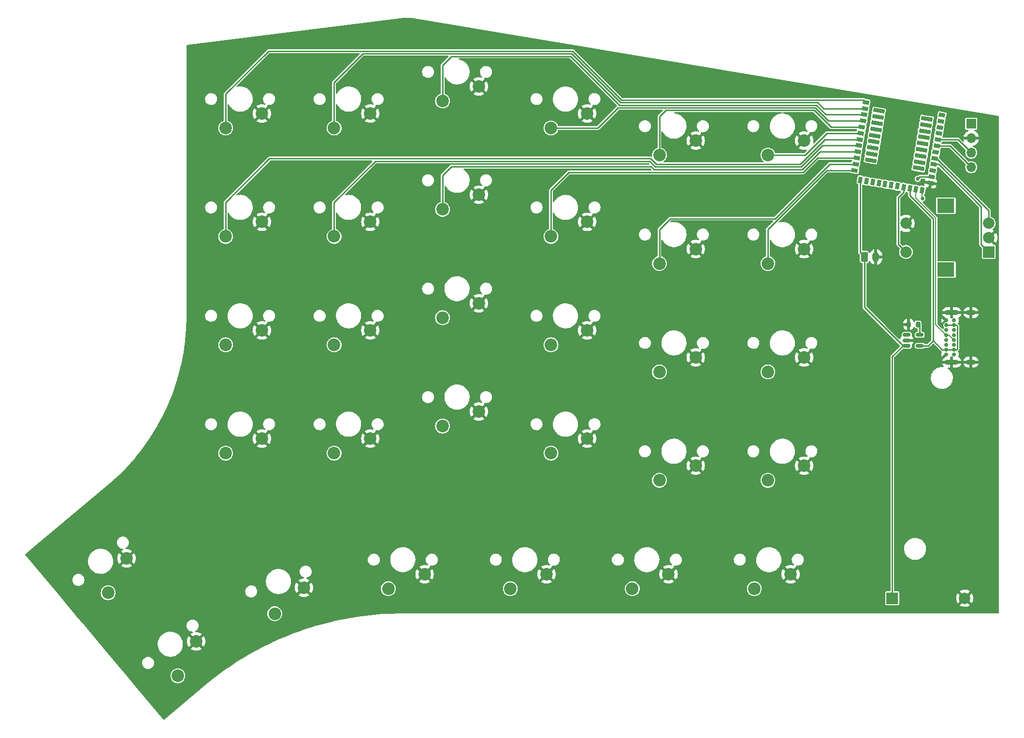
<source format=gbr>
G04 #@! TF.GenerationSoftware,KiCad,Pcbnew,(5.99.0-10089-gf88d39b4f0)*
G04 #@! TF.CreationDate,2021-04-09T11:44:42+02:00*
G04 #@! TF.ProjectId,blackwing,626c6163-6b77-4696-9e67-2e6b69636164,rev?*
G04 #@! TF.SameCoordinates,Original*
G04 #@! TF.FileFunction,Copper,L1,Top*
G04 #@! TF.FilePolarity,Positive*
%FSLAX46Y46*%
G04 Gerber Fmt 4.6, Leading zero omitted, Abs format (unit mm)*
G04 Created by KiCad (PCBNEW (5.99.0-10089-gf88d39b4f0)) date 2021-04-09 11:44:42*
%MOMM*%
%LPD*%
G01*
G04 APERTURE LIST*
G04 Aperture macros list*
%AMRoundRect*
0 Rectangle with rounded corners*
0 $1 Rounding radius*
0 $2 $3 $4 $5 $6 $7 $8 $9 X,Y pos of 4 corners*
0 Add a 4 corners polygon primitive as box body*
4,1,4,$2,$3,$4,$5,$6,$7,$8,$9,$2,$3,0*
0 Add four circle primitives for the rounded corners*
1,1,$1+$1,$2,$3*
1,1,$1+$1,$4,$5*
1,1,$1+$1,$6,$7*
1,1,$1+$1,$8,$9*
0 Add four rect primitives between the rounded corners*
20,1,$1+$1,$2,$3,$4,$5,0*
20,1,$1+$1,$4,$5,$6,$7,0*
20,1,$1+$1,$6,$7,$8,$9,0*
20,1,$1+$1,$8,$9,$2,$3,0*%
%AMRotRect*
0 Rectangle, with rotation*
0 The origin of the aperture is its center*
0 $1 length*
0 $2 width*
0 $3 Rotation angle, in degrees counterclockwise*
0 Add horizontal line*
21,1,$1,$2,0,0,$3*%
G04 Aperture macros list end*
G04 #@! TA.AperFunction,ComponentPad*
%ADD10C,2.200000*%
G04 #@! TD*
G04 #@! TA.AperFunction,ComponentPad*
%ADD11R,1.700000X1.700000*%
G04 #@! TD*
G04 #@! TA.AperFunction,ComponentPad*
%ADD12O,1.700000X1.700000*%
G04 #@! TD*
G04 #@! TA.AperFunction,SMDPad,CuDef*
%ADD13RotRect,1.100000X0.700000X350.538000*%
G04 #@! TD*
G04 #@! TA.AperFunction,SMDPad,CuDef*
%ADD14RotRect,0.700000X1.100000X350.538000*%
G04 #@! TD*
G04 #@! TA.AperFunction,ComponentPad*
%ADD15RotRect,2.000000X0.700000X350.538000*%
G04 #@! TD*
G04 #@! TA.AperFunction,ComponentPad*
%ADD16RoundRect,0.250000X-0.350000X-0.625000X0.350000X-0.625000X0.350000X0.625000X-0.350000X0.625000X0*%
G04 #@! TD*
G04 #@! TA.AperFunction,ComponentPad*
%ADD17O,1.200000X1.750000*%
G04 #@! TD*
G04 #@! TA.AperFunction,ComponentPad*
%ADD18R,2.000000X2.000000*%
G04 #@! TD*
G04 #@! TA.AperFunction,ComponentPad*
%ADD19C,2.000000*%
G04 #@! TD*
G04 #@! TA.AperFunction,ComponentPad*
%ADD20R,3.000000X2.500000*%
G04 #@! TD*
G04 #@! TA.AperFunction,ComponentPad*
%ADD21C,0.700000*%
G04 #@! TD*
G04 #@! TA.AperFunction,ComponentPad*
%ADD22O,1.700000X0.900000*%
G04 #@! TD*
G04 #@! TA.AperFunction,ComponentPad*
%ADD23O,2.400000X0.900000*%
G04 #@! TD*
G04 #@! TA.AperFunction,SMDPad,CuDef*
%ADD24RoundRect,0.200000X0.200000X0.275000X-0.200000X0.275000X-0.200000X-0.275000X0.200000X-0.275000X0*%
G04 #@! TD*
G04 #@! TA.AperFunction,SMDPad,CuDef*
%ADD25RoundRect,0.150000X-0.512500X-0.150000X0.512500X-0.150000X0.512500X0.150000X-0.512500X0.150000X0*%
G04 #@! TD*
G04 #@! TA.AperFunction,ViaPad*
%ADD26C,0.685800*%
G04 #@! TD*
G04 #@! TA.AperFunction,Conductor*
%ADD27C,0.254000*%
G04 #@! TD*
G04 #@! TA.AperFunction,Conductor*
%ADD28C,0.200000*%
G04 #@! TD*
G04 APERTURE END LIST*
D10*
X127000000Y-72122500D03*
X133350000Y-69582500D03*
X11409058Y-91838860D03*
X14640760Y-85811406D03*
X103250000Y-91122500D03*
X109600000Y-88582500D03*
X108000000Y-72122500D03*
X114350000Y-69582500D03*
X23621608Y-106393686D03*
X26853310Y-100366232D03*
X40604956Y-95506870D03*
X45703273Y-90948223D03*
X60500000Y-91122500D03*
X66850000Y-88582500D03*
X81875000Y-91122500D03*
X88225000Y-88582500D03*
X124625000Y-91122500D03*
X130975000Y-88582500D03*
D11*
X162640000Y-9620500D03*
D12*
X162640000Y-12160500D03*
X162640000Y-14700500D03*
X162640000Y-17240500D03*
D10*
X51000000Y-48372500D03*
X57350000Y-45832500D03*
X32000000Y-48372500D03*
X38350000Y-45832500D03*
X127000000Y-34122500D03*
X133350000Y-31582500D03*
X108000000Y-34122500D03*
X114350000Y-31582500D03*
X89000000Y-29372500D03*
X95350000Y-26832500D03*
X70000000Y-24622500D03*
X76350000Y-22082500D03*
X51000000Y-29372500D03*
X57350000Y-26832500D03*
X32000000Y-29372500D03*
X38350000Y-26832500D03*
X127000000Y-15122500D03*
X133350000Y-12582500D03*
X108000000Y-15122500D03*
X114350000Y-12582500D03*
X89000000Y-10372500D03*
X95350000Y-7832500D03*
X70000000Y-5622500D03*
X76350000Y-3082500D03*
X51000000Y-10372500D03*
X57350000Y-7832500D03*
X32000000Y-10372500D03*
X38350000Y-7832500D03*
X89000000Y-48372500D03*
X95350000Y-45832500D03*
X108000000Y-53122500D03*
X114350000Y-50582500D03*
X127000000Y-53122500D03*
X133350000Y-50582500D03*
X32000000Y-67372500D03*
X38350000Y-64832500D03*
X51000000Y-67372500D03*
X57350000Y-64832500D03*
X70000000Y-62622500D03*
X76350000Y-60082500D03*
X89000000Y-67372500D03*
X95350000Y-64832500D03*
X70000000Y-43622500D03*
X76350000Y-41082500D03*
D13*
X144363146Y-4775259D03*
X144182313Y-5860293D03*
X144001480Y-6945328D03*
X143820647Y-8030362D03*
X143639815Y-9115396D03*
X143458982Y-10200431D03*
X143278149Y-11285465D03*
X143097316Y-12370499D03*
X142916483Y-13455534D03*
X142735651Y-14540568D03*
X142554818Y-15625602D03*
X142373985Y-16710637D03*
X142193152Y-17795671D03*
D14*
X143179556Y-19480755D03*
X144264590Y-19661588D03*
X145349624Y-19842421D03*
X146434659Y-20023253D03*
X147519693Y-20204086D03*
X148604727Y-20384919D03*
X149689762Y-20565752D03*
X150774796Y-20746585D03*
X151859830Y-20927417D03*
X152944865Y-21108250D03*
X154029899Y-21289083D03*
D13*
X155509483Y-20014982D03*
X155690315Y-18929948D03*
X155871148Y-17844914D03*
X156051981Y-16759879D03*
X156232814Y-15674845D03*
X156413647Y-14589811D03*
X156594479Y-13504776D03*
X156775312Y-12419742D03*
X156956145Y-11334708D03*
X157136978Y-10249673D03*
X157317811Y-9164639D03*
X157498643Y-8079605D03*
X157679476Y-6994570D03*
D15*
X146467467Y-7356311D03*
X146286634Y-8441346D03*
X146105802Y-9526380D03*
X145924969Y-10611414D03*
X145744136Y-11696449D03*
X145563303Y-12781483D03*
X145382470Y-13866517D03*
X145201638Y-14951552D03*
X145020805Y-16036586D03*
X154851823Y-8753656D03*
X154670991Y-9838690D03*
X154490158Y-10923724D03*
X154309325Y-12008759D03*
X154128492Y-13093793D03*
X153947659Y-14178827D03*
X153766827Y-15263862D03*
X153585994Y-16348896D03*
X153405161Y-17433930D03*
D16*
X143918000Y-32978500D03*
D17*
X145918000Y-32978500D03*
D18*
X148792000Y-92796500D03*
D19*
X161492000Y-92796500D03*
D18*
X165694000Y-32090500D03*
D19*
X165694000Y-27090500D03*
X165694000Y-29590500D03*
D20*
X158194000Y-23990500D03*
X158194000Y-35190500D03*
D19*
X151194000Y-32090500D03*
X151194000Y-27090500D03*
D21*
X158229000Y-50051500D03*
X158229000Y-49201500D03*
X158229000Y-48351500D03*
X158229000Y-47501500D03*
X158229000Y-46651500D03*
X158229000Y-45801500D03*
X158229000Y-44951500D03*
X158229000Y-44101500D03*
X159579000Y-44101500D03*
X159579000Y-44951500D03*
X159579000Y-45801500D03*
X159579000Y-46651500D03*
X159579000Y-47501500D03*
X159579000Y-48351500D03*
X159579000Y-49201500D03*
X159579000Y-50051500D03*
D22*
X162589000Y-42751500D03*
D23*
X159209000Y-42751500D03*
X159209000Y-51401500D03*
D22*
X162589000Y-51401500D03*
D24*
X153294500Y-44790500D03*
X151644500Y-44790500D03*
D25*
X151332000Y-46634500D03*
X151332000Y-47584500D03*
X151332000Y-48534500D03*
X153607000Y-48534500D03*
X153607000Y-46634500D03*
D26*
X153242000Y-19272500D03*
X154078000Y-22692500D03*
D27*
X165694000Y-27090500D02*
X165694000Y-24862488D01*
X165694000Y-24862488D02*
X156506357Y-15674845D01*
X156506357Y-15674845D02*
X156232814Y-15674845D01*
X164367489Y-24177351D02*
X164367489Y-30763989D01*
X156051981Y-16759879D02*
X156950017Y-16759879D01*
X156950017Y-16759879D02*
X164367489Y-24177351D01*
X164367489Y-30763989D02*
X165694000Y-32090500D01*
X92790978Y3106522D02*
X101349034Y-5451534D01*
X143773554Y-5451534D02*
X144182313Y-5860293D01*
X32000000Y-4397551D02*
X39504073Y3106522D01*
X39504073Y3106522D02*
X92790978Y3106522D01*
X101349034Y-5451534D02*
X143773554Y-5451534D01*
X32000000Y-10372500D02*
X32000000Y-4397551D01*
X101160265Y-5905540D02*
X92601714Y2653011D01*
X56041511Y2653011D02*
X51000000Y-2388500D01*
X135681678Y-5905540D02*
X101160265Y-5905540D01*
X51000000Y-2388500D02*
X51000000Y-10372500D01*
X92601714Y2653011D02*
X56041511Y2653011D01*
X144001480Y-6945328D02*
X136721466Y-6945328D01*
X136721466Y-6945328D02*
X135681678Y-5905540D01*
X100972915Y-6359551D02*
X92413864Y2199500D01*
X135494327Y-6359551D02*
X100972915Y-6359551D01*
X71576000Y2199500D02*
X70000000Y623500D01*
X137165138Y-8030362D02*
X135494327Y-6359551D01*
X92413864Y2199500D02*
X71576000Y2199500D01*
X70000000Y623500D02*
X70000000Y-5622500D01*
X143820647Y-8030362D02*
X137165138Y-8030362D01*
X143639815Y-9115396D02*
X137608810Y-9115396D01*
X135306976Y-6813562D02*
X100784858Y-6813562D01*
X97225920Y-10372500D02*
X89000000Y-10372500D01*
X100784858Y-6813562D02*
X97225920Y-10372500D01*
X137608810Y-9115396D02*
X135306976Y-6813562D01*
X143458982Y-10200431D02*
X138052483Y-10200431D01*
X138052483Y-10200431D02*
X135119630Y-7267578D01*
X108000000Y-8380500D02*
X108000000Y-15122500D01*
X135119630Y-7267578D02*
X109112922Y-7267578D01*
X109112922Y-7267578D02*
X108000000Y-8380500D01*
X133502000Y-15122500D02*
X127000000Y-15122500D01*
X143278149Y-11285465D02*
X137339035Y-11285465D01*
X137339035Y-11285465D02*
X133502000Y-15122500D01*
X39663072Y-15734479D02*
X32000000Y-23397551D01*
X106436362Y-15734479D02*
X39663072Y-15734479D01*
X132653756Y-16724361D02*
X107426244Y-16724361D01*
X32000000Y-23397551D02*
X32000000Y-29372500D01*
X137007618Y-12370499D02*
X132653756Y-16724361D01*
X143097316Y-12370499D02*
X137007618Y-12370499D01*
X107426244Y-16724361D02*
X106436362Y-15734479D01*
X132841813Y-17178372D02*
X107238187Y-17178372D01*
X51000000Y-23397551D02*
X51000000Y-29372500D01*
X58209061Y-16188490D02*
X51000000Y-23397551D01*
X142916483Y-13455534D02*
X136564651Y-13455534D01*
X107238187Y-17178372D02*
X106248305Y-16188490D01*
X136564651Y-13455534D02*
X132841813Y-17178372D01*
X106248305Y-16188490D02*
X58209061Y-16188490D01*
X106560248Y-17142501D02*
X107050130Y-17632383D01*
X71505051Y-17142500D02*
X106560248Y-17142501D01*
X107050130Y-17632383D02*
X133029883Y-17632383D01*
X136121699Y-14540568D02*
X142735651Y-14540568D01*
X70000000Y-24622500D02*
X70000000Y-18647551D01*
X133029883Y-17632383D02*
X136121699Y-14540568D01*
X70000000Y-18647551D02*
X71505051Y-17142500D01*
X135678733Y-15625602D02*
X133161835Y-18142500D01*
X92142000Y-18142500D02*
X89000000Y-21284500D01*
X142554818Y-15625602D02*
X135678733Y-15625602D01*
X89000000Y-21284500D02*
X89000000Y-29372500D01*
X133161835Y-18142500D02*
X92142000Y-18142500D01*
X142373985Y-16710637D02*
X137794846Y-16710637D01*
X108000000Y-28147551D02*
X108000000Y-34122500D01*
X109899051Y-26248500D02*
X108000000Y-28147551D01*
X128256983Y-26248500D02*
X109899051Y-26248500D01*
X137794846Y-16710637D02*
X128256983Y-26248500D01*
X142193152Y-17795671D02*
X137351880Y-17795671D01*
X127000000Y-28147551D02*
X127000000Y-34122500D01*
X137351880Y-17795671D02*
X127000000Y-28147551D01*
X153584552Y-18929948D02*
X153242000Y-19272500D01*
X155690315Y-18929948D02*
X153584552Y-18929948D01*
X156775312Y-12419742D02*
X160359242Y-12419742D01*
X160359242Y-12419742D02*
X162640000Y-14700500D01*
X156594479Y-13504776D02*
X158904276Y-13504776D01*
X158904276Y-13504776D02*
X162640000Y-17240500D01*
X149867489Y-22534603D02*
X149867489Y-30763989D01*
X149867489Y-30763989D02*
X151194000Y-32090500D01*
X150774796Y-20746585D02*
X150774796Y-21627296D01*
X150774796Y-21627296D02*
X149867489Y-22534603D01*
X143918000Y-41783000D02*
X150669500Y-48534500D01*
X148792000Y-50412000D02*
X150669500Y-48534500D01*
X148792000Y-92796500D02*
X148792000Y-50412000D01*
X143179556Y-32240056D02*
X143918000Y-32978500D01*
X143179556Y-19480755D02*
X143179556Y-32240056D01*
X143918000Y-32978500D02*
X143918000Y-41783000D01*
X150669500Y-48534500D02*
X151332000Y-48534500D01*
X160222000Y-45099526D02*
X160222000Y-49053474D01*
X151859830Y-20927417D02*
X151859830Y-22200712D01*
X155967978Y-26308860D02*
X155967978Y-47648478D01*
X151859830Y-22200712D02*
X155967978Y-26308860D01*
X158229000Y-49201500D02*
X159579000Y-49201500D01*
X160222000Y-49053474D02*
X160073974Y-49201500D01*
X159579000Y-44951500D02*
X160073974Y-44951500D01*
X153607000Y-48534500D02*
X155081956Y-48534500D01*
X155967978Y-47648478D02*
X157521000Y-49201500D01*
X158229000Y-44951500D02*
X159579000Y-44951500D01*
X160073974Y-44951500D02*
X160222000Y-45099526D01*
X155081956Y-48534500D02*
X155967978Y-47648478D01*
X160073974Y-49201500D02*
X159579000Y-49201500D01*
X157521000Y-49201500D02*
X158229000Y-49201500D01*
D28*
X152944865Y-22682569D02*
X156394489Y-26132194D01*
X156394489Y-44816989D02*
X158229000Y-46651500D01*
X156394489Y-26132194D02*
X156394489Y-44816989D01*
X158729000Y-46651500D02*
X159579000Y-47501500D01*
X158229000Y-46651500D02*
X158729000Y-46651500D01*
X152944865Y-21108250D02*
X152944865Y-22682569D01*
X154029899Y-22644399D02*
X154078000Y-22692500D01*
X154029899Y-21289083D02*
X154029899Y-22644399D01*
D27*
X153607000Y-46634500D02*
X153607000Y-45103000D01*
X153607000Y-45103000D02*
X153294500Y-44790500D01*
G04 #@! TA.AperFunction,Conductor*
G36*
X63397267Y8894830D02*
G01*
X63738128Y8894604D01*
X64248769Y8894266D01*
X64462689Y8894125D01*
X64483317Y8892411D01*
X130846221Y-2167689D01*
X167359714Y-8253060D01*
X167423619Y-8283989D01*
X167460659Y-8344558D01*
X167465000Y-8377346D01*
X167465000Y-95341500D01*
X167444998Y-95409621D01*
X167391342Y-95456114D01*
X167339000Y-95467500D01*
X63097059Y-95467500D01*
X63079036Y-95463534D01*
X63079013Y-95463811D01*
X63069371Y-95462998D01*
X63068812Y-95462532D01*
X63068096Y-95462408D01*
X62349572Y-95464749D01*
X62344027Y-95464592D01*
X62343571Y-95464230D01*
X62342852Y-95464124D01*
X62316927Y-95464820D01*
X62313963Y-95464864D01*
X62303665Y-95464898D01*
X62302655Y-95464901D01*
X62302644Y-95461658D01*
X62301669Y-95461552D01*
X62301768Y-95465227D01*
X60902435Y-95502810D01*
X60895771Y-95502786D01*
X60895227Y-95502378D01*
X60894506Y-95502290D01*
X60868944Y-95503664D01*
X60865572Y-95503801D01*
X60857531Y-95504016D01*
X60854602Y-95504095D01*
X60854519Y-95500999D01*
X60853413Y-95500906D01*
X60853606Y-95504489D01*
X59455719Y-95579631D01*
X59448982Y-95579790D01*
X59448428Y-95579396D01*
X59447706Y-95579328D01*
X59422174Y-95581389D01*
X59418838Y-95581613D01*
X59414841Y-95581828D01*
X59407871Y-95582203D01*
X59407705Y-95579115D01*
X59406590Y-95579051D01*
X59406878Y-95582624D01*
X58011463Y-95695273D01*
X58004785Y-95695609D01*
X58004220Y-95695230D01*
X58003495Y-95695181D01*
X57977998Y-95697930D01*
X57974726Y-95698239D01*
X57963747Y-95699125D01*
X57963745Y-95699126D01*
X57963496Y-95696041D01*
X57962388Y-95696007D01*
X57962772Y-95699572D01*
X56570964Y-95849637D01*
X56564216Y-95850160D01*
X56563642Y-95849797D01*
X56562916Y-95849768D01*
X56537503Y-95853201D01*
X56534160Y-95853606D01*
X56523286Y-95854778D01*
X56522955Y-95851705D01*
X56521847Y-95851701D01*
X56522326Y-95855250D01*
X55134984Y-96042637D01*
X55128317Y-96043333D01*
X55127733Y-96042985D01*
X55127007Y-96042975D01*
X55101719Y-96047085D01*
X55098390Y-96047580D01*
X55087524Y-96049047D01*
X55087111Y-96045987D01*
X55086003Y-96046012D01*
X55086577Y-96049545D01*
X53704844Y-96274099D01*
X53698122Y-96274985D01*
X53697529Y-96274653D01*
X53696803Y-96274663D01*
X53671632Y-96279451D01*
X53668298Y-96280038D01*
X53657500Y-96281793D01*
X53657004Y-96278739D01*
X53655894Y-96278795D01*
X53656564Y-96282317D01*
X52281266Y-96543903D01*
X52274659Y-96544953D01*
X52274058Y-96544638D01*
X52273333Y-96544667D01*
X52255008Y-96548665D01*
X52248339Y-96550120D01*
X52245025Y-96550797D01*
X52234237Y-96552849D01*
X52233659Y-96549808D01*
X52232550Y-96549893D01*
X52233315Y-96553398D01*
X50865488Y-96851825D01*
X50858961Y-96853042D01*
X50858351Y-96852742D01*
X50857627Y-96852790D01*
X50852265Y-96854112D01*
X50852256Y-96854113D01*
X50832739Y-96858924D01*
X50829463Y-96859685D01*
X50818766Y-96862019D01*
X50818108Y-96859002D01*
X50817001Y-96859117D01*
X50817857Y-96862592D01*
X49463234Y-97196477D01*
X49458710Y-97197592D01*
X49452042Y-97199025D01*
X49451425Y-97198743D01*
X49450702Y-97198812D01*
X49445431Y-97200262D01*
X49445427Y-97200263D01*
X49431843Y-97204001D01*
X49426057Y-97205593D01*
X49422798Y-97206443D01*
X49412100Y-97209080D01*
X49411360Y-97206077D01*
X49410257Y-97206222D01*
X49411208Y-97209679D01*
X48061505Y-97581058D01*
X48054922Y-97582659D01*
X48054297Y-97582393D01*
X48053576Y-97582481D01*
X48029087Y-97589932D01*
X48025868Y-97590864D01*
X48015263Y-97593782D01*
X48014442Y-97590800D01*
X48013345Y-97590974D01*
X48014389Y-97594404D01*
X46675124Y-98001893D01*
X46668602Y-98003665D01*
X46667971Y-98003415D01*
X46667253Y-98003522D01*
X46646717Y-98010378D01*
X46642994Y-98011621D01*
X46639774Y-98012648D01*
X46629264Y-98015846D01*
X46628364Y-98012889D01*
X46627266Y-98013093D01*
X46628401Y-98016493D01*
X45574006Y-98368502D01*
X45300511Y-98459808D01*
X45294087Y-98461738D01*
X45293449Y-98461506D01*
X45292734Y-98461632D01*
X45274718Y-98468190D01*
X45268700Y-98470380D01*
X45265521Y-98471489D01*
X45255090Y-98474971D01*
X45254111Y-98472040D01*
X45253018Y-98472274D01*
X45254244Y-98475641D01*
X43938858Y-98954402D01*
X43932365Y-98956548D01*
X43931722Y-98956333D01*
X43931011Y-98956479D01*
X43907179Y-98965885D01*
X43904096Y-98967054D01*
X43900992Y-98968184D01*
X43893730Y-98970827D01*
X43892673Y-98967923D01*
X43891594Y-98968184D01*
X43892909Y-98971517D01*
X42590806Y-99485439D01*
X42584419Y-99487740D01*
X42583771Y-99487543D01*
X42583063Y-99487708D01*
X42559502Y-99497747D01*
X42556422Y-99499010D01*
X42546185Y-99503050D01*
X42545051Y-99500176D01*
X42543976Y-99500468D01*
X42545380Y-99503763D01*
X41257558Y-100052453D01*
X41251222Y-100054931D01*
X41250568Y-100054751D01*
X41249865Y-100054935D01*
X41237076Y-100060795D01*
X41226626Y-100065582D01*
X41223535Y-100066948D01*
X41213415Y-100071260D01*
X41212203Y-100068416D01*
X41211132Y-100068738D01*
X41212625Y-100071997D01*
X39939918Y-100655101D01*
X39933732Y-100657712D01*
X39933072Y-100657549D01*
X39932375Y-100657751D01*
X39927440Y-100660174D01*
X39927433Y-100660177D01*
X39909435Y-100669015D01*
X39906391Y-100670460D01*
X39896379Y-100675048D01*
X39895090Y-100672236D01*
X39894025Y-100672587D01*
X39895606Y-100675807D01*
X38638953Y-101292899D01*
X38632900Y-101295646D01*
X38632237Y-101295501D01*
X38631545Y-101295721D01*
X38626657Y-101298286D01*
X38626646Y-101298291D01*
X38608878Y-101307616D01*
X38605868Y-101309145D01*
X38596023Y-101313980D01*
X38594660Y-101311205D01*
X38593611Y-101311583D01*
X38595276Y-101314756D01*
X37355699Y-101965337D01*
X37349664Y-101968275D01*
X37348997Y-101968148D01*
X37348311Y-101968387D01*
X37343508Y-101971074D01*
X37343496Y-101971080D01*
X37325963Y-101980891D01*
X37322995Y-101982500D01*
X37313292Y-101987593D01*
X37311856Y-101984857D01*
X37310819Y-101985262D01*
X37312568Y-101988388D01*
X36090866Y-102672035D01*
X36084952Y-102675113D01*
X36084280Y-102675004D01*
X36083601Y-102675261D01*
X36064384Y-102686703D01*
X36061614Y-102688352D01*
X36058707Y-102690031D01*
X36049110Y-102695401D01*
X36047600Y-102692704D01*
X36046573Y-102693137D01*
X36048406Y-102696216D01*
X34845558Y-103412382D01*
X34839670Y-103415651D01*
X34838997Y-103415560D01*
X34838325Y-103415836D01*
X34833675Y-103418777D01*
X34833674Y-103418777D01*
X34816733Y-103429489D01*
X34813858Y-103431254D01*
X34804388Y-103436893D01*
X34802806Y-103434236D01*
X34801787Y-103434698D01*
X34803704Y-103437729D01*
X33701278Y-104134861D01*
X33620460Y-104185967D01*
X33614718Y-104189358D01*
X33614043Y-104189285D01*
X33613379Y-104189578D01*
X33608799Y-104192650D01*
X33608789Y-104192655D01*
X33592102Y-104203846D01*
X33589269Y-104205691D01*
X33580018Y-104211541D01*
X33578367Y-104208930D01*
X33577365Y-104209418D01*
X33579359Y-104212391D01*
X32416747Y-104992050D01*
X32410982Y-104995671D01*
X32410306Y-104995616D01*
X32409650Y-104995928D01*
X32401687Y-105001584D01*
X32388770Y-105010758D01*
X32385995Y-105012673D01*
X32376891Y-105018779D01*
X32375169Y-105016211D01*
X32374181Y-105016725D01*
X32376256Y-105019646D01*
X31234964Y-105830258D01*
X31229328Y-105834011D01*
X31228650Y-105833975D01*
X31228003Y-105834304D01*
X31223619Y-105837598D01*
X31223618Y-105837599D01*
X31207532Y-105849687D01*
X31204832Y-105851660D01*
X31195868Y-105858027D01*
X31194076Y-105855504D01*
X31193103Y-105856045D01*
X31195257Y-105858911D01*
X30076126Y-106699884D01*
X30070606Y-106703776D01*
X30069928Y-106703758D01*
X30069290Y-106704104D01*
X30064992Y-106707518D01*
X30049216Y-106720049D01*
X30046578Y-106722088D01*
X30037804Y-106728682D01*
X30035945Y-106726208D01*
X30034988Y-106726773D01*
X30037218Y-106729580D01*
X28940236Y-107600958D01*
X28935819Y-107604244D01*
X28935236Y-107604242D01*
X28934607Y-107604603D01*
X28914671Y-107621221D01*
X28912408Y-107623062D01*
X28903531Y-107630113D01*
X28901512Y-107627571D01*
X28900682Y-107628091D01*
X28903038Y-107630918D01*
X28346643Y-108094709D01*
X28341626Y-108103335D01*
X28327860Y-108117056D01*
X21236761Y-114067194D01*
X21171721Y-114095658D01*
X21101616Y-114084441D01*
X21059248Y-114051663D01*
X16172054Y-108227331D01*
X14633443Y-106393686D01*
X22316108Y-106393686D01*
X22335941Y-106620384D01*
X22394839Y-106840193D01*
X22397161Y-106845174D01*
X22397162Y-106845175D01*
X22488686Y-107041449D01*
X22488689Y-107041454D01*
X22491012Y-107046436D01*
X22621537Y-107232845D01*
X22782449Y-107393757D01*
X22786957Y-107396914D01*
X22786960Y-107396916D01*
X22964349Y-107521125D01*
X22968858Y-107524282D01*
X22973840Y-107526605D01*
X22973845Y-107526608D01*
X23148629Y-107608111D01*
X23175101Y-107620455D01*
X23180409Y-107621877D01*
X23180411Y-107621878D01*
X23211145Y-107630113D01*
X23394910Y-107679353D01*
X23621608Y-107699186D01*
X23848306Y-107679353D01*
X24032071Y-107630113D01*
X24062805Y-107621878D01*
X24062807Y-107621877D01*
X24068115Y-107620455D01*
X24094587Y-107608111D01*
X24269371Y-107526608D01*
X24269376Y-107526605D01*
X24274358Y-107524282D01*
X24278867Y-107521125D01*
X24456256Y-107396916D01*
X24456259Y-107396914D01*
X24460767Y-107393757D01*
X24621679Y-107232845D01*
X24752204Y-107046436D01*
X24754527Y-107041454D01*
X24754530Y-107041449D01*
X24846054Y-106845175D01*
X24846055Y-106845174D01*
X24848377Y-106840193D01*
X24907275Y-106620384D01*
X24927108Y-106393686D01*
X24907275Y-106166988D01*
X24848377Y-105947179D01*
X24806805Y-105858027D01*
X24754530Y-105745923D01*
X24754527Y-105745918D01*
X24752204Y-105740936D01*
X24621679Y-105554527D01*
X24460767Y-105393615D01*
X24456259Y-105390458D01*
X24456256Y-105390456D01*
X24278867Y-105266247D01*
X24278865Y-105266246D01*
X24274358Y-105263090D01*
X24269376Y-105260767D01*
X24269371Y-105260764D01*
X24073097Y-105169240D01*
X24073096Y-105169239D01*
X24068115Y-105166917D01*
X24062807Y-105165495D01*
X24062805Y-105165494D01*
X23980442Y-105143425D01*
X23848306Y-105108019D01*
X23621608Y-105088186D01*
X23394910Y-105108019D01*
X23262774Y-105143425D01*
X23180411Y-105165494D01*
X23180409Y-105165495D01*
X23175101Y-105166917D01*
X23170120Y-105169239D01*
X23170119Y-105169240D01*
X22973845Y-105260764D01*
X22973840Y-105260767D01*
X22968858Y-105263090D01*
X22964351Y-105266246D01*
X22964349Y-105266247D01*
X22786960Y-105390456D01*
X22786957Y-105390458D01*
X22782449Y-105393615D01*
X22621537Y-105554527D01*
X22491012Y-105740936D01*
X22488689Y-105745918D01*
X22488686Y-105745923D01*
X22436411Y-105858027D01*
X22394839Y-105947179D01*
X22335941Y-106166988D01*
X22316108Y-106393686D01*
X14633443Y-106393686D01*
X12725698Y-104120124D01*
X17355097Y-104120124D01*
X17372334Y-104325399D01*
X17429115Y-104523416D01*
X17523276Y-104706634D01*
X17651231Y-104868073D01*
X17655924Y-104872067D01*
X17655925Y-104872068D01*
X17801625Y-104996068D01*
X17808106Y-105001584D01*
X17813484Y-105004590D01*
X17813486Y-105004591D01*
X17840424Y-105019646D01*
X17987926Y-105102082D01*
X18183841Y-105165739D01*
X18388389Y-105190130D01*
X18394524Y-105189658D01*
X18394526Y-105189658D01*
X18587638Y-105174799D01*
X18587642Y-105174798D01*
X18593780Y-105174326D01*
X18792189Y-105118929D01*
X18976059Y-105026049D01*
X18984255Y-105019646D01*
X19033207Y-104981400D01*
X19138387Y-104899224D01*
X19142413Y-104894560D01*
X19142416Y-104894557D01*
X19268961Y-104747953D01*
X19268962Y-104747951D01*
X19272990Y-104743285D01*
X19374741Y-104564172D01*
X19439764Y-104368705D01*
X19465582Y-104164332D01*
X19465994Y-104134861D01*
X19445892Y-103929847D01*
X19386352Y-103732641D01*
X19289642Y-103550756D01*
X19285752Y-103545986D01*
X19285749Y-103545982D01*
X19163341Y-103395895D01*
X19163338Y-103395892D01*
X19159446Y-103391120D01*
X19142228Y-103376876D01*
X19005472Y-103263741D01*
X19005468Y-103263739D01*
X19000722Y-103259812D01*
X18819517Y-103161834D01*
X18622732Y-103100919D01*
X18616610Y-103100276D01*
X18616607Y-103100275D01*
X18423992Y-103080031D01*
X18423990Y-103080031D01*
X18417863Y-103079387D01*
X18331840Y-103087216D01*
X18218852Y-103097498D01*
X18218849Y-103097499D01*
X18212713Y-103098057D01*
X18206807Y-103099795D01*
X18206803Y-103099796D01*
X18057862Y-103143632D01*
X18015097Y-103156218D01*
X17832541Y-103251656D01*
X17671999Y-103380735D01*
X17539587Y-103538538D01*
X17536623Y-103543930D01*
X17536620Y-103543934D01*
X17455025Y-103692355D01*
X17440347Y-103719055D01*
X17438486Y-103724922D01*
X17438485Y-103724924D01*
X17436037Y-103732641D01*
X17378059Y-103915410D01*
X17355097Y-104120124D01*
X12725698Y-104120124D01*
X10075598Y-100961857D01*
X20098435Y-100961857D01*
X20098887Y-100966016D01*
X20098887Y-100966020D01*
X20112785Y-101093947D01*
X20130007Y-101252481D01*
X20131003Y-101256538D01*
X20131004Y-101256541D01*
X20198742Y-101532322D01*
X20199738Y-101536377D01*
X20201260Y-101540260D01*
X20201261Y-101540264D01*
X20256627Y-101681540D01*
X20306404Y-101808556D01*
X20308426Y-101812204D01*
X20308428Y-101812208D01*
X20405647Y-101987595D01*
X20448130Y-102064237D01*
X20450620Y-102067590D01*
X20450624Y-102067596D01*
X20619937Y-102295576D01*
X20619942Y-102295581D01*
X20622427Y-102298928D01*
X20625331Y-102301914D01*
X20625335Y-102301919D01*
X20726614Y-102406066D01*
X20826232Y-102508506D01*
X20829510Y-102511086D01*
X20829515Y-102511090D01*
X20842532Y-102521333D01*
X21055965Y-102689288D01*
X21059553Y-102691410D01*
X21059559Y-102691414D01*
X21074147Y-102700041D01*
X21307590Y-102838098D01*
X21576685Y-102952322D01*
X21580710Y-102953431D01*
X21580711Y-102953431D01*
X21598813Y-102958417D01*
X21858523Y-103029953D01*
X22148152Y-103069628D01*
X22152328Y-103069643D01*
X22152334Y-103069643D01*
X22296785Y-103070147D01*
X22440484Y-103070648D01*
X22730384Y-103032997D01*
X23012757Y-102957335D01*
X23202551Y-102878331D01*
X23278783Y-102846599D01*
X23278786Y-102846598D01*
X23282643Y-102844992D01*
X23286246Y-102842895D01*
X23286250Y-102842893D01*
X23408972Y-102771467D01*
X23535300Y-102697942D01*
X23766289Y-102518769D01*
X23776410Y-102508506D01*
X23968614Y-102313600D01*
X23968619Y-102313595D01*
X23971553Y-102310619D01*
X23982889Y-102295576D01*
X24144972Y-102080485D01*
X24144974Y-102080481D01*
X24147484Y-102077151D01*
X24214499Y-101958218D01*
X24288942Y-101826104D01*
X24288945Y-101826098D01*
X24290992Y-101822465D01*
X24351317Y-101671642D01*
X25912730Y-101671642D01*
X25918457Y-101679292D01*
X26116800Y-101800838D01*
X26125595Y-101805320D01*
X26350292Y-101898392D01*
X26359678Y-101901441D01*
X26596168Y-101958218D01*
X26605915Y-101959761D01*
X26848380Y-101978844D01*
X26858240Y-101978844D01*
X27100705Y-101959761D01*
X27110452Y-101958218D01*
X27346942Y-101901441D01*
X27356328Y-101898392D01*
X27581025Y-101805320D01*
X27589820Y-101800838D01*
X27784495Y-101681540D01*
X27793957Y-101671082D01*
X27790174Y-101662306D01*
X26866122Y-100738254D01*
X26852178Y-100730640D01*
X26850345Y-100730771D01*
X26843730Y-100735022D01*
X25919490Y-101659262D01*
X25912730Y-101671642D01*
X24351317Y-101671642D01*
X24399555Y-101551037D01*
X24471267Y-101267635D01*
X24473021Y-101252481D01*
X24504539Y-100980071D01*
X24504867Y-100977238D01*
X24507500Y-100869500D01*
X24488126Y-100577809D01*
X24444471Y-100361302D01*
X25240698Y-100361302D01*
X25240698Y-100371162D01*
X25259781Y-100613627D01*
X25261324Y-100623374D01*
X25318101Y-100859864D01*
X25321150Y-100869250D01*
X25414222Y-101093947D01*
X25418704Y-101102742D01*
X25538002Y-101297417D01*
X25548460Y-101306879D01*
X25557236Y-101303096D01*
X26481288Y-100379044D01*
X26487666Y-100367364D01*
X27217718Y-100367364D01*
X27217849Y-100369197D01*
X27222100Y-100375812D01*
X28146340Y-101300052D01*
X28158720Y-101306812D01*
X28166370Y-101301085D01*
X28287916Y-101102742D01*
X28292398Y-101093947D01*
X28385470Y-100869250D01*
X28388519Y-100859864D01*
X28445296Y-100623374D01*
X28446839Y-100613627D01*
X28465922Y-100371162D01*
X28465922Y-100361302D01*
X28446839Y-100118837D01*
X28445296Y-100109090D01*
X28388519Y-99872600D01*
X28385470Y-99863214D01*
X28292398Y-99638517D01*
X28287916Y-99629722D01*
X28168618Y-99435047D01*
X28158160Y-99425585D01*
X28149384Y-99429368D01*
X27225332Y-100353420D01*
X27217718Y-100367364D01*
X26487666Y-100367364D01*
X26488902Y-100365100D01*
X26488771Y-100363267D01*
X26484520Y-100356652D01*
X25560280Y-99432412D01*
X25547900Y-99425652D01*
X25540250Y-99431379D01*
X25418704Y-99629722D01*
X25414222Y-99638517D01*
X25321150Y-99863214D01*
X25318101Y-99872600D01*
X25261324Y-100109090D01*
X25259781Y-100118837D01*
X25240698Y-100361302D01*
X24444471Y-100361302D01*
X24430344Y-100291242D01*
X24335169Y-100014834D01*
X24328589Y-100001693D01*
X24206149Y-99757187D01*
X24206148Y-99757185D01*
X24204274Y-99753443D01*
X24131547Y-99646429D01*
X24042309Y-99515118D01*
X24042307Y-99515115D01*
X24039958Y-99511659D01*
X23845107Y-99293731D01*
X23623147Y-99103487D01*
X23419931Y-98971517D01*
X23381473Y-98946542D01*
X23381470Y-98946540D01*
X23377974Y-98944270D01*
X23374208Y-98942482D01*
X23374203Y-98942479D01*
X23117681Y-98820674D01*
X23113899Y-98818878D01*
X23109916Y-98817599D01*
X23109913Y-98817598D01*
X22915493Y-98755177D01*
X22835559Y-98729513D01*
X22547845Y-98677745D01*
X22385778Y-98670386D01*
X22259981Y-98664673D01*
X22259976Y-98664673D01*
X22255811Y-98664484D01*
X22251663Y-98664847D01*
X22251658Y-98664847D01*
X22134402Y-98675106D01*
X21964590Y-98689962D01*
X21740194Y-98740121D01*
X21683380Y-98752820D01*
X21683378Y-98752820D01*
X21679296Y-98753733D01*
X21404942Y-98854675D01*
X21401242Y-98856626D01*
X21401237Y-98856628D01*
X21258992Y-98931626D01*
X21146349Y-98991016D01*
X20908059Y-99160360D01*
X20694260Y-99359731D01*
X20508706Y-99585628D01*
X20506507Y-99589175D01*
X20506506Y-99589176D01*
X20475913Y-99638517D01*
X20354659Y-99834080D01*
X20352943Y-99837897D01*
X20352942Y-99837900D01*
X20319693Y-99911883D01*
X20234825Y-100100724D01*
X20233631Y-100104730D01*
X20154204Y-100371162D01*
X20151308Y-100380875D01*
X20105577Y-100669610D01*
X20102858Y-100780862D01*
X20100762Y-100866655D01*
X20098435Y-100961857D01*
X10075598Y-100961857D01*
X7245772Y-97589402D01*
X25138109Y-97589402D01*
X25155346Y-97794677D01*
X25212127Y-97992694D01*
X25306288Y-98175912D01*
X25434243Y-98337351D01*
X25438936Y-98341345D01*
X25438937Y-98341346D01*
X25580125Y-98461506D01*
X25591118Y-98470862D01*
X25596496Y-98473868D01*
X25596498Y-98473869D01*
X25599669Y-98475641D01*
X25770938Y-98571360D01*
X25966853Y-98635017D01*
X26159118Y-98657943D01*
X26224390Y-98685870D01*
X26264203Y-98744654D01*
X26265915Y-98815630D01*
X26228983Y-98876264D01*
X26192416Y-98899466D01*
X26125595Y-98927144D01*
X26116800Y-98931626D01*
X25922125Y-99050924D01*
X25912663Y-99061382D01*
X25916446Y-99070158D01*
X26840498Y-99994210D01*
X26854442Y-100001824D01*
X26856275Y-100001693D01*
X26862890Y-99997442D01*
X27787130Y-99073202D01*
X27793890Y-99060822D01*
X27788163Y-99053172D01*
X27589820Y-98931626D01*
X27581025Y-98927144D01*
X27356328Y-98834072D01*
X27346942Y-98831023D01*
X27110452Y-98774246D01*
X27100705Y-98772703D01*
X26858240Y-98753620D01*
X26848380Y-98753620D01*
X26774190Y-98759459D01*
X26704710Y-98744863D01*
X26654151Y-98695021D01*
X26638564Y-98625756D01*
X26662899Y-98559060D01*
X26707493Y-98521381D01*
X26753574Y-98498104D01*
X26753576Y-98498103D01*
X26759071Y-98495327D01*
X26788578Y-98472274D01*
X26816219Y-98450678D01*
X26921399Y-98368502D01*
X26925425Y-98363838D01*
X26925428Y-98363835D01*
X27051973Y-98217231D01*
X27051974Y-98217229D01*
X27056002Y-98212563D01*
X27157753Y-98033450D01*
X27222776Y-97837983D01*
X27248594Y-97633610D01*
X27249006Y-97604139D01*
X27228904Y-97399125D01*
X27169364Y-97201919D01*
X27072654Y-97020034D01*
X27068764Y-97015264D01*
X27068761Y-97015260D01*
X26946353Y-96865173D01*
X26946350Y-96865170D01*
X26942458Y-96860398D01*
X26934861Y-96854113D01*
X26788484Y-96733019D01*
X26788480Y-96733017D01*
X26783734Y-96729090D01*
X26602529Y-96631112D01*
X26405744Y-96570197D01*
X26399622Y-96569554D01*
X26399619Y-96569553D01*
X26207004Y-96549309D01*
X26207002Y-96549309D01*
X26200875Y-96548665D01*
X26114852Y-96556494D01*
X26001864Y-96566776D01*
X26001861Y-96566777D01*
X25995725Y-96567335D01*
X25989819Y-96569073D01*
X25989815Y-96569074D01*
X25840874Y-96612910D01*
X25798109Y-96625496D01*
X25615553Y-96720934D01*
X25455011Y-96850013D01*
X25322599Y-97007816D01*
X25319635Y-97013208D01*
X25319632Y-97013212D01*
X25315882Y-97020034D01*
X25223359Y-97188333D01*
X25221498Y-97194200D01*
X25221497Y-97194202D01*
X25192215Y-97286510D01*
X25161071Y-97384688D01*
X25138109Y-97589402D01*
X7245772Y-97589402D01*
X5790646Y-95855250D01*
X5498321Y-95506870D01*
X39299456Y-95506870D01*
X39319289Y-95733568D01*
X39378187Y-95953377D01*
X39380509Y-95958358D01*
X39380510Y-95958359D01*
X39472034Y-96154633D01*
X39472037Y-96154638D01*
X39474360Y-96159620D01*
X39477516Y-96164127D01*
X39477517Y-96164129D01*
X39558267Y-96279451D01*
X39604885Y-96346029D01*
X39765797Y-96506941D01*
X39770305Y-96510098D01*
X39770308Y-96510100D01*
X39947316Y-96634042D01*
X39952206Y-96637466D01*
X39957188Y-96639789D01*
X39957193Y-96639792D01*
X40153467Y-96731316D01*
X40158449Y-96733639D01*
X40163757Y-96735061D01*
X40163759Y-96735062D01*
X40231620Y-96753245D01*
X40378258Y-96792537D01*
X40604956Y-96812370D01*
X40831654Y-96792537D01*
X40978292Y-96753245D01*
X41046153Y-96735062D01*
X41046155Y-96735061D01*
X41051463Y-96733639D01*
X41056445Y-96731316D01*
X41252719Y-96639792D01*
X41252724Y-96639789D01*
X41257706Y-96637466D01*
X41262596Y-96634042D01*
X41439604Y-96510100D01*
X41439607Y-96510098D01*
X41444115Y-96506941D01*
X41605027Y-96346029D01*
X41651646Y-96279451D01*
X41732395Y-96164129D01*
X41732396Y-96164127D01*
X41735552Y-96159620D01*
X41737875Y-96154638D01*
X41737878Y-96154633D01*
X41829402Y-95958359D01*
X41829403Y-95958358D01*
X41831725Y-95953377D01*
X41890623Y-95733568D01*
X41910456Y-95506870D01*
X41890623Y-95280172D01*
X41831725Y-95060363D01*
X41829402Y-95055381D01*
X41737878Y-94859107D01*
X41737875Y-94859102D01*
X41735552Y-94854120D01*
X41605027Y-94667711D01*
X41444115Y-94506799D01*
X41439607Y-94503642D01*
X41439604Y-94503640D01*
X41262215Y-94379431D01*
X41262213Y-94379430D01*
X41257706Y-94376274D01*
X41252724Y-94373951D01*
X41252719Y-94373948D01*
X41056445Y-94282424D01*
X41056444Y-94282423D01*
X41051463Y-94280101D01*
X41046155Y-94278679D01*
X41046153Y-94278678D01*
X40957244Y-94254855D01*
X40831654Y-94221203D01*
X40604956Y-94201370D01*
X40378258Y-94221203D01*
X40252668Y-94254855D01*
X40163759Y-94278678D01*
X40163757Y-94278679D01*
X40158449Y-94280101D01*
X40153468Y-94282423D01*
X40153467Y-94282424D01*
X39957193Y-94373948D01*
X39957188Y-94373951D01*
X39952206Y-94376274D01*
X39947699Y-94379430D01*
X39947697Y-94379431D01*
X39770308Y-94503640D01*
X39770305Y-94503642D01*
X39765797Y-94506799D01*
X39604885Y-94667711D01*
X39474360Y-94854120D01*
X39472037Y-94859102D01*
X39472034Y-94859107D01*
X39380510Y-95055381D01*
X39378187Y-95060363D01*
X39319289Y-95280172D01*
X39299456Y-95506870D01*
X5498321Y-95506870D01*
X4256040Y-94026377D01*
X160626739Y-94026377D01*
X160635846Y-94038234D01*
X160713157Y-94093177D01*
X160721815Y-94098338D01*
X160930488Y-94201018D01*
X160939872Y-94204733D01*
X161162257Y-94272723D01*
X161172127Y-94274893D01*
X161402520Y-94306453D01*
X161412611Y-94307017D01*
X161645091Y-94301336D01*
X161655124Y-94300281D01*
X161883716Y-94257501D01*
X161893455Y-94254855D01*
X162112263Y-94176079D01*
X162121456Y-94171909D01*
X162324848Y-94059167D01*
X162333264Y-94053576D01*
X162350704Y-94039853D01*
X162359173Y-94027951D01*
X162352676Y-94016386D01*
X161504812Y-93168522D01*
X161490868Y-93160908D01*
X161489035Y-93161039D01*
X161482420Y-93165290D01*
X160633243Y-94014467D01*
X160626739Y-94026377D01*
X4256040Y-94026377D01*
X2420495Y-91838860D01*
X10103558Y-91838860D01*
X10123391Y-92065558D01*
X10182289Y-92285367D01*
X10184611Y-92290348D01*
X10184612Y-92290349D01*
X10276136Y-92486623D01*
X10276139Y-92486628D01*
X10278462Y-92491610D01*
X10281618Y-92496117D01*
X10281619Y-92496119D01*
X10394432Y-92657232D01*
X10408987Y-92678019D01*
X10569899Y-92838931D01*
X10574407Y-92842088D01*
X10574410Y-92842090D01*
X10652800Y-92896979D01*
X10756308Y-92969456D01*
X10761290Y-92971779D01*
X10761295Y-92971782D01*
X10957569Y-93063306D01*
X10962551Y-93065629D01*
X10967859Y-93067051D01*
X10967861Y-93067052D01*
X10995684Y-93074507D01*
X11182360Y-93124527D01*
X11409058Y-93144360D01*
X11635756Y-93124527D01*
X11822432Y-93074507D01*
X11850255Y-93067052D01*
X11850257Y-93067051D01*
X11855565Y-93065629D01*
X11860547Y-93063306D01*
X12056821Y-92971782D01*
X12056826Y-92971779D01*
X12061808Y-92969456D01*
X12165316Y-92896979D01*
X12243706Y-92842090D01*
X12243709Y-92842088D01*
X12248217Y-92838931D01*
X12409129Y-92678019D01*
X12423685Y-92657232D01*
X12536497Y-92496119D01*
X12536498Y-92496117D01*
X12539654Y-92491610D01*
X12541977Y-92486628D01*
X12541980Y-92486623D01*
X12633504Y-92290349D01*
X12633505Y-92290348D01*
X12635827Y-92285367D01*
X12694725Y-92065558D01*
X12714558Y-91838860D01*
X12694725Y-91612162D01*
X12688043Y-91587226D01*
X35425277Y-91587226D01*
X35442514Y-91792501D01*
X35467434Y-91879408D01*
X35491020Y-91961659D01*
X35499295Y-91990518D01*
X35593456Y-92173736D01*
X35721411Y-92335175D01*
X35726104Y-92339169D01*
X35726105Y-92339170D01*
X35782671Y-92387311D01*
X35878286Y-92468686D01*
X35883664Y-92471692D01*
X35883666Y-92471693D01*
X35968196Y-92518935D01*
X36058106Y-92569184D01*
X36254021Y-92632841D01*
X36458569Y-92657232D01*
X36464704Y-92656760D01*
X36464706Y-92656760D01*
X36657818Y-92641901D01*
X36657822Y-92641900D01*
X36663960Y-92641428D01*
X36862369Y-92586031D01*
X36954304Y-92539591D01*
X37040742Y-92495928D01*
X37040744Y-92495927D01*
X37046239Y-92493151D01*
X37054595Y-92486623D01*
X37103387Y-92448502D01*
X37208567Y-92366326D01*
X37212593Y-92361662D01*
X37212596Y-92361659D01*
X37305841Y-92253633D01*
X44762693Y-92253633D01*
X44768420Y-92261283D01*
X44966763Y-92382829D01*
X44975558Y-92387311D01*
X45200255Y-92480383D01*
X45209641Y-92483432D01*
X45446131Y-92540209D01*
X45455878Y-92541752D01*
X45698343Y-92560835D01*
X45708203Y-92560835D01*
X45950668Y-92541752D01*
X45960415Y-92540209D01*
X46196905Y-92483432D01*
X46206291Y-92480383D01*
X46430988Y-92387311D01*
X46439783Y-92382829D01*
X46634458Y-92263531D01*
X46643920Y-92253073D01*
X46640137Y-92244297D01*
X45716085Y-91320245D01*
X45702141Y-91312631D01*
X45700308Y-91312762D01*
X45693693Y-91317013D01*
X44769453Y-92241253D01*
X44762693Y-92253633D01*
X37305841Y-92253633D01*
X37339141Y-92215055D01*
X37339142Y-92215053D01*
X37343170Y-92210387D01*
X37444921Y-92031274D01*
X37509944Y-91835807D01*
X37535762Y-91631434D01*
X37536012Y-91613536D01*
X37536125Y-91605485D01*
X37536125Y-91605481D01*
X37536174Y-91601963D01*
X37516072Y-91396949D01*
X37490655Y-91312762D01*
X37458313Y-91205642D01*
X37456532Y-91199743D01*
X37359822Y-91017858D01*
X37355932Y-91013088D01*
X37355929Y-91013084D01*
X37233521Y-90862997D01*
X37233518Y-90862994D01*
X37229626Y-90858222D01*
X37212408Y-90843978D01*
X37075652Y-90730843D01*
X37075648Y-90730841D01*
X37070902Y-90726914D01*
X36889697Y-90628936D01*
X36692912Y-90568021D01*
X36686790Y-90567378D01*
X36686787Y-90567377D01*
X36494172Y-90547133D01*
X36494170Y-90547133D01*
X36488043Y-90546489D01*
X36414378Y-90553193D01*
X36289032Y-90564600D01*
X36289029Y-90564601D01*
X36282893Y-90565159D01*
X36276987Y-90566897D01*
X36276983Y-90566898D01*
X36133902Y-90609009D01*
X36085277Y-90623320D01*
X35902721Y-90718758D01*
X35742179Y-90847837D01*
X35609767Y-91005640D01*
X35606803Y-91011032D01*
X35606800Y-91011036D01*
X35545523Y-91122500D01*
X35510527Y-91186157D01*
X35508666Y-91192024D01*
X35508665Y-91192026D01*
X35507526Y-91195618D01*
X35448239Y-91382512D01*
X35425277Y-91587226D01*
X12688043Y-91587226D01*
X12635827Y-91392353D01*
X12618181Y-91354511D01*
X12541980Y-91191097D01*
X12541977Y-91191092D01*
X12539654Y-91186110D01*
X12536497Y-91181601D01*
X12412288Y-91004212D01*
X12412286Y-91004209D01*
X12409129Y-90999701D01*
X12248217Y-90838789D01*
X12243709Y-90835632D01*
X12243706Y-90835630D01*
X12066317Y-90711421D01*
X12066315Y-90711420D01*
X12061808Y-90708264D01*
X12056826Y-90705941D01*
X12056821Y-90705938D01*
X11860547Y-90614414D01*
X11860546Y-90614413D01*
X11855565Y-90612091D01*
X11850257Y-90610669D01*
X11850255Y-90610668D01*
X11733684Y-90579433D01*
X11635756Y-90553193D01*
X11409058Y-90533360D01*
X11182360Y-90553193D01*
X11084432Y-90579433D01*
X10967861Y-90610668D01*
X10967859Y-90610669D01*
X10962551Y-90612091D01*
X10957570Y-90614413D01*
X10957569Y-90614414D01*
X10761295Y-90705938D01*
X10761290Y-90705941D01*
X10756308Y-90708264D01*
X10751801Y-90711420D01*
X10751799Y-90711421D01*
X10574410Y-90835630D01*
X10574407Y-90835632D01*
X10569899Y-90838789D01*
X10408987Y-90999701D01*
X10405830Y-91004209D01*
X10405828Y-91004212D01*
X10281619Y-91181601D01*
X10278462Y-91186110D01*
X10276139Y-91191092D01*
X10276136Y-91191097D01*
X10199935Y-91354511D01*
X10182289Y-91392353D01*
X10123391Y-91612162D01*
X10103558Y-91838860D01*
X2420495Y-91838860D01*
X512750Y-89565298D01*
X5142547Y-89565298D01*
X5159784Y-89770573D01*
X5172202Y-89813879D01*
X5213201Y-89956857D01*
X5216565Y-89968590D01*
X5237511Y-90009346D01*
X5293202Y-90117709D01*
X5310726Y-90151808D01*
X5438681Y-90313247D01*
X5443374Y-90317241D01*
X5443375Y-90317242D01*
X5469800Y-90339731D01*
X5595556Y-90446758D01*
X5600934Y-90449764D01*
X5600936Y-90449765D01*
X5685466Y-90497007D01*
X5775376Y-90547256D01*
X5971291Y-90610913D01*
X6175839Y-90635304D01*
X6181974Y-90634832D01*
X6181976Y-90634832D01*
X6375088Y-90619973D01*
X6375092Y-90619972D01*
X6381230Y-90619500D01*
X6579639Y-90564103D01*
X6763509Y-90471223D01*
X6796811Y-90445205D01*
X6820657Y-90426574D01*
X6925837Y-90344398D01*
X6929863Y-90339734D01*
X6929866Y-90339731D01*
X7056411Y-90193127D01*
X7056412Y-90193125D01*
X7060440Y-90188459D01*
X7162191Y-90009346D01*
X7179652Y-89956857D01*
X39050748Y-89956857D01*
X39051200Y-89961016D01*
X39051200Y-89961020D01*
X39079390Y-90220508D01*
X39082320Y-90247481D01*
X39083316Y-90251538D01*
X39083317Y-90251541D01*
X39106125Y-90344398D01*
X39152051Y-90531377D01*
X39153573Y-90535260D01*
X39153574Y-90535264D01*
X39227533Y-90723983D01*
X39258717Y-90803556D01*
X39260739Y-90807204D01*
X39260741Y-90807208D01*
X39380523Y-91023300D01*
X39400443Y-91059237D01*
X39402933Y-91062590D01*
X39402937Y-91062596D01*
X39572250Y-91290576D01*
X39572255Y-91290581D01*
X39574740Y-91293928D01*
X39577644Y-91296914D01*
X39577648Y-91296919D01*
X39660884Y-91382512D01*
X39778545Y-91503506D01*
X39781823Y-91506086D01*
X39781828Y-91506090D01*
X39945565Y-91634938D01*
X40008278Y-91684288D01*
X40011866Y-91686410D01*
X40011872Y-91686414D01*
X40256311Y-91830974D01*
X40259903Y-91833098D01*
X40263743Y-91834728D01*
X40263745Y-91834729D01*
X40375210Y-91882043D01*
X40528998Y-91947322D01*
X40533023Y-91948431D01*
X40533024Y-91948431D01*
X40551126Y-91953417D01*
X40810836Y-92024953D01*
X41100465Y-92064628D01*
X41104641Y-92064643D01*
X41104647Y-92064643D01*
X41249098Y-92065147D01*
X41392797Y-92065648D01*
X41682697Y-92027997D01*
X41965070Y-91952335D01*
X42224523Y-91844335D01*
X42231096Y-91841599D01*
X42231099Y-91841598D01*
X42234956Y-91839992D01*
X42238559Y-91837895D01*
X42238563Y-91837893D01*
X42444801Y-91717859D01*
X42487613Y-91692942D01*
X42718602Y-91513769D01*
X42728723Y-91503506D01*
X42920927Y-91308600D01*
X42920932Y-91308595D01*
X42923866Y-91305619D01*
X42999413Y-91205365D01*
X43097285Y-91075485D01*
X43097287Y-91075481D01*
X43099797Y-91072151D01*
X43170265Y-90947091D01*
X43172405Y-90943293D01*
X44090661Y-90943293D01*
X44090661Y-90953153D01*
X44109744Y-91195618D01*
X44111287Y-91205365D01*
X44168064Y-91441855D01*
X44171113Y-91451241D01*
X44264185Y-91675938D01*
X44268667Y-91684733D01*
X44387965Y-91879408D01*
X44398423Y-91888870D01*
X44407199Y-91885087D01*
X45331251Y-90961035D01*
X45337629Y-90949355D01*
X46067681Y-90949355D01*
X46067812Y-90951188D01*
X46072063Y-90957803D01*
X46996303Y-91882043D01*
X47008683Y-91888803D01*
X47016333Y-91883076D01*
X47137879Y-91684733D01*
X47142361Y-91675938D01*
X47235433Y-91451241D01*
X47238482Y-91441855D01*
X47295259Y-91205365D01*
X47296802Y-91195618D01*
X47302557Y-91122500D01*
X59194500Y-91122500D01*
X59214333Y-91349198D01*
X59273231Y-91569007D01*
X59275553Y-91573988D01*
X59275554Y-91573989D01*
X59367078Y-91770263D01*
X59367081Y-91770268D01*
X59369404Y-91775250D01*
X59372560Y-91779757D01*
X59372561Y-91779759D01*
X59492274Y-91950726D01*
X59499929Y-91961659D01*
X59660841Y-92122571D01*
X59665349Y-92125728D01*
X59665352Y-92125730D01*
X59842741Y-92249939D01*
X59847250Y-92253096D01*
X59852232Y-92255419D01*
X59852237Y-92255422D01*
X60048511Y-92346946D01*
X60053493Y-92349269D01*
X60058801Y-92350691D01*
X60058803Y-92350692D01*
X60099733Y-92361659D01*
X60273302Y-92408167D01*
X60500000Y-92428000D01*
X60726698Y-92408167D01*
X60900267Y-92361659D01*
X60941197Y-92350692D01*
X60941199Y-92350691D01*
X60946507Y-92349269D01*
X60951489Y-92346946D01*
X61147763Y-92255422D01*
X61147768Y-92255419D01*
X61152750Y-92253096D01*
X61157259Y-92249939D01*
X61334648Y-92125730D01*
X61334651Y-92125728D01*
X61339159Y-92122571D01*
X61500071Y-91961659D01*
X61507727Y-91950726D01*
X61627439Y-91779759D01*
X61627440Y-91779757D01*
X61630596Y-91775250D01*
X61632919Y-91770268D01*
X61632922Y-91770263D01*
X61724446Y-91573989D01*
X61724447Y-91573988D01*
X61726769Y-91569007D01*
X61785667Y-91349198D01*
X61805500Y-91122500D01*
X80569500Y-91122500D01*
X80589333Y-91349198D01*
X80648231Y-91569007D01*
X80650553Y-91573988D01*
X80650554Y-91573989D01*
X80742078Y-91770263D01*
X80742081Y-91770268D01*
X80744404Y-91775250D01*
X80747560Y-91779757D01*
X80747561Y-91779759D01*
X80867274Y-91950726D01*
X80874929Y-91961659D01*
X81035841Y-92122571D01*
X81040349Y-92125728D01*
X81040352Y-92125730D01*
X81217741Y-92249939D01*
X81222250Y-92253096D01*
X81227232Y-92255419D01*
X81227237Y-92255422D01*
X81423511Y-92346946D01*
X81428493Y-92349269D01*
X81433801Y-92350691D01*
X81433803Y-92350692D01*
X81474733Y-92361659D01*
X81648302Y-92408167D01*
X81875000Y-92428000D01*
X82101698Y-92408167D01*
X82275267Y-92361659D01*
X82316197Y-92350692D01*
X82316199Y-92350691D01*
X82321507Y-92349269D01*
X82326489Y-92346946D01*
X82522763Y-92255422D01*
X82522768Y-92255419D01*
X82527750Y-92253096D01*
X82532259Y-92249939D01*
X82709648Y-92125730D01*
X82709651Y-92125728D01*
X82714159Y-92122571D01*
X82875071Y-91961659D01*
X82882727Y-91950726D01*
X83002439Y-91779759D01*
X83002440Y-91779757D01*
X83005596Y-91775250D01*
X83007919Y-91770268D01*
X83007922Y-91770263D01*
X83099446Y-91573989D01*
X83099447Y-91573988D01*
X83101769Y-91569007D01*
X83160667Y-91349198D01*
X83180500Y-91122500D01*
X101944500Y-91122500D01*
X101964333Y-91349198D01*
X102023231Y-91569007D01*
X102025553Y-91573988D01*
X102025554Y-91573989D01*
X102117078Y-91770263D01*
X102117081Y-91770268D01*
X102119404Y-91775250D01*
X102122560Y-91779757D01*
X102122561Y-91779759D01*
X102242274Y-91950726D01*
X102249929Y-91961659D01*
X102410841Y-92122571D01*
X102415349Y-92125728D01*
X102415352Y-92125730D01*
X102592741Y-92249939D01*
X102597250Y-92253096D01*
X102602232Y-92255419D01*
X102602237Y-92255422D01*
X102798511Y-92346946D01*
X102803493Y-92349269D01*
X102808801Y-92350691D01*
X102808803Y-92350692D01*
X102849733Y-92361659D01*
X103023302Y-92408167D01*
X103250000Y-92428000D01*
X103476698Y-92408167D01*
X103650267Y-92361659D01*
X103691197Y-92350692D01*
X103691199Y-92350691D01*
X103696507Y-92349269D01*
X103701489Y-92346946D01*
X103897763Y-92255422D01*
X103897768Y-92255419D01*
X103902750Y-92253096D01*
X103907259Y-92249939D01*
X104084648Y-92125730D01*
X104084651Y-92125728D01*
X104089159Y-92122571D01*
X104250071Y-91961659D01*
X104257727Y-91950726D01*
X104377439Y-91779759D01*
X104377440Y-91779757D01*
X104380596Y-91775250D01*
X104382919Y-91770268D01*
X104382922Y-91770263D01*
X104474446Y-91573989D01*
X104474447Y-91573988D01*
X104476769Y-91569007D01*
X104535667Y-91349198D01*
X104555500Y-91122500D01*
X123319500Y-91122500D01*
X123339333Y-91349198D01*
X123398231Y-91569007D01*
X123400553Y-91573988D01*
X123400554Y-91573989D01*
X123492078Y-91770263D01*
X123492081Y-91770268D01*
X123494404Y-91775250D01*
X123497560Y-91779757D01*
X123497561Y-91779759D01*
X123617274Y-91950726D01*
X123624929Y-91961659D01*
X123785841Y-92122571D01*
X123790349Y-92125728D01*
X123790352Y-92125730D01*
X123967741Y-92249939D01*
X123972250Y-92253096D01*
X123977232Y-92255419D01*
X123977237Y-92255422D01*
X124173511Y-92346946D01*
X124178493Y-92349269D01*
X124183801Y-92350691D01*
X124183803Y-92350692D01*
X124224733Y-92361659D01*
X124398302Y-92408167D01*
X124625000Y-92428000D01*
X124851698Y-92408167D01*
X125025267Y-92361659D01*
X125066197Y-92350692D01*
X125066199Y-92350691D01*
X125071507Y-92349269D01*
X125076489Y-92346946D01*
X125272763Y-92255422D01*
X125272768Y-92255419D01*
X125277750Y-92253096D01*
X125282259Y-92249939D01*
X125459648Y-92125730D01*
X125459651Y-92125728D01*
X125464159Y-92122571D01*
X125625071Y-91961659D01*
X125632727Y-91950726D01*
X125752439Y-91779759D01*
X125752440Y-91779757D01*
X125755596Y-91775250D01*
X125757919Y-91770268D01*
X125757922Y-91770263D01*
X125849446Y-91573989D01*
X125849447Y-91573988D01*
X125851769Y-91569007D01*
X125910667Y-91349198D01*
X125930500Y-91122500D01*
X125910667Y-90895802D01*
X125851769Y-90675993D01*
X125849446Y-90671011D01*
X125757922Y-90474737D01*
X125757919Y-90474732D01*
X125755596Y-90469750D01*
X125744982Y-90454591D01*
X125628230Y-90287852D01*
X125628228Y-90287849D01*
X125625071Y-90283341D01*
X125464159Y-90122429D01*
X125459651Y-90119272D01*
X125459648Y-90119270D01*
X125282259Y-89995061D01*
X125282257Y-89995060D01*
X125277750Y-89991904D01*
X125272768Y-89989581D01*
X125272763Y-89989578D01*
X125076489Y-89898054D01*
X125076488Y-89898053D01*
X125071507Y-89895731D01*
X125066199Y-89894309D01*
X125066197Y-89894308D01*
X125042319Y-89887910D01*
X130034420Y-89887910D01*
X130040147Y-89895560D01*
X130238490Y-90017106D01*
X130247285Y-90021588D01*
X130471982Y-90114660D01*
X130481368Y-90117709D01*
X130717858Y-90174486D01*
X130727605Y-90176029D01*
X130970070Y-90195112D01*
X130979930Y-90195112D01*
X131222395Y-90176029D01*
X131232142Y-90174486D01*
X131468632Y-90117709D01*
X131478018Y-90114660D01*
X131702715Y-90021588D01*
X131711510Y-90017106D01*
X131906185Y-89897808D01*
X131915647Y-89887350D01*
X131911864Y-89878574D01*
X130987812Y-88954522D01*
X130973868Y-88946908D01*
X130972035Y-88947039D01*
X130965420Y-88951290D01*
X130041180Y-89875530D01*
X130034420Y-89887910D01*
X125042319Y-89887910D01*
X124944334Y-89861655D01*
X124851698Y-89836833D01*
X124625000Y-89817000D01*
X124398302Y-89836833D01*
X124305666Y-89861655D01*
X124183803Y-89894308D01*
X124183801Y-89894309D01*
X124178493Y-89895731D01*
X124173512Y-89898053D01*
X124173511Y-89898054D01*
X123977237Y-89989578D01*
X123977232Y-89989581D01*
X123972250Y-89991904D01*
X123967743Y-89995060D01*
X123967741Y-89995061D01*
X123790352Y-90119270D01*
X123790349Y-90119272D01*
X123785841Y-90122429D01*
X123624929Y-90283341D01*
X123621772Y-90287849D01*
X123621770Y-90287852D01*
X123505018Y-90454591D01*
X123494404Y-90469750D01*
X123492081Y-90474732D01*
X123492078Y-90474737D01*
X123400554Y-90671011D01*
X123398231Y-90675993D01*
X123339333Y-90895802D01*
X123319500Y-91122500D01*
X104555500Y-91122500D01*
X104535667Y-90895802D01*
X104476769Y-90675993D01*
X104474446Y-90671011D01*
X104382922Y-90474737D01*
X104382919Y-90474732D01*
X104380596Y-90469750D01*
X104369982Y-90454591D01*
X104253230Y-90287852D01*
X104253228Y-90287849D01*
X104250071Y-90283341D01*
X104089159Y-90122429D01*
X104084651Y-90119272D01*
X104084648Y-90119270D01*
X103907259Y-89995061D01*
X103907257Y-89995060D01*
X103902750Y-89991904D01*
X103897768Y-89989581D01*
X103897763Y-89989578D01*
X103701489Y-89898054D01*
X103701488Y-89898053D01*
X103696507Y-89895731D01*
X103691199Y-89894309D01*
X103691197Y-89894308D01*
X103667319Y-89887910D01*
X108659420Y-89887910D01*
X108665147Y-89895560D01*
X108863490Y-90017106D01*
X108872285Y-90021588D01*
X109096982Y-90114660D01*
X109106368Y-90117709D01*
X109342858Y-90174486D01*
X109352605Y-90176029D01*
X109595070Y-90195112D01*
X109604930Y-90195112D01*
X109847395Y-90176029D01*
X109857142Y-90174486D01*
X110093632Y-90117709D01*
X110103018Y-90114660D01*
X110327715Y-90021588D01*
X110336510Y-90017106D01*
X110531185Y-89897808D01*
X110540647Y-89887350D01*
X110536864Y-89878574D01*
X109612812Y-88954522D01*
X109598868Y-88946908D01*
X109597035Y-88947039D01*
X109590420Y-88951290D01*
X108666180Y-89875530D01*
X108659420Y-89887910D01*
X103667319Y-89887910D01*
X103569334Y-89861655D01*
X103476698Y-89836833D01*
X103250000Y-89817000D01*
X103023302Y-89836833D01*
X102930666Y-89861655D01*
X102808803Y-89894308D01*
X102808801Y-89894309D01*
X102803493Y-89895731D01*
X102798512Y-89898053D01*
X102798511Y-89898054D01*
X102602237Y-89989578D01*
X102602232Y-89989581D01*
X102597250Y-89991904D01*
X102592743Y-89995060D01*
X102592741Y-89995061D01*
X102415352Y-90119270D01*
X102415349Y-90119272D01*
X102410841Y-90122429D01*
X102249929Y-90283341D01*
X102246772Y-90287849D01*
X102246770Y-90287852D01*
X102130018Y-90454591D01*
X102119404Y-90469750D01*
X102117081Y-90474732D01*
X102117078Y-90474737D01*
X102025554Y-90671011D01*
X102023231Y-90675993D01*
X101964333Y-90895802D01*
X101944500Y-91122500D01*
X83180500Y-91122500D01*
X83160667Y-90895802D01*
X83101769Y-90675993D01*
X83099446Y-90671011D01*
X83007922Y-90474737D01*
X83007919Y-90474732D01*
X83005596Y-90469750D01*
X82994982Y-90454591D01*
X82878230Y-90287852D01*
X82878228Y-90287849D01*
X82875071Y-90283341D01*
X82714159Y-90122429D01*
X82709651Y-90119272D01*
X82709648Y-90119270D01*
X82532259Y-89995061D01*
X82532257Y-89995060D01*
X82527750Y-89991904D01*
X82522768Y-89989581D01*
X82522763Y-89989578D01*
X82326489Y-89898054D01*
X82326488Y-89898053D01*
X82321507Y-89895731D01*
X82316199Y-89894309D01*
X82316197Y-89894308D01*
X82292319Y-89887910D01*
X87284420Y-89887910D01*
X87290147Y-89895560D01*
X87488490Y-90017106D01*
X87497285Y-90021588D01*
X87721982Y-90114660D01*
X87731368Y-90117709D01*
X87967858Y-90174486D01*
X87977605Y-90176029D01*
X88220070Y-90195112D01*
X88229930Y-90195112D01*
X88472395Y-90176029D01*
X88482142Y-90174486D01*
X88718632Y-90117709D01*
X88728018Y-90114660D01*
X88952715Y-90021588D01*
X88961510Y-90017106D01*
X89156185Y-89897808D01*
X89165647Y-89887350D01*
X89161864Y-89878574D01*
X88237812Y-88954522D01*
X88223868Y-88946908D01*
X88222035Y-88947039D01*
X88215420Y-88951290D01*
X87291180Y-89875530D01*
X87284420Y-89887910D01*
X82292319Y-89887910D01*
X82194334Y-89861655D01*
X82101698Y-89836833D01*
X81875000Y-89817000D01*
X81648302Y-89836833D01*
X81555666Y-89861655D01*
X81433803Y-89894308D01*
X81433801Y-89894309D01*
X81428493Y-89895731D01*
X81423512Y-89898053D01*
X81423511Y-89898054D01*
X81227237Y-89989578D01*
X81227232Y-89989581D01*
X81222250Y-89991904D01*
X81217743Y-89995060D01*
X81217741Y-89995061D01*
X81040352Y-90119270D01*
X81040349Y-90119272D01*
X81035841Y-90122429D01*
X80874929Y-90283341D01*
X80871772Y-90287849D01*
X80871770Y-90287852D01*
X80755018Y-90454591D01*
X80744404Y-90469750D01*
X80742081Y-90474732D01*
X80742078Y-90474737D01*
X80650554Y-90671011D01*
X80648231Y-90675993D01*
X80589333Y-90895802D01*
X80569500Y-91122500D01*
X61805500Y-91122500D01*
X61785667Y-90895802D01*
X61726769Y-90675993D01*
X61724446Y-90671011D01*
X61632922Y-90474737D01*
X61632919Y-90474732D01*
X61630596Y-90469750D01*
X61619982Y-90454591D01*
X61503230Y-90287852D01*
X61503228Y-90287849D01*
X61500071Y-90283341D01*
X61339159Y-90122429D01*
X61334651Y-90119272D01*
X61334648Y-90119270D01*
X61157259Y-89995061D01*
X61157257Y-89995060D01*
X61152750Y-89991904D01*
X61147768Y-89989581D01*
X61147763Y-89989578D01*
X60951489Y-89898054D01*
X60951488Y-89898053D01*
X60946507Y-89895731D01*
X60941199Y-89894309D01*
X60941197Y-89894308D01*
X60917319Y-89887910D01*
X65909420Y-89887910D01*
X65915147Y-89895560D01*
X66113490Y-90017106D01*
X66122285Y-90021588D01*
X66346982Y-90114660D01*
X66356368Y-90117709D01*
X66592858Y-90174486D01*
X66602605Y-90176029D01*
X66845070Y-90195112D01*
X66854930Y-90195112D01*
X67097395Y-90176029D01*
X67107142Y-90174486D01*
X67343632Y-90117709D01*
X67353018Y-90114660D01*
X67577715Y-90021588D01*
X67586510Y-90017106D01*
X67781185Y-89897808D01*
X67790647Y-89887350D01*
X67786864Y-89878574D01*
X66862812Y-88954522D01*
X66848868Y-88946908D01*
X66847035Y-88947039D01*
X66840420Y-88951290D01*
X65916180Y-89875530D01*
X65909420Y-89887910D01*
X60917319Y-89887910D01*
X60819334Y-89861655D01*
X60726698Y-89836833D01*
X60500000Y-89817000D01*
X60273302Y-89836833D01*
X60180666Y-89861655D01*
X60058803Y-89894308D01*
X60058801Y-89894309D01*
X60053493Y-89895731D01*
X60048512Y-89898053D01*
X60048511Y-89898054D01*
X59852237Y-89989578D01*
X59852232Y-89989581D01*
X59847250Y-89991904D01*
X59842743Y-89995060D01*
X59842741Y-89995061D01*
X59665352Y-90119270D01*
X59665349Y-90119272D01*
X59660841Y-90122429D01*
X59499929Y-90283341D01*
X59496772Y-90287849D01*
X59496770Y-90287852D01*
X59380018Y-90454591D01*
X59369404Y-90469750D01*
X59367081Y-90474732D01*
X59367078Y-90474737D01*
X59275554Y-90671011D01*
X59273231Y-90675993D01*
X59214333Y-90895802D01*
X59194500Y-91122500D01*
X47302557Y-91122500D01*
X47315885Y-90953153D01*
X47315885Y-90943293D01*
X47296802Y-90700828D01*
X47295259Y-90691081D01*
X47238482Y-90454591D01*
X47235433Y-90445205D01*
X47142361Y-90220508D01*
X47137879Y-90211713D01*
X47018581Y-90017038D01*
X47008123Y-90007576D01*
X46999347Y-90011359D01*
X46075295Y-90935411D01*
X46067681Y-90949355D01*
X45337629Y-90949355D01*
X45338865Y-90947091D01*
X45338734Y-90945258D01*
X45334483Y-90938643D01*
X44410243Y-90014403D01*
X44397863Y-90007643D01*
X44390213Y-90013370D01*
X44268667Y-90211713D01*
X44264185Y-90220508D01*
X44171113Y-90445205D01*
X44168064Y-90454591D01*
X44111287Y-90691081D01*
X44109744Y-90700828D01*
X44090661Y-90943293D01*
X43172405Y-90943293D01*
X43241255Y-90821104D01*
X43241258Y-90821098D01*
X43243305Y-90817465D01*
X43351868Y-90546037D01*
X43371759Y-90467431D01*
X43410773Y-90313247D01*
X43423580Y-90262635D01*
X43425334Y-90247481D01*
X43451470Y-90021588D01*
X43457180Y-89972238D01*
X43459813Y-89864500D01*
X43445126Y-89643373D01*
X44762626Y-89643373D01*
X44766409Y-89652149D01*
X45690461Y-90576201D01*
X45704405Y-90583815D01*
X45706238Y-90583684D01*
X45712853Y-90579433D01*
X46637093Y-89655193D01*
X46643853Y-89642813D01*
X46638126Y-89635163D01*
X46439783Y-89513617D01*
X46430988Y-89509135D01*
X46206291Y-89416063D01*
X46192194Y-89411483D01*
X46192665Y-89410032D01*
X46136974Y-89378055D01*
X46104291Y-89315028D01*
X46110871Y-89244337D01*
X46154625Y-89188426D01*
X46205791Y-89166922D01*
X46211237Y-89166503D01*
X46217169Y-89164847D01*
X46217173Y-89164846D01*
X46310579Y-89138766D01*
X46409646Y-89111106D01*
X46593516Y-89018226D01*
X46599202Y-89013784D01*
X46684631Y-88947039D01*
X46755844Y-88891401D01*
X46759870Y-88886737D01*
X46759873Y-88886734D01*
X46886418Y-88740130D01*
X46886419Y-88740128D01*
X46890447Y-88735462D01*
X46980143Y-88577570D01*
X65237388Y-88577570D01*
X65237388Y-88587430D01*
X65256471Y-88829895D01*
X65258014Y-88839642D01*
X65314791Y-89076132D01*
X65317840Y-89085518D01*
X65410912Y-89310215D01*
X65415394Y-89319010D01*
X65534692Y-89513685D01*
X65545150Y-89523147D01*
X65553926Y-89519364D01*
X66477978Y-88595312D01*
X66484356Y-88583632D01*
X67214408Y-88583632D01*
X67214539Y-88585465D01*
X67218790Y-88592080D01*
X68143030Y-89516320D01*
X68155410Y-89523080D01*
X68163060Y-89517353D01*
X68284606Y-89319010D01*
X68289088Y-89310215D01*
X68382160Y-89085518D01*
X68385209Y-89076132D01*
X68441986Y-88839642D01*
X68443529Y-88829895D01*
X68462612Y-88587430D01*
X68462612Y-88577570D01*
X86612388Y-88577570D01*
X86612388Y-88587430D01*
X86631471Y-88829895D01*
X86633014Y-88839642D01*
X86689791Y-89076132D01*
X86692840Y-89085518D01*
X86785912Y-89310215D01*
X86790394Y-89319010D01*
X86909692Y-89513685D01*
X86920150Y-89523147D01*
X86928926Y-89519364D01*
X87852978Y-88595312D01*
X87859356Y-88583632D01*
X88589408Y-88583632D01*
X88589539Y-88585465D01*
X88593790Y-88592080D01*
X89518030Y-89516320D01*
X89530410Y-89523080D01*
X89538060Y-89517353D01*
X89659606Y-89319010D01*
X89664088Y-89310215D01*
X89757160Y-89085518D01*
X89760209Y-89076132D01*
X89816986Y-88839642D01*
X89818529Y-88829895D01*
X89837612Y-88587430D01*
X89837612Y-88577570D01*
X107987388Y-88577570D01*
X107987388Y-88587430D01*
X108006471Y-88829895D01*
X108008014Y-88839642D01*
X108064791Y-89076132D01*
X108067840Y-89085518D01*
X108160912Y-89310215D01*
X108165394Y-89319010D01*
X108284692Y-89513685D01*
X108295150Y-89523147D01*
X108303926Y-89519364D01*
X109227978Y-88595312D01*
X109234356Y-88583632D01*
X109964408Y-88583632D01*
X109964539Y-88585465D01*
X109968790Y-88592080D01*
X110893030Y-89516320D01*
X110905410Y-89523080D01*
X110913060Y-89517353D01*
X111034606Y-89319010D01*
X111039088Y-89310215D01*
X111132160Y-89085518D01*
X111135209Y-89076132D01*
X111191986Y-88839642D01*
X111193529Y-88829895D01*
X111212612Y-88587430D01*
X111212612Y-88577570D01*
X129362388Y-88577570D01*
X129362388Y-88587430D01*
X129381471Y-88829895D01*
X129383014Y-88839642D01*
X129439791Y-89076132D01*
X129442840Y-89085518D01*
X129535912Y-89310215D01*
X129540394Y-89319010D01*
X129659692Y-89513685D01*
X129670150Y-89523147D01*
X129678926Y-89519364D01*
X130602978Y-88595312D01*
X130609356Y-88583632D01*
X131339408Y-88583632D01*
X131339539Y-88585465D01*
X131343790Y-88592080D01*
X132268030Y-89516320D01*
X132280410Y-89523080D01*
X132288060Y-89517353D01*
X132409606Y-89319010D01*
X132414088Y-89310215D01*
X132507160Y-89085518D01*
X132510209Y-89076132D01*
X132566986Y-88839642D01*
X132568529Y-88829895D01*
X132587612Y-88587430D01*
X132587612Y-88577570D01*
X132568529Y-88335105D01*
X132566986Y-88325358D01*
X132510209Y-88088868D01*
X132507160Y-88079482D01*
X132414088Y-87854785D01*
X132409606Y-87845990D01*
X132290308Y-87651315D01*
X132279850Y-87641853D01*
X132271074Y-87645636D01*
X131347022Y-88569688D01*
X131339408Y-88583632D01*
X130609356Y-88583632D01*
X130610592Y-88581368D01*
X130610461Y-88579535D01*
X130606210Y-88572920D01*
X129681970Y-87648680D01*
X129669590Y-87641920D01*
X129661940Y-87647647D01*
X129540394Y-87845990D01*
X129535912Y-87854785D01*
X129442840Y-88079482D01*
X129439791Y-88088868D01*
X129383014Y-88325358D01*
X129381471Y-88335105D01*
X129362388Y-88577570D01*
X111212612Y-88577570D01*
X111193529Y-88335105D01*
X111191986Y-88325358D01*
X111135209Y-88088868D01*
X111132160Y-88079482D01*
X111039088Y-87854785D01*
X111034606Y-87845990D01*
X110915308Y-87651315D01*
X110904850Y-87641853D01*
X110896074Y-87645636D01*
X109972022Y-88569688D01*
X109964408Y-88583632D01*
X109234356Y-88583632D01*
X109235592Y-88581368D01*
X109235461Y-88579535D01*
X109231210Y-88572920D01*
X108306970Y-87648680D01*
X108294590Y-87641920D01*
X108286940Y-87647647D01*
X108165394Y-87845990D01*
X108160912Y-87854785D01*
X108067840Y-88079482D01*
X108064791Y-88088868D01*
X108008014Y-88325358D01*
X108006471Y-88335105D01*
X107987388Y-88577570D01*
X89837612Y-88577570D01*
X89818529Y-88335105D01*
X89816986Y-88325358D01*
X89760209Y-88088868D01*
X89757160Y-88079482D01*
X89664088Y-87854785D01*
X89659606Y-87845990D01*
X89540308Y-87651315D01*
X89529850Y-87641853D01*
X89521074Y-87645636D01*
X88597022Y-88569688D01*
X88589408Y-88583632D01*
X87859356Y-88583632D01*
X87860592Y-88581368D01*
X87860461Y-88579535D01*
X87856210Y-88572920D01*
X86931970Y-87648680D01*
X86919590Y-87641920D01*
X86911940Y-87647647D01*
X86790394Y-87845990D01*
X86785912Y-87854785D01*
X86692840Y-88079482D01*
X86689791Y-88088868D01*
X86633014Y-88325358D01*
X86631471Y-88335105D01*
X86612388Y-88577570D01*
X68462612Y-88577570D01*
X68443529Y-88335105D01*
X68441986Y-88325358D01*
X68385209Y-88088868D01*
X68382160Y-88079482D01*
X68289088Y-87854785D01*
X68284606Y-87845990D01*
X68165308Y-87651315D01*
X68154850Y-87641853D01*
X68146074Y-87645636D01*
X67222022Y-88569688D01*
X67214408Y-88583632D01*
X66484356Y-88583632D01*
X66485592Y-88581368D01*
X66485461Y-88579535D01*
X66481210Y-88572920D01*
X65556970Y-87648680D01*
X65544590Y-87641920D01*
X65536940Y-87647647D01*
X65415394Y-87845990D01*
X65410912Y-87854785D01*
X65317840Y-88079482D01*
X65314791Y-88088868D01*
X65258014Y-88325358D01*
X65256471Y-88335105D01*
X65237388Y-88577570D01*
X46980143Y-88577570D01*
X46992198Y-88556349D01*
X47057221Y-88360882D01*
X47083039Y-88156509D01*
X47083262Y-88140556D01*
X47083402Y-88130560D01*
X47083402Y-88130556D01*
X47083451Y-88127038D01*
X47063349Y-87922024D01*
X47047927Y-87870942D01*
X47005590Y-87730717D01*
X47003809Y-87724818D01*
X46907099Y-87542933D01*
X46903209Y-87538163D01*
X46903206Y-87538159D01*
X46780798Y-87388072D01*
X46780795Y-87388069D01*
X46776903Y-87383297D01*
X46759685Y-87369053D01*
X46622929Y-87255918D01*
X46622925Y-87255916D01*
X46618179Y-87251989D01*
X46436974Y-87154011D01*
X46240189Y-87093096D01*
X46234067Y-87092453D01*
X46234064Y-87092452D01*
X46041449Y-87072208D01*
X46041447Y-87072208D01*
X46035320Y-87071564D01*
X45949297Y-87079393D01*
X45836309Y-87089675D01*
X45836306Y-87089676D01*
X45830170Y-87090234D01*
X45824264Y-87091972D01*
X45824260Y-87091973D01*
X45706220Y-87126714D01*
X45632554Y-87148395D01*
X45449998Y-87243833D01*
X45445198Y-87247693D01*
X45445197Y-87247693D01*
X45442140Y-87250151D01*
X45289456Y-87372912D01*
X45157044Y-87530715D01*
X45154080Y-87536107D01*
X45154077Y-87536111D01*
X45093866Y-87645636D01*
X45057804Y-87711232D01*
X45055943Y-87717099D01*
X45055942Y-87717101D01*
X45045908Y-87748733D01*
X44995516Y-87907587D01*
X44972554Y-88112301D01*
X44989791Y-88317576D01*
X45002209Y-88360882D01*
X45043117Y-88503543D01*
X45046572Y-88515593D01*
X45140733Y-88698811D01*
X45268688Y-88860250D01*
X45425563Y-88993761D01*
X45430941Y-88996767D01*
X45430943Y-88996768D01*
X45454322Y-89009834D01*
X45605383Y-89094259D01*
X45619034Y-89098695D01*
X45677638Y-89138766D01*
X45705276Y-89204163D01*
X45693170Y-89274120D01*
X45645164Y-89326426D01*
X45589983Y-89344139D01*
X45455878Y-89354694D01*
X45446131Y-89356237D01*
X45209641Y-89413014D01*
X45200255Y-89416063D01*
X44975558Y-89509135D01*
X44966763Y-89513617D01*
X44772088Y-89632915D01*
X44762626Y-89643373D01*
X43445126Y-89643373D01*
X43440439Y-89572809D01*
X43430426Y-89523147D01*
X43396770Y-89356237D01*
X43382657Y-89286242D01*
X43287482Y-89009834D01*
X43280520Y-88995930D01*
X43158462Y-88752187D01*
X43158461Y-88752185D01*
X43156587Y-88748443D01*
X43055470Y-88599653D01*
X42994622Y-88510118D01*
X42994620Y-88510115D01*
X42992271Y-88506659D01*
X42797420Y-88288731D01*
X42575460Y-88098487D01*
X42453983Y-88019599D01*
X42333786Y-87941542D01*
X42333783Y-87941540D01*
X42330287Y-87939270D01*
X42326521Y-87937482D01*
X42326516Y-87937479D01*
X42069994Y-87815674D01*
X42066212Y-87813878D01*
X42062229Y-87812599D01*
X42062226Y-87812598D01*
X41867806Y-87750177D01*
X41787872Y-87724513D01*
X41500158Y-87672745D01*
X41338091Y-87665386D01*
X41212294Y-87659673D01*
X41212289Y-87659673D01*
X41208124Y-87659484D01*
X41203976Y-87659847D01*
X41203971Y-87659847D01*
X41086715Y-87670106D01*
X40916903Y-87684962D01*
X40712208Y-87730717D01*
X40635693Y-87747820D01*
X40635691Y-87747820D01*
X40631609Y-87748733D01*
X40357255Y-87849675D01*
X40353555Y-87851626D01*
X40353550Y-87851628D01*
X40155092Y-87956264D01*
X40098662Y-87986016D01*
X39860372Y-88155360D01*
X39857317Y-88158209D01*
X39678072Y-88325358D01*
X39646573Y-88354731D01*
X39461019Y-88580628D01*
X39458820Y-88584175D01*
X39458819Y-88584176D01*
X39449223Y-88599653D01*
X39306972Y-88829080D01*
X39187138Y-89095724D01*
X39103621Y-89375875D01*
X39057890Y-89664610D01*
X39055300Y-89770573D01*
X39052277Y-89894308D01*
X39050748Y-89956857D01*
X7179652Y-89956857D01*
X7227214Y-89813879D01*
X7253032Y-89609506D01*
X7253444Y-89580035D01*
X7233342Y-89375021D01*
X7173802Y-89177815D01*
X7086931Y-89014434D01*
X7079986Y-89001372D01*
X7079984Y-89001369D01*
X7077092Y-88995930D01*
X7073202Y-88991160D01*
X7073199Y-88991156D01*
X6950791Y-88841069D01*
X6950788Y-88841066D01*
X6946896Y-88836294D01*
X6929678Y-88822050D01*
X6792922Y-88708915D01*
X6792918Y-88708913D01*
X6788172Y-88704986D01*
X6606967Y-88607008D01*
X6410182Y-88546093D01*
X6404060Y-88545450D01*
X6404057Y-88545449D01*
X6211442Y-88525205D01*
X6211440Y-88525205D01*
X6205313Y-88524561D01*
X6119290Y-88532390D01*
X6006302Y-88542672D01*
X6006299Y-88542673D01*
X6000163Y-88543231D01*
X5994257Y-88544969D01*
X5994253Y-88544970D01*
X5856663Y-88585465D01*
X5802547Y-88601392D01*
X5619991Y-88696830D01*
X5459449Y-88825909D01*
X5327037Y-88983712D01*
X5324073Y-88989104D01*
X5324070Y-88989108D01*
X5258528Y-89108329D01*
X5227797Y-89164229D01*
X5225936Y-89170096D01*
X5225935Y-89170098D01*
X5223487Y-89177815D01*
X5165509Y-89360584D01*
X5142547Y-89565298D01*
X512750Y-89565298D01*
X-2137351Y-86407031D01*
X7885885Y-86407031D01*
X7886337Y-86411190D01*
X7886337Y-86411194D01*
X7908399Y-86614273D01*
X7917457Y-86697655D01*
X7918453Y-86701712D01*
X7918454Y-86701715D01*
X7944281Y-86806863D01*
X7987188Y-86981551D01*
X7988710Y-86985434D01*
X7988711Y-86985438D01*
X8088857Y-87240979D01*
X8093854Y-87253730D01*
X8095876Y-87257378D01*
X8095878Y-87257382D01*
X8222936Y-87486600D01*
X8235580Y-87509411D01*
X8238070Y-87512764D01*
X8238074Y-87512770D01*
X8407387Y-87740750D01*
X8407392Y-87740755D01*
X8409877Y-87744102D01*
X8412781Y-87747088D01*
X8412785Y-87747093D01*
X8476486Y-87812598D01*
X8613682Y-87953680D01*
X8616960Y-87956260D01*
X8616965Y-87956264D01*
X8838456Y-88130560D01*
X8843415Y-88134462D01*
X8847003Y-88136584D01*
X8847009Y-88136588D01*
X9028039Y-88243648D01*
X9095040Y-88283272D01*
X9098880Y-88284902D01*
X9098882Y-88284903D01*
X9175855Y-88317576D01*
X9364135Y-88397496D01*
X9368160Y-88398605D01*
X9368161Y-88398605D01*
X9386263Y-88403591D01*
X9645973Y-88475127D01*
X9935602Y-88514802D01*
X9939778Y-88514817D01*
X9939784Y-88514817D01*
X10084235Y-88515321D01*
X10227934Y-88515822D01*
X10517834Y-88478171D01*
X10800207Y-88402509D01*
X11018993Y-88311437D01*
X11066233Y-88291773D01*
X11066236Y-88291772D01*
X11070093Y-88290166D01*
X11073696Y-88288069D01*
X11073700Y-88288067D01*
X11293718Y-88160013D01*
X11322750Y-88143116D01*
X11553739Y-87963943D01*
X11563860Y-87953680D01*
X11756064Y-87758774D01*
X11756069Y-87758769D01*
X11759003Y-87755793D01*
X11781611Y-87725791D01*
X11932422Y-87525659D01*
X11932424Y-87525655D01*
X11934934Y-87522325D01*
X12021298Y-87369053D01*
X12076392Y-87271278D01*
X12076395Y-87271272D01*
X12078442Y-87267639D01*
X12138767Y-87116816D01*
X13700180Y-87116816D01*
X13705907Y-87124466D01*
X13904250Y-87246012D01*
X13913045Y-87250494D01*
X14137742Y-87343566D01*
X14147128Y-87346615D01*
X14383618Y-87403392D01*
X14393365Y-87404935D01*
X14635830Y-87424018D01*
X14645690Y-87424018D01*
X14888155Y-87404935D01*
X14897902Y-87403392D01*
X15134392Y-87346615D01*
X15143778Y-87343566D01*
X15368475Y-87250494D01*
X15377270Y-87246012D01*
X15571945Y-87126714D01*
X15581407Y-87116256D01*
X15577624Y-87107480D01*
X14653572Y-86183428D01*
X14639628Y-86175814D01*
X14637795Y-86175945D01*
X14631180Y-86180196D01*
X13706940Y-87104436D01*
X13700180Y-87116816D01*
X12138767Y-87116816D01*
X12187005Y-86996211D01*
X12191697Y-86977671D01*
X12234918Y-86806863D01*
X12258717Y-86712809D01*
X12259584Y-86705322D01*
X12286601Y-86471811D01*
X12292317Y-86422412D01*
X12294950Y-86314674D01*
X12275576Y-86022983D01*
X12267498Y-85982918D01*
X12232317Y-85808441D01*
X12231921Y-85806476D01*
X13028148Y-85806476D01*
X13028148Y-85816336D01*
X13047231Y-86058801D01*
X13048774Y-86068548D01*
X13105551Y-86305038D01*
X13108600Y-86314424D01*
X13201672Y-86539121D01*
X13206154Y-86547916D01*
X13325452Y-86742591D01*
X13335910Y-86752053D01*
X13344686Y-86748270D01*
X14268738Y-85824218D01*
X14275116Y-85812538D01*
X15005168Y-85812538D01*
X15005299Y-85814371D01*
X15009550Y-85820986D01*
X15933790Y-86745226D01*
X15946170Y-86751986D01*
X15953820Y-86746259D01*
X16075366Y-86547916D01*
X16079848Y-86539121D01*
X16172920Y-86314424D01*
X16175969Y-86305038D01*
X16232746Y-86068548D01*
X16234289Y-86058801D01*
X16236732Y-86027763D01*
X56904603Y-86027763D01*
X56921840Y-86233038D01*
X56934258Y-86276344D01*
X56976143Y-86422412D01*
X56978621Y-86431055D01*
X57072782Y-86614273D01*
X57200737Y-86775712D01*
X57205430Y-86779706D01*
X57205431Y-86779707D01*
X57250730Y-86818259D01*
X57357612Y-86909223D01*
X57537432Y-87009721D01*
X57733347Y-87073378D01*
X57937895Y-87097769D01*
X57944030Y-87097297D01*
X57944032Y-87097297D01*
X58137144Y-87082438D01*
X58137148Y-87082437D01*
X58143286Y-87081965D01*
X58341695Y-87026568D01*
X58453902Y-86969888D01*
X58520068Y-86936465D01*
X58520070Y-86936464D01*
X58525565Y-86933688D01*
X58561990Y-86905230D01*
X58582713Y-86889039D01*
X58687893Y-86806863D01*
X58691919Y-86802199D01*
X58691922Y-86802196D01*
X58818467Y-86655592D01*
X58818468Y-86655590D01*
X58822496Y-86650924D01*
X58924247Y-86471811D01*
X58989270Y-86276344D01*
X59007144Y-86134857D01*
X60836435Y-86134857D01*
X60836887Y-86139016D01*
X60836887Y-86139020D01*
X60866003Y-86407031D01*
X60868007Y-86425481D01*
X60869003Y-86429538D01*
X60869004Y-86429541D01*
X60880704Y-86477174D01*
X60937738Y-86709377D01*
X60939260Y-86713260D01*
X60939261Y-86713264D01*
X61042813Y-86977496D01*
X61044404Y-86981556D01*
X61046426Y-86985204D01*
X61046428Y-86985208D01*
X61131959Y-87139509D01*
X61186130Y-87237237D01*
X61188620Y-87240590D01*
X61188624Y-87240596D01*
X61357937Y-87468576D01*
X61357942Y-87468581D01*
X61360427Y-87471928D01*
X61363331Y-87474914D01*
X61363335Y-87474919D01*
X61429476Y-87542933D01*
X61564232Y-87681506D01*
X61567510Y-87684086D01*
X61567515Y-87684090D01*
X61784430Y-87854785D01*
X61793965Y-87862288D01*
X61797553Y-87864410D01*
X61797559Y-87864414D01*
X61970190Y-87966507D01*
X62045590Y-88011098D01*
X62314685Y-88125322D01*
X62318710Y-88126431D01*
X62318711Y-88126431D01*
X62355586Y-88136588D01*
X62596523Y-88202953D01*
X62886152Y-88242628D01*
X62890328Y-88242643D01*
X62890334Y-88242643D01*
X63034785Y-88243147D01*
X63178484Y-88243648D01*
X63468384Y-88205997D01*
X63750757Y-88130335D01*
X63940551Y-88051331D01*
X64016783Y-88019599D01*
X64016786Y-88019598D01*
X64020643Y-88017992D01*
X64024246Y-88015895D01*
X64024250Y-88015893D01*
X64199824Y-87913706D01*
X64273300Y-87870942D01*
X64504289Y-87691769D01*
X64507230Y-87688787D01*
X64706614Y-87486600D01*
X64706619Y-87486595D01*
X64709553Y-87483619D01*
X64768846Y-87404935D01*
X64864762Y-87277650D01*
X65909353Y-87277650D01*
X65913136Y-87286426D01*
X66837188Y-88210478D01*
X66851132Y-88218092D01*
X66852965Y-88217961D01*
X66859580Y-88213710D01*
X67783820Y-87289470D01*
X67790580Y-87277090D01*
X67789317Y-87275403D01*
X67764506Y-87208883D01*
X67779597Y-87139509D01*
X67829799Y-87089307D01*
X67905104Y-87074780D01*
X68097895Y-87097769D01*
X68104030Y-87097297D01*
X68104032Y-87097297D01*
X68297144Y-87082438D01*
X68297148Y-87082437D01*
X68303286Y-87081965D01*
X68501695Y-87026568D01*
X68613902Y-86969888D01*
X68680068Y-86936465D01*
X68680070Y-86936464D01*
X68685565Y-86933688D01*
X68721990Y-86905230D01*
X68742713Y-86889039D01*
X68847893Y-86806863D01*
X68851919Y-86802199D01*
X68851922Y-86802196D01*
X68978467Y-86655592D01*
X68978468Y-86655590D01*
X68982496Y-86650924D01*
X69084247Y-86471811D01*
X69149270Y-86276344D01*
X69175088Y-86071971D01*
X69175500Y-86042500D01*
X69174055Y-86027763D01*
X78279603Y-86027763D01*
X78296840Y-86233038D01*
X78309258Y-86276344D01*
X78351143Y-86422412D01*
X78353621Y-86431055D01*
X78447782Y-86614273D01*
X78575737Y-86775712D01*
X78580430Y-86779706D01*
X78580431Y-86779707D01*
X78625730Y-86818259D01*
X78732612Y-86909223D01*
X78912432Y-87009721D01*
X79108347Y-87073378D01*
X79312895Y-87097769D01*
X79319030Y-87097297D01*
X79319032Y-87097297D01*
X79512144Y-87082438D01*
X79512148Y-87082437D01*
X79518286Y-87081965D01*
X79716695Y-87026568D01*
X79828902Y-86969888D01*
X79895068Y-86936465D01*
X79895070Y-86936464D01*
X79900565Y-86933688D01*
X79936990Y-86905230D01*
X79957713Y-86889039D01*
X80062893Y-86806863D01*
X80066919Y-86802199D01*
X80066922Y-86802196D01*
X80193467Y-86655592D01*
X80193468Y-86655590D01*
X80197496Y-86650924D01*
X80299247Y-86471811D01*
X80364270Y-86276344D01*
X80382144Y-86134857D01*
X82211435Y-86134857D01*
X82211887Y-86139016D01*
X82211887Y-86139020D01*
X82241003Y-86407031D01*
X82243007Y-86425481D01*
X82244003Y-86429538D01*
X82244004Y-86429541D01*
X82255704Y-86477174D01*
X82312738Y-86709377D01*
X82314260Y-86713260D01*
X82314261Y-86713264D01*
X82417813Y-86977496D01*
X82419404Y-86981556D01*
X82421426Y-86985204D01*
X82421428Y-86985208D01*
X82506959Y-87139509D01*
X82561130Y-87237237D01*
X82563620Y-87240590D01*
X82563624Y-87240596D01*
X82732937Y-87468576D01*
X82732942Y-87468581D01*
X82735427Y-87471928D01*
X82738331Y-87474914D01*
X82738335Y-87474919D01*
X82804476Y-87542933D01*
X82939232Y-87681506D01*
X82942510Y-87684086D01*
X82942515Y-87684090D01*
X83159430Y-87854785D01*
X83168965Y-87862288D01*
X83172553Y-87864410D01*
X83172559Y-87864414D01*
X83345190Y-87966507D01*
X83420590Y-88011098D01*
X83689685Y-88125322D01*
X83693710Y-88126431D01*
X83693711Y-88126431D01*
X83730586Y-88136588D01*
X83971523Y-88202953D01*
X84261152Y-88242628D01*
X84265328Y-88242643D01*
X84265334Y-88242643D01*
X84409785Y-88243147D01*
X84553484Y-88243648D01*
X84843384Y-88205997D01*
X85125757Y-88130335D01*
X85315551Y-88051331D01*
X85391783Y-88019599D01*
X85391786Y-88019598D01*
X85395643Y-88017992D01*
X85399246Y-88015895D01*
X85399250Y-88015893D01*
X85574824Y-87913706D01*
X85648300Y-87870942D01*
X85879289Y-87691769D01*
X85882230Y-87688787D01*
X86081614Y-87486600D01*
X86081619Y-87486595D01*
X86084553Y-87483619D01*
X86143846Y-87404935D01*
X86239762Y-87277650D01*
X87284353Y-87277650D01*
X87288136Y-87286426D01*
X88212188Y-88210478D01*
X88226132Y-88218092D01*
X88227965Y-88217961D01*
X88234580Y-88213710D01*
X89158820Y-87289470D01*
X89165580Y-87277090D01*
X89164317Y-87275403D01*
X89139506Y-87208883D01*
X89154597Y-87139509D01*
X89204799Y-87089307D01*
X89280104Y-87074780D01*
X89472895Y-87097769D01*
X89479030Y-87097297D01*
X89479032Y-87097297D01*
X89672144Y-87082438D01*
X89672148Y-87082437D01*
X89678286Y-87081965D01*
X89876695Y-87026568D01*
X89988902Y-86969888D01*
X90055068Y-86936465D01*
X90055070Y-86936464D01*
X90060565Y-86933688D01*
X90096990Y-86905230D01*
X90117713Y-86889039D01*
X90222893Y-86806863D01*
X90226919Y-86802199D01*
X90226922Y-86802196D01*
X90353467Y-86655592D01*
X90353468Y-86655590D01*
X90357496Y-86650924D01*
X90459247Y-86471811D01*
X90524270Y-86276344D01*
X90550088Y-86071971D01*
X90550500Y-86042500D01*
X90549055Y-86027763D01*
X99654603Y-86027763D01*
X99671840Y-86233038D01*
X99684258Y-86276344D01*
X99726143Y-86422412D01*
X99728621Y-86431055D01*
X99822782Y-86614273D01*
X99950737Y-86775712D01*
X99955430Y-86779706D01*
X99955431Y-86779707D01*
X100000730Y-86818259D01*
X100107612Y-86909223D01*
X100287432Y-87009721D01*
X100483347Y-87073378D01*
X100687895Y-87097769D01*
X100694030Y-87097297D01*
X100694032Y-87097297D01*
X100887144Y-87082438D01*
X100887148Y-87082437D01*
X100893286Y-87081965D01*
X101091695Y-87026568D01*
X101203902Y-86969888D01*
X101270068Y-86936465D01*
X101270070Y-86936464D01*
X101275565Y-86933688D01*
X101311990Y-86905230D01*
X101332713Y-86889039D01*
X101437893Y-86806863D01*
X101441919Y-86802199D01*
X101441922Y-86802196D01*
X101568467Y-86655592D01*
X101568468Y-86655590D01*
X101572496Y-86650924D01*
X101674247Y-86471811D01*
X101739270Y-86276344D01*
X101757144Y-86134857D01*
X103586435Y-86134857D01*
X103586887Y-86139016D01*
X103586887Y-86139020D01*
X103616003Y-86407031D01*
X103618007Y-86425481D01*
X103619003Y-86429538D01*
X103619004Y-86429541D01*
X103630704Y-86477174D01*
X103687738Y-86709377D01*
X103689260Y-86713260D01*
X103689261Y-86713264D01*
X103792813Y-86977496D01*
X103794404Y-86981556D01*
X103796426Y-86985204D01*
X103796428Y-86985208D01*
X103881959Y-87139509D01*
X103936130Y-87237237D01*
X103938620Y-87240590D01*
X103938624Y-87240596D01*
X104107937Y-87468576D01*
X104107942Y-87468581D01*
X104110427Y-87471928D01*
X104113331Y-87474914D01*
X104113335Y-87474919D01*
X104179476Y-87542933D01*
X104314232Y-87681506D01*
X104317510Y-87684086D01*
X104317515Y-87684090D01*
X104534430Y-87854785D01*
X104543965Y-87862288D01*
X104547553Y-87864410D01*
X104547559Y-87864414D01*
X104720190Y-87966507D01*
X104795590Y-88011098D01*
X105064685Y-88125322D01*
X105068710Y-88126431D01*
X105068711Y-88126431D01*
X105105586Y-88136588D01*
X105346523Y-88202953D01*
X105636152Y-88242628D01*
X105640328Y-88242643D01*
X105640334Y-88242643D01*
X105784785Y-88243147D01*
X105928484Y-88243648D01*
X106218384Y-88205997D01*
X106500757Y-88130335D01*
X106690551Y-88051331D01*
X106766783Y-88019599D01*
X106766786Y-88019598D01*
X106770643Y-88017992D01*
X106774246Y-88015895D01*
X106774250Y-88015893D01*
X106949824Y-87913706D01*
X107023300Y-87870942D01*
X107254289Y-87691769D01*
X107257230Y-87688787D01*
X107456614Y-87486600D01*
X107456619Y-87486595D01*
X107459553Y-87483619D01*
X107518846Y-87404935D01*
X107614762Y-87277650D01*
X108659353Y-87277650D01*
X108663136Y-87286426D01*
X109587188Y-88210478D01*
X109601132Y-88218092D01*
X109602965Y-88217961D01*
X109609580Y-88213710D01*
X110533820Y-87289470D01*
X110540580Y-87277090D01*
X110539317Y-87275403D01*
X110514506Y-87208883D01*
X110529597Y-87139509D01*
X110579799Y-87089307D01*
X110655104Y-87074780D01*
X110847895Y-87097769D01*
X110854030Y-87097297D01*
X110854032Y-87097297D01*
X111047144Y-87082438D01*
X111047148Y-87082437D01*
X111053286Y-87081965D01*
X111251695Y-87026568D01*
X111363902Y-86969888D01*
X111430068Y-86936465D01*
X111430070Y-86936464D01*
X111435565Y-86933688D01*
X111471990Y-86905230D01*
X111492713Y-86889039D01*
X111597893Y-86806863D01*
X111601919Y-86802199D01*
X111601922Y-86802196D01*
X111728467Y-86655592D01*
X111728468Y-86655590D01*
X111732496Y-86650924D01*
X111834247Y-86471811D01*
X111899270Y-86276344D01*
X111925088Y-86071971D01*
X111925500Y-86042500D01*
X111924055Y-86027763D01*
X121029603Y-86027763D01*
X121046840Y-86233038D01*
X121059258Y-86276344D01*
X121101143Y-86422412D01*
X121103621Y-86431055D01*
X121197782Y-86614273D01*
X121325737Y-86775712D01*
X121330430Y-86779706D01*
X121330431Y-86779707D01*
X121375730Y-86818259D01*
X121482612Y-86909223D01*
X121662432Y-87009721D01*
X121858347Y-87073378D01*
X122062895Y-87097769D01*
X122069030Y-87097297D01*
X122069032Y-87097297D01*
X122262144Y-87082438D01*
X122262148Y-87082437D01*
X122268286Y-87081965D01*
X122466695Y-87026568D01*
X122578902Y-86969888D01*
X122645068Y-86936465D01*
X122645070Y-86936464D01*
X122650565Y-86933688D01*
X122686990Y-86905230D01*
X122707713Y-86889039D01*
X122812893Y-86806863D01*
X122816919Y-86802199D01*
X122816922Y-86802196D01*
X122943467Y-86655592D01*
X122943468Y-86655590D01*
X122947496Y-86650924D01*
X123049247Y-86471811D01*
X123114270Y-86276344D01*
X123132144Y-86134857D01*
X124961435Y-86134857D01*
X124961887Y-86139016D01*
X124961887Y-86139020D01*
X124991003Y-86407031D01*
X124993007Y-86425481D01*
X124994003Y-86429538D01*
X124994004Y-86429541D01*
X125005704Y-86477174D01*
X125062738Y-86709377D01*
X125064260Y-86713260D01*
X125064261Y-86713264D01*
X125167813Y-86977496D01*
X125169404Y-86981556D01*
X125171426Y-86985204D01*
X125171428Y-86985208D01*
X125256959Y-87139509D01*
X125311130Y-87237237D01*
X125313620Y-87240590D01*
X125313624Y-87240596D01*
X125482937Y-87468576D01*
X125482942Y-87468581D01*
X125485427Y-87471928D01*
X125488331Y-87474914D01*
X125488335Y-87474919D01*
X125554476Y-87542933D01*
X125689232Y-87681506D01*
X125692510Y-87684086D01*
X125692515Y-87684090D01*
X125909430Y-87854785D01*
X125918965Y-87862288D01*
X125922553Y-87864410D01*
X125922559Y-87864414D01*
X126095190Y-87966507D01*
X126170590Y-88011098D01*
X126439685Y-88125322D01*
X126443710Y-88126431D01*
X126443711Y-88126431D01*
X126480586Y-88136588D01*
X126721523Y-88202953D01*
X127011152Y-88242628D01*
X127015328Y-88242643D01*
X127015334Y-88242643D01*
X127159785Y-88243147D01*
X127303484Y-88243648D01*
X127593384Y-88205997D01*
X127875757Y-88130335D01*
X128065551Y-88051331D01*
X128141783Y-88019599D01*
X128141786Y-88019598D01*
X128145643Y-88017992D01*
X128149246Y-88015895D01*
X128149250Y-88015893D01*
X128324824Y-87913706D01*
X128398300Y-87870942D01*
X128629289Y-87691769D01*
X128632230Y-87688787D01*
X128831614Y-87486600D01*
X128831619Y-87486595D01*
X128834553Y-87483619D01*
X128893846Y-87404935D01*
X128989762Y-87277650D01*
X130034353Y-87277650D01*
X130038136Y-87286426D01*
X130962188Y-88210478D01*
X130976132Y-88218092D01*
X130977965Y-88217961D01*
X130984580Y-88213710D01*
X131908820Y-87289470D01*
X131915580Y-87277090D01*
X131914317Y-87275403D01*
X131889506Y-87208883D01*
X131904597Y-87139509D01*
X131954799Y-87089307D01*
X132030104Y-87074780D01*
X132222895Y-87097769D01*
X132229030Y-87097297D01*
X132229032Y-87097297D01*
X132422144Y-87082438D01*
X132422148Y-87082437D01*
X132428286Y-87081965D01*
X132626695Y-87026568D01*
X132738902Y-86969888D01*
X132805068Y-86936465D01*
X132805070Y-86936464D01*
X132810565Y-86933688D01*
X132846990Y-86905230D01*
X132867713Y-86889039D01*
X132972893Y-86806863D01*
X132976919Y-86802199D01*
X132976922Y-86802196D01*
X133103467Y-86655592D01*
X133103468Y-86655590D01*
X133107496Y-86650924D01*
X133209247Y-86471811D01*
X133274270Y-86276344D01*
X133300088Y-86071971D01*
X133300500Y-86042500D01*
X133280398Y-85837486D01*
X133278190Y-85830171D01*
X133222639Y-85646179D01*
X133220858Y-85640280D01*
X133146249Y-85499960D01*
X133127042Y-85463837D01*
X133127040Y-85463834D01*
X133124148Y-85458395D01*
X133120258Y-85453625D01*
X133120255Y-85453621D01*
X132997847Y-85303534D01*
X132997844Y-85303531D01*
X132993952Y-85298759D01*
X132989203Y-85294830D01*
X132839978Y-85171380D01*
X132839974Y-85171378D01*
X132835228Y-85167451D01*
X132654023Y-85069473D01*
X132457238Y-85008558D01*
X132451116Y-85007915D01*
X132451113Y-85007914D01*
X132258498Y-84987670D01*
X132258496Y-84987670D01*
X132252369Y-84987026D01*
X132166346Y-84994855D01*
X132053358Y-85005137D01*
X132053355Y-85005138D01*
X132047219Y-85005696D01*
X132041313Y-85007434D01*
X132041309Y-85007435D01*
X131961915Y-85030802D01*
X131849603Y-85063857D01*
X131667047Y-85159295D01*
X131662247Y-85163155D01*
X131662246Y-85163155D01*
X131636122Y-85184159D01*
X131506505Y-85288374D01*
X131374093Y-85446177D01*
X131371129Y-85451569D01*
X131371126Y-85451573D01*
X131309313Y-85564011D01*
X131274853Y-85626694D01*
X131272992Y-85632561D01*
X131272991Y-85632563D01*
X131270543Y-85640280D01*
X131212565Y-85823049D01*
X131189603Y-86027763D01*
X131206840Y-86233038D01*
X131219258Y-86276344D01*
X131261143Y-86422412D01*
X131263621Y-86431055D01*
X131357782Y-86614273D01*
X131485737Y-86775712D01*
X131526798Y-86810657D01*
X131535730Y-86818259D01*
X131574643Y-86877641D01*
X131575274Y-86948635D01*
X131537423Y-87008700D01*
X131473107Y-87038766D01*
X131424653Y-87036732D01*
X131232142Y-86990514D01*
X131222395Y-86988971D01*
X130979930Y-86969888D01*
X130970070Y-86969888D01*
X130727605Y-86988971D01*
X130717858Y-86990514D01*
X130481368Y-87047291D01*
X130471982Y-87050340D01*
X130247285Y-87143412D01*
X130238490Y-87147894D01*
X130043815Y-87267192D01*
X130034353Y-87277650D01*
X128989762Y-87277650D01*
X129007972Y-87253485D01*
X129007974Y-87253481D01*
X129010484Y-87250151D01*
X129099613Y-87091973D01*
X129151942Y-86999104D01*
X129151945Y-86999098D01*
X129153992Y-86995465D01*
X129262555Y-86724037D01*
X129264371Y-86716863D01*
X129333241Y-86444689D01*
X129334267Y-86440635D01*
X129335376Y-86431055D01*
X129364401Y-86180196D01*
X129367867Y-86150238D01*
X129368734Y-86114784D01*
X129369866Y-86068446D01*
X129370500Y-86042500D01*
X129351126Y-85750809D01*
X129348592Y-85738238D01*
X129312248Y-85557997D01*
X129293344Y-85464242D01*
X129198169Y-85187834D01*
X129189930Y-85171380D01*
X129069149Y-84930187D01*
X129069148Y-84930185D01*
X129067274Y-84926443D01*
X128991198Y-84814501D01*
X128905309Y-84688118D01*
X128905307Y-84688115D01*
X128902958Y-84684659D01*
X128708107Y-84466731D01*
X128672475Y-84436190D01*
X128489318Y-84279205D01*
X128486147Y-84276487D01*
X128482644Y-84274212D01*
X128244473Y-84119542D01*
X128244470Y-84119540D01*
X128240974Y-84117270D01*
X128237208Y-84115482D01*
X128237203Y-84115479D01*
X128022492Y-84013527D01*
X127976899Y-83991878D01*
X127972916Y-83990599D01*
X127972913Y-83990598D01*
X127778493Y-83928177D01*
X127698559Y-83902513D01*
X127410845Y-83850745D01*
X127248778Y-83843386D01*
X127122981Y-83837673D01*
X127122976Y-83837673D01*
X127118811Y-83837484D01*
X127114663Y-83837847D01*
X127114658Y-83837847D01*
X126997402Y-83848106D01*
X126827590Y-83862962D01*
X126608015Y-83912043D01*
X126546380Y-83925820D01*
X126546378Y-83925820D01*
X126542296Y-83926733D01*
X126267942Y-84027675D01*
X126264242Y-84029626D01*
X126264237Y-84029628D01*
X126071886Y-84131044D01*
X126009349Y-84164016D01*
X125771059Y-84333360D01*
X125557260Y-84532731D01*
X125371706Y-84758628D01*
X125217659Y-85007080D01*
X125215943Y-85010897D01*
X125215942Y-85010900D01*
X125190860Y-85066711D01*
X125097825Y-85273724D01*
X125014308Y-85553875D01*
X125013655Y-85557995D01*
X125013655Y-85557997D01*
X125012296Y-85566580D01*
X124968577Y-85842610D01*
X124968475Y-85846793D01*
X124961926Y-86114784D01*
X124961435Y-86134857D01*
X123132144Y-86134857D01*
X123140088Y-86071971D01*
X123140500Y-86042500D01*
X123120398Y-85837486D01*
X123118190Y-85830171D01*
X123062639Y-85646179D01*
X123060858Y-85640280D01*
X122986249Y-85499960D01*
X122967042Y-85463837D01*
X122967040Y-85463834D01*
X122964148Y-85458395D01*
X122960258Y-85453625D01*
X122960255Y-85453621D01*
X122837847Y-85303534D01*
X122837844Y-85303531D01*
X122833952Y-85298759D01*
X122829203Y-85294830D01*
X122679978Y-85171380D01*
X122679974Y-85171378D01*
X122675228Y-85167451D01*
X122494023Y-85069473D01*
X122297238Y-85008558D01*
X122291116Y-85007915D01*
X122291113Y-85007914D01*
X122098498Y-84987670D01*
X122098496Y-84987670D01*
X122092369Y-84987026D01*
X122006346Y-84994855D01*
X121893358Y-85005137D01*
X121893355Y-85005138D01*
X121887219Y-85005696D01*
X121881313Y-85007434D01*
X121881309Y-85007435D01*
X121801915Y-85030802D01*
X121689603Y-85063857D01*
X121507047Y-85159295D01*
X121502247Y-85163155D01*
X121502246Y-85163155D01*
X121476122Y-85184159D01*
X121346505Y-85288374D01*
X121214093Y-85446177D01*
X121211129Y-85451569D01*
X121211126Y-85451573D01*
X121149313Y-85564011D01*
X121114853Y-85626694D01*
X121112992Y-85632561D01*
X121112991Y-85632563D01*
X121110543Y-85640280D01*
X121052565Y-85823049D01*
X121029603Y-86027763D01*
X111924055Y-86027763D01*
X111905398Y-85837486D01*
X111903190Y-85830171D01*
X111847639Y-85646179D01*
X111845858Y-85640280D01*
X111771249Y-85499960D01*
X111752042Y-85463837D01*
X111752040Y-85463834D01*
X111749148Y-85458395D01*
X111745258Y-85453625D01*
X111745255Y-85453621D01*
X111622847Y-85303534D01*
X111622844Y-85303531D01*
X111618952Y-85298759D01*
X111614203Y-85294830D01*
X111464978Y-85171380D01*
X111464974Y-85171378D01*
X111460228Y-85167451D01*
X111279023Y-85069473D01*
X111082238Y-85008558D01*
X111076116Y-85007915D01*
X111076113Y-85007914D01*
X110883498Y-84987670D01*
X110883496Y-84987670D01*
X110877369Y-84987026D01*
X110791346Y-84994855D01*
X110678358Y-85005137D01*
X110678355Y-85005138D01*
X110672219Y-85005696D01*
X110666313Y-85007434D01*
X110666309Y-85007435D01*
X110586915Y-85030802D01*
X110474603Y-85063857D01*
X110292047Y-85159295D01*
X110287247Y-85163155D01*
X110287246Y-85163155D01*
X110261122Y-85184159D01*
X110131505Y-85288374D01*
X109999093Y-85446177D01*
X109996129Y-85451569D01*
X109996126Y-85451573D01*
X109934313Y-85564011D01*
X109899853Y-85626694D01*
X109897992Y-85632561D01*
X109897991Y-85632563D01*
X109895543Y-85640280D01*
X109837565Y-85823049D01*
X109814603Y-86027763D01*
X109831840Y-86233038D01*
X109844258Y-86276344D01*
X109886143Y-86422412D01*
X109888621Y-86431055D01*
X109982782Y-86614273D01*
X110110737Y-86775712D01*
X110151798Y-86810657D01*
X110160730Y-86818259D01*
X110199643Y-86877641D01*
X110200274Y-86948635D01*
X110162423Y-87008700D01*
X110098107Y-87038766D01*
X110049653Y-87036732D01*
X109857142Y-86990514D01*
X109847395Y-86988971D01*
X109604930Y-86969888D01*
X109595070Y-86969888D01*
X109352605Y-86988971D01*
X109342858Y-86990514D01*
X109106368Y-87047291D01*
X109096982Y-87050340D01*
X108872285Y-87143412D01*
X108863490Y-87147894D01*
X108668815Y-87267192D01*
X108659353Y-87277650D01*
X107614762Y-87277650D01*
X107632972Y-87253485D01*
X107632974Y-87253481D01*
X107635484Y-87250151D01*
X107724613Y-87091973D01*
X107776942Y-86999104D01*
X107776945Y-86999098D01*
X107778992Y-86995465D01*
X107887555Y-86724037D01*
X107889371Y-86716863D01*
X107958241Y-86444689D01*
X107959267Y-86440635D01*
X107960376Y-86431055D01*
X107989401Y-86180196D01*
X107992867Y-86150238D01*
X107993734Y-86114784D01*
X107994866Y-86068446D01*
X107995500Y-86042500D01*
X107976126Y-85750809D01*
X107973592Y-85738238D01*
X107937248Y-85557997D01*
X107918344Y-85464242D01*
X107823169Y-85187834D01*
X107814930Y-85171380D01*
X107694149Y-84930187D01*
X107694148Y-84930185D01*
X107692274Y-84926443D01*
X107616198Y-84814501D01*
X107530309Y-84688118D01*
X107530307Y-84688115D01*
X107527958Y-84684659D01*
X107333107Y-84466731D01*
X107297475Y-84436190D01*
X107114318Y-84279205D01*
X107111147Y-84276487D01*
X107107644Y-84274212D01*
X106869473Y-84119542D01*
X106869470Y-84119540D01*
X106865974Y-84117270D01*
X106862208Y-84115482D01*
X106862203Y-84115479D01*
X106647492Y-84013527D01*
X106601899Y-83991878D01*
X106597916Y-83990599D01*
X106597913Y-83990598D01*
X106403493Y-83928177D01*
X106323559Y-83902513D01*
X106035845Y-83850745D01*
X105873778Y-83843386D01*
X105747981Y-83837673D01*
X105747976Y-83837673D01*
X105743811Y-83837484D01*
X105739663Y-83837847D01*
X105739658Y-83837847D01*
X105622402Y-83848106D01*
X105452590Y-83862962D01*
X105233015Y-83912043D01*
X105171380Y-83925820D01*
X105171378Y-83925820D01*
X105167296Y-83926733D01*
X104892942Y-84027675D01*
X104889242Y-84029626D01*
X104889237Y-84029628D01*
X104696886Y-84131044D01*
X104634349Y-84164016D01*
X104396059Y-84333360D01*
X104182260Y-84532731D01*
X103996706Y-84758628D01*
X103842659Y-85007080D01*
X103840943Y-85010897D01*
X103840942Y-85010900D01*
X103815860Y-85066711D01*
X103722825Y-85273724D01*
X103639308Y-85553875D01*
X103638655Y-85557995D01*
X103638655Y-85557997D01*
X103637296Y-85566580D01*
X103593577Y-85842610D01*
X103593475Y-85846793D01*
X103586926Y-86114784D01*
X103586435Y-86134857D01*
X101757144Y-86134857D01*
X101765088Y-86071971D01*
X101765500Y-86042500D01*
X101745398Y-85837486D01*
X101743190Y-85830171D01*
X101687639Y-85646179D01*
X101685858Y-85640280D01*
X101611249Y-85499960D01*
X101592042Y-85463837D01*
X101592040Y-85463834D01*
X101589148Y-85458395D01*
X101585258Y-85453625D01*
X101585255Y-85453621D01*
X101462847Y-85303534D01*
X101462844Y-85303531D01*
X101458952Y-85298759D01*
X101454203Y-85294830D01*
X101304978Y-85171380D01*
X101304974Y-85171378D01*
X101300228Y-85167451D01*
X101119023Y-85069473D01*
X100922238Y-85008558D01*
X100916116Y-85007915D01*
X100916113Y-85007914D01*
X100723498Y-84987670D01*
X100723496Y-84987670D01*
X100717369Y-84987026D01*
X100631346Y-84994855D01*
X100518358Y-85005137D01*
X100518355Y-85005138D01*
X100512219Y-85005696D01*
X100506313Y-85007434D01*
X100506309Y-85007435D01*
X100426915Y-85030802D01*
X100314603Y-85063857D01*
X100132047Y-85159295D01*
X100127247Y-85163155D01*
X100127246Y-85163155D01*
X100101122Y-85184159D01*
X99971505Y-85288374D01*
X99839093Y-85446177D01*
X99836129Y-85451569D01*
X99836126Y-85451573D01*
X99774313Y-85564011D01*
X99739853Y-85626694D01*
X99737992Y-85632561D01*
X99737991Y-85632563D01*
X99735543Y-85640280D01*
X99677565Y-85823049D01*
X99654603Y-86027763D01*
X90549055Y-86027763D01*
X90530398Y-85837486D01*
X90528190Y-85830171D01*
X90472639Y-85646179D01*
X90470858Y-85640280D01*
X90396249Y-85499960D01*
X90377042Y-85463837D01*
X90377040Y-85463834D01*
X90374148Y-85458395D01*
X90370258Y-85453625D01*
X90370255Y-85453621D01*
X90247847Y-85303534D01*
X90247844Y-85303531D01*
X90243952Y-85298759D01*
X90239203Y-85294830D01*
X90089978Y-85171380D01*
X90089974Y-85171378D01*
X90085228Y-85167451D01*
X89904023Y-85069473D01*
X89707238Y-85008558D01*
X89701116Y-85007915D01*
X89701113Y-85007914D01*
X89508498Y-84987670D01*
X89508496Y-84987670D01*
X89502369Y-84987026D01*
X89416346Y-84994855D01*
X89303358Y-85005137D01*
X89303355Y-85005138D01*
X89297219Y-85005696D01*
X89291313Y-85007434D01*
X89291309Y-85007435D01*
X89211915Y-85030802D01*
X89099603Y-85063857D01*
X88917047Y-85159295D01*
X88912247Y-85163155D01*
X88912246Y-85163155D01*
X88886122Y-85184159D01*
X88756505Y-85288374D01*
X88624093Y-85446177D01*
X88621129Y-85451569D01*
X88621126Y-85451573D01*
X88559313Y-85564011D01*
X88524853Y-85626694D01*
X88522992Y-85632561D01*
X88522991Y-85632563D01*
X88520543Y-85640280D01*
X88462565Y-85823049D01*
X88439603Y-86027763D01*
X88456840Y-86233038D01*
X88469258Y-86276344D01*
X88511143Y-86422412D01*
X88513621Y-86431055D01*
X88607782Y-86614273D01*
X88735737Y-86775712D01*
X88776798Y-86810657D01*
X88785730Y-86818259D01*
X88824643Y-86877641D01*
X88825274Y-86948635D01*
X88787423Y-87008700D01*
X88723107Y-87038766D01*
X88674653Y-87036732D01*
X88482142Y-86990514D01*
X88472395Y-86988971D01*
X88229930Y-86969888D01*
X88220070Y-86969888D01*
X87977605Y-86988971D01*
X87967858Y-86990514D01*
X87731368Y-87047291D01*
X87721982Y-87050340D01*
X87497285Y-87143412D01*
X87488490Y-87147894D01*
X87293815Y-87267192D01*
X87284353Y-87277650D01*
X86239762Y-87277650D01*
X86257972Y-87253485D01*
X86257974Y-87253481D01*
X86260484Y-87250151D01*
X86349613Y-87091973D01*
X86401942Y-86999104D01*
X86401945Y-86999098D01*
X86403992Y-86995465D01*
X86512555Y-86724037D01*
X86514371Y-86716863D01*
X86583241Y-86444689D01*
X86584267Y-86440635D01*
X86585376Y-86431055D01*
X86614401Y-86180196D01*
X86617867Y-86150238D01*
X86618734Y-86114784D01*
X86619866Y-86068446D01*
X86620500Y-86042500D01*
X86601126Y-85750809D01*
X86598592Y-85738238D01*
X86562248Y-85557997D01*
X86543344Y-85464242D01*
X86448169Y-85187834D01*
X86439930Y-85171380D01*
X86319149Y-84930187D01*
X86319148Y-84930185D01*
X86317274Y-84926443D01*
X86241198Y-84814501D01*
X86155309Y-84688118D01*
X86155307Y-84688115D01*
X86152958Y-84684659D01*
X85958107Y-84466731D01*
X85922475Y-84436190D01*
X85739318Y-84279205D01*
X85736147Y-84276487D01*
X85732644Y-84274212D01*
X85494473Y-84119542D01*
X85494470Y-84119540D01*
X85490974Y-84117270D01*
X85487208Y-84115482D01*
X85487203Y-84115479D01*
X85272492Y-84013527D01*
X85226899Y-83991878D01*
X85222916Y-83990599D01*
X85222913Y-83990598D01*
X85028493Y-83928177D01*
X84948559Y-83902513D01*
X84660845Y-83850745D01*
X84498778Y-83843386D01*
X84372981Y-83837673D01*
X84372976Y-83837673D01*
X84368811Y-83837484D01*
X84364663Y-83837847D01*
X84364658Y-83837847D01*
X84247402Y-83848106D01*
X84077590Y-83862962D01*
X83858015Y-83912043D01*
X83796380Y-83925820D01*
X83796378Y-83925820D01*
X83792296Y-83926733D01*
X83517942Y-84027675D01*
X83514242Y-84029626D01*
X83514237Y-84029628D01*
X83321886Y-84131044D01*
X83259349Y-84164016D01*
X83021059Y-84333360D01*
X82807260Y-84532731D01*
X82621706Y-84758628D01*
X82467659Y-85007080D01*
X82465943Y-85010897D01*
X82465942Y-85010900D01*
X82440860Y-85066711D01*
X82347825Y-85273724D01*
X82264308Y-85553875D01*
X82263655Y-85557995D01*
X82263655Y-85557997D01*
X82262296Y-85566580D01*
X82218577Y-85842610D01*
X82218475Y-85846793D01*
X82211926Y-86114784D01*
X82211435Y-86134857D01*
X80382144Y-86134857D01*
X80390088Y-86071971D01*
X80390500Y-86042500D01*
X80370398Y-85837486D01*
X80368190Y-85830171D01*
X80312639Y-85646179D01*
X80310858Y-85640280D01*
X80236249Y-85499960D01*
X80217042Y-85463837D01*
X80217040Y-85463834D01*
X80214148Y-85458395D01*
X80210258Y-85453625D01*
X80210255Y-85453621D01*
X80087847Y-85303534D01*
X80087844Y-85303531D01*
X80083952Y-85298759D01*
X80079203Y-85294830D01*
X79929978Y-85171380D01*
X79929974Y-85171378D01*
X79925228Y-85167451D01*
X79744023Y-85069473D01*
X79547238Y-85008558D01*
X79541116Y-85007915D01*
X79541113Y-85007914D01*
X79348498Y-84987670D01*
X79348496Y-84987670D01*
X79342369Y-84987026D01*
X79256346Y-84994855D01*
X79143358Y-85005137D01*
X79143355Y-85005138D01*
X79137219Y-85005696D01*
X79131313Y-85007434D01*
X79131309Y-85007435D01*
X79051915Y-85030802D01*
X78939603Y-85063857D01*
X78757047Y-85159295D01*
X78752247Y-85163155D01*
X78752246Y-85163155D01*
X78726122Y-85184159D01*
X78596505Y-85288374D01*
X78464093Y-85446177D01*
X78461129Y-85451569D01*
X78461126Y-85451573D01*
X78399313Y-85564011D01*
X78364853Y-85626694D01*
X78362992Y-85632561D01*
X78362991Y-85632563D01*
X78360543Y-85640280D01*
X78302565Y-85823049D01*
X78279603Y-86027763D01*
X69174055Y-86027763D01*
X69155398Y-85837486D01*
X69153190Y-85830171D01*
X69097639Y-85646179D01*
X69095858Y-85640280D01*
X69021249Y-85499960D01*
X69002042Y-85463837D01*
X69002040Y-85463834D01*
X68999148Y-85458395D01*
X68995258Y-85453625D01*
X68995255Y-85453621D01*
X68872847Y-85303534D01*
X68872844Y-85303531D01*
X68868952Y-85298759D01*
X68864203Y-85294830D01*
X68714978Y-85171380D01*
X68714974Y-85171378D01*
X68710228Y-85167451D01*
X68529023Y-85069473D01*
X68332238Y-85008558D01*
X68326116Y-85007915D01*
X68326113Y-85007914D01*
X68133498Y-84987670D01*
X68133496Y-84987670D01*
X68127369Y-84987026D01*
X68041346Y-84994855D01*
X67928358Y-85005137D01*
X67928355Y-85005138D01*
X67922219Y-85005696D01*
X67916313Y-85007434D01*
X67916309Y-85007435D01*
X67836915Y-85030802D01*
X67724603Y-85063857D01*
X67542047Y-85159295D01*
X67537247Y-85163155D01*
X67537246Y-85163155D01*
X67511122Y-85184159D01*
X67381505Y-85288374D01*
X67249093Y-85446177D01*
X67246129Y-85451569D01*
X67246126Y-85451573D01*
X67184313Y-85564011D01*
X67149853Y-85626694D01*
X67147992Y-85632561D01*
X67147991Y-85632563D01*
X67145543Y-85640280D01*
X67087565Y-85823049D01*
X67064603Y-86027763D01*
X67081840Y-86233038D01*
X67094258Y-86276344D01*
X67136143Y-86422412D01*
X67138621Y-86431055D01*
X67232782Y-86614273D01*
X67360737Y-86775712D01*
X67401798Y-86810657D01*
X67410730Y-86818259D01*
X67449643Y-86877641D01*
X67450274Y-86948635D01*
X67412423Y-87008700D01*
X67348107Y-87038766D01*
X67299653Y-87036732D01*
X67107142Y-86990514D01*
X67097395Y-86988971D01*
X66854930Y-86969888D01*
X66845070Y-86969888D01*
X66602605Y-86988971D01*
X66592858Y-86990514D01*
X66356368Y-87047291D01*
X66346982Y-87050340D01*
X66122285Y-87143412D01*
X66113490Y-87147894D01*
X65918815Y-87267192D01*
X65909353Y-87277650D01*
X64864762Y-87277650D01*
X64882972Y-87253485D01*
X64882974Y-87253481D01*
X64885484Y-87250151D01*
X64974613Y-87091973D01*
X65026942Y-86999104D01*
X65026945Y-86999098D01*
X65028992Y-86995465D01*
X65137555Y-86724037D01*
X65139371Y-86716863D01*
X65208241Y-86444689D01*
X65209267Y-86440635D01*
X65210376Y-86431055D01*
X65239401Y-86180196D01*
X65242867Y-86150238D01*
X65243734Y-86114784D01*
X65244866Y-86068446D01*
X65245500Y-86042500D01*
X65226126Y-85750809D01*
X65223592Y-85738238D01*
X65187248Y-85557997D01*
X65168344Y-85464242D01*
X65073169Y-85187834D01*
X65064930Y-85171380D01*
X64944149Y-84930187D01*
X64944148Y-84930185D01*
X64942274Y-84926443D01*
X64866198Y-84814501D01*
X64780309Y-84688118D01*
X64780307Y-84688115D01*
X64777958Y-84684659D01*
X64583107Y-84466731D01*
X64547475Y-84436190D01*
X64364318Y-84279205D01*
X64361147Y-84276487D01*
X64357644Y-84274212D01*
X64119473Y-84119542D01*
X64119470Y-84119540D01*
X64115974Y-84117270D01*
X64112208Y-84115482D01*
X64112203Y-84115479D01*
X63897492Y-84013527D01*
X63851899Y-83991878D01*
X63847916Y-83990599D01*
X63847913Y-83990598D01*
X63653493Y-83928177D01*
X63573559Y-83902513D01*
X63285845Y-83850745D01*
X63123778Y-83843386D01*
X62997981Y-83837673D01*
X62997976Y-83837673D01*
X62993811Y-83837484D01*
X62989663Y-83837847D01*
X62989658Y-83837847D01*
X62872402Y-83848106D01*
X62702590Y-83862962D01*
X62483015Y-83912043D01*
X62421380Y-83925820D01*
X62421378Y-83925820D01*
X62417296Y-83926733D01*
X62142942Y-84027675D01*
X62139242Y-84029626D01*
X62139237Y-84029628D01*
X61946886Y-84131044D01*
X61884349Y-84164016D01*
X61646059Y-84333360D01*
X61432260Y-84532731D01*
X61246706Y-84758628D01*
X61092659Y-85007080D01*
X61090943Y-85010897D01*
X61090942Y-85010900D01*
X61065860Y-85066711D01*
X60972825Y-85273724D01*
X60889308Y-85553875D01*
X60888655Y-85557995D01*
X60888655Y-85557997D01*
X60887296Y-85566580D01*
X60843577Y-85842610D01*
X60843475Y-85846793D01*
X60836926Y-86114784D01*
X60836435Y-86134857D01*
X59007144Y-86134857D01*
X59015088Y-86071971D01*
X59015500Y-86042500D01*
X58995398Y-85837486D01*
X58993190Y-85830171D01*
X58937639Y-85646179D01*
X58935858Y-85640280D01*
X58861249Y-85499960D01*
X58842042Y-85463837D01*
X58842040Y-85463834D01*
X58839148Y-85458395D01*
X58835258Y-85453625D01*
X58835255Y-85453621D01*
X58712847Y-85303534D01*
X58712844Y-85303531D01*
X58708952Y-85298759D01*
X58704203Y-85294830D01*
X58554978Y-85171380D01*
X58554974Y-85171378D01*
X58550228Y-85167451D01*
X58369023Y-85069473D01*
X58172238Y-85008558D01*
X58166116Y-85007915D01*
X58166113Y-85007914D01*
X57973498Y-84987670D01*
X57973496Y-84987670D01*
X57967369Y-84987026D01*
X57881346Y-84994855D01*
X57768358Y-85005137D01*
X57768355Y-85005138D01*
X57762219Y-85005696D01*
X57756313Y-85007434D01*
X57756309Y-85007435D01*
X57676915Y-85030802D01*
X57564603Y-85063857D01*
X57382047Y-85159295D01*
X57377247Y-85163155D01*
X57377246Y-85163155D01*
X57351122Y-85184159D01*
X57221505Y-85288374D01*
X57089093Y-85446177D01*
X57086129Y-85451569D01*
X57086126Y-85451573D01*
X57024313Y-85564011D01*
X56989853Y-85626694D01*
X56987992Y-85632561D01*
X56987991Y-85632563D01*
X56985543Y-85640280D01*
X56927565Y-85823049D01*
X56904603Y-86027763D01*
X16236732Y-86027763D01*
X16253372Y-85816336D01*
X16253372Y-85806476D01*
X16234289Y-85564011D01*
X16232746Y-85554264D01*
X16175969Y-85317774D01*
X16172920Y-85308388D01*
X16079848Y-85083691D01*
X16075366Y-85074896D01*
X15956068Y-84880221D01*
X15945610Y-84870759D01*
X15936834Y-84874542D01*
X15012782Y-85798594D01*
X15005168Y-85812538D01*
X14275116Y-85812538D01*
X14276352Y-85810274D01*
X14276221Y-85808441D01*
X14271970Y-85801826D01*
X13347730Y-84877586D01*
X13335350Y-84870826D01*
X13327700Y-84876553D01*
X13206154Y-85074896D01*
X13201672Y-85083691D01*
X13108600Y-85308388D01*
X13105551Y-85317774D01*
X13048774Y-85554264D01*
X13047231Y-85564011D01*
X13028148Y-85806476D01*
X12231921Y-85806476D01*
X12217794Y-85736416D01*
X12122619Y-85460008D01*
X12116039Y-85446867D01*
X11993599Y-85202361D01*
X11993598Y-85202359D01*
X11991724Y-85198617D01*
X11918976Y-85091572D01*
X11829759Y-84960292D01*
X11829757Y-84960289D01*
X11827408Y-84956833D01*
X11632557Y-84738905D01*
X11410597Y-84548661D01*
X11386067Y-84532731D01*
X11168923Y-84391716D01*
X11168920Y-84391714D01*
X11165424Y-84389444D01*
X11161658Y-84387656D01*
X11161653Y-84387653D01*
X10973690Y-84298402D01*
X10901349Y-84264052D01*
X10897366Y-84262773D01*
X10897363Y-84262772D01*
X10702943Y-84200351D01*
X10623009Y-84174687D01*
X10335295Y-84122919D01*
X10171451Y-84115479D01*
X10047431Y-84109847D01*
X10047426Y-84109847D01*
X10043261Y-84109658D01*
X10039113Y-84110021D01*
X10039108Y-84110021D01*
X9930284Y-84119542D01*
X9752040Y-84135136D01*
X9527644Y-84185295D01*
X9470830Y-84197994D01*
X9470828Y-84197994D01*
X9466746Y-84198907D01*
X9192392Y-84299849D01*
X9188692Y-84301800D01*
X9188687Y-84301802D01*
X9054178Y-84372721D01*
X8933799Y-84436190D01*
X8695509Y-84605534D01*
X8481710Y-84804905D01*
X8296156Y-85030802D01*
X8293957Y-85034349D01*
X8293956Y-85034350D01*
X8263363Y-85083691D01*
X8142109Y-85279254D01*
X8140393Y-85283071D01*
X8140392Y-85283074D01*
X8107143Y-85357057D01*
X8022275Y-85545898D01*
X7999797Y-85621299D01*
X7941654Y-85816336D01*
X7938758Y-85826049D01*
X7938105Y-85830169D01*
X7938105Y-85830171D01*
X7930753Y-85876588D01*
X7893027Y-86114784D01*
X7890308Y-86226036D01*
X7888212Y-86311829D01*
X7885885Y-86407031D01*
X-2137351Y-86407031D01*
X-3108279Y-85249924D01*
X-3136743Y-85184884D01*
X-3125526Y-85114779D01*
X-3092748Y-85072411D01*
X-3089246Y-85069473D01*
X-664150Y-83034576D01*
X12925559Y-83034576D01*
X12942796Y-83239851D01*
X12999577Y-83437868D01*
X13093738Y-83621086D01*
X13221693Y-83782525D01*
X13226386Y-83786519D01*
X13226387Y-83786520D01*
X13362679Y-83902513D01*
X13378568Y-83916036D01*
X13383946Y-83919042D01*
X13383948Y-83919043D01*
X13415558Y-83936709D01*
X13558388Y-84016534D01*
X13754303Y-84080191D01*
X13946568Y-84103117D01*
X14011840Y-84131044D01*
X14051653Y-84189828D01*
X14053365Y-84260804D01*
X14016433Y-84321438D01*
X13979866Y-84344640D01*
X13913045Y-84372318D01*
X13904250Y-84376800D01*
X13709575Y-84496098D01*
X13700113Y-84506556D01*
X13703896Y-84515332D01*
X14627948Y-85439384D01*
X14641892Y-85446998D01*
X14643725Y-85446867D01*
X14650340Y-85442616D01*
X15574580Y-84518376D01*
X15581340Y-84505996D01*
X15575613Y-84498346D01*
X15377270Y-84376800D01*
X15368475Y-84372318D01*
X15143778Y-84279246D01*
X15134392Y-84276197D01*
X14897902Y-84219420D01*
X14888155Y-84217877D01*
X14645690Y-84198794D01*
X14635830Y-84198794D01*
X14561640Y-84204633D01*
X14492160Y-84190037D01*
X14441601Y-84140195D01*
X14426014Y-84070930D01*
X14450349Y-84004234D01*
X14494943Y-83966555D01*
X14541024Y-83943278D01*
X14541026Y-83943277D01*
X14546521Y-83940501D01*
X14564144Y-83926733D01*
X14612517Y-83888939D01*
X14708849Y-83813676D01*
X14712875Y-83809012D01*
X14712878Y-83809009D01*
X14839423Y-83662405D01*
X14839424Y-83662403D01*
X14843452Y-83657737D01*
X14945203Y-83478624D01*
X15010226Y-83283157D01*
X15036044Y-83078784D01*
X15036456Y-83049313D01*
X15016354Y-82844299D01*
X14956814Y-82647093D01*
X14885550Y-82513065D01*
X14862998Y-82470650D01*
X14862996Y-82470647D01*
X14860104Y-82465208D01*
X14856214Y-82460438D01*
X14856211Y-82460434D01*
X14733803Y-82310347D01*
X14733800Y-82310344D01*
X14729908Y-82305572D01*
X14716430Y-82294422D01*
X14575934Y-82178193D01*
X14575930Y-82178191D01*
X14571184Y-82174264D01*
X14389979Y-82076286D01*
X14193194Y-82015371D01*
X14187072Y-82014728D01*
X14187069Y-82014727D01*
X13994454Y-81994483D01*
X13994452Y-81994483D01*
X13988325Y-81993839D01*
X13902302Y-82001668D01*
X13789314Y-82011950D01*
X13789311Y-82011951D01*
X13783175Y-82012509D01*
X13777269Y-82014247D01*
X13777265Y-82014248D01*
X13628324Y-82058084D01*
X13585559Y-82070670D01*
X13403003Y-82166108D01*
X13242461Y-82295187D01*
X13110049Y-82452990D01*
X13107085Y-82458382D01*
X13107082Y-82458386D01*
X13061777Y-82540796D01*
X13010809Y-82633507D01*
X13008948Y-82639374D01*
X13008947Y-82639376D01*
X13006499Y-82647093D01*
X12948521Y-82829862D01*
X12925559Y-83034576D01*
X-664150Y-83034576D01*
X1845698Y-80928563D01*
X11264446Y-73025295D01*
X11280800Y-73016742D01*
X11280658Y-73016541D01*
X11288576Y-73010952D01*
X11289305Y-73010949D01*
X11289932Y-73010584D01*
X11294139Y-73007025D01*
X11294143Y-73007022D01*
X11760987Y-72612072D01*
X11766749Y-72607481D01*
X11767468Y-72607458D01*
X11768084Y-72607075D01*
X11787032Y-72590104D01*
X11789709Y-72587774D01*
X11797994Y-72580765D01*
X11799952Y-72583079D01*
X11800920Y-72582429D01*
X11798552Y-72579785D01*
X12062117Y-72343719D01*
X12309105Y-72122500D01*
X106694500Y-72122500D01*
X106714333Y-72349198D01*
X106773231Y-72569007D01*
X106775553Y-72573988D01*
X106775554Y-72573989D01*
X106867078Y-72770263D01*
X106867081Y-72770268D01*
X106869404Y-72775250D01*
X106872560Y-72779757D01*
X106872561Y-72779759D01*
X106942044Y-72878990D01*
X106999929Y-72961659D01*
X107160841Y-73122571D01*
X107165349Y-73125728D01*
X107165352Y-73125730D01*
X107342741Y-73249939D01*
X107347250Y-73253096D01*
X107352232Y-73255419D01*
X107352237Y-73255422D01*
X107548511Y-73346946D01*
X107553493Y-73349269D01*
X107558801Y-73350691D01*
X107558803Y-73350692D01*
X107626664Y-73368875D01*
X107773302Y-73408167D01*
X108000000Y-73428000D01*
X108226698Y-73408167D01*
X108373336Y-73368875D01*
X108441197Y-73350692D01*
X108441199Y-73350691D01*
X108446507Y-73349269D01*
X108451489Y-73346946D01*
X108647763Y-73255422D01*
X108647768Y-73255419D01*
X108652750Y-73253096D01*
X108657259Y-73249939D01*
X108834648Y-73125730D01*
X108834651Y-73125728D01*
X108839159Y-73122571D01*
X109000071Y-72961659D01*
X109057957Y-72878990D01*
X109127439Y-72779759D01*
X109127440Y-72779757D01*
X109130596Y-72775250D01*
X109132919Y-72770268D01*
X109132922Y-72770263D01*
X109224446Y-72573989D01*
X109224447Y-72573988D01*
X109226769Y-72569007D01*
X109285667Y-72349198D01*
X109305500Y-72122500D01*
X125694500Y-72122500D01*
X125714333Y-72349198D01*
X125773231Y-72569007D01*
X125775553Y-72573988D01*
X125775554Y-72573989D01*
X125867078Y-72770263D01*
X125867081Y-72770268D01*
X125869404Y-72775250D01*
X125872560Y-72779757D01*
X125872561Y-72779759D01*
X125942044Y-72878990D01*
X125999929Y-72961659D01*
X126160841Y-73122571D01*
X126165349Y-73125728D01*
X126165352Y-73125730D01*
X126342741Y-73249939D01*
X126347250Y-73253096D01*
X126352232Y-73255419D01*
X126352237Y-73255422D01*
X126548511Y-73346946D01*
X126553493Y-73349269D01*
X126558801Y-73350691D01*
X126558803Y-73350692D01*
X126626664Y-73368875D01*
X126773302Y-73408167D01*
X127000000Y-73428000D01*
X127226698Y-73408167D01*
X127373336Y-73368875D01*
X127441197Y-73350692D01*
X127441199Y-73350691D01*
X127446507Y-73349269D01*
X127451489Y-73346946D01*
X127647763Y-73255422D01*
X127647768Y-73255419D01*
X127652750Y-73253096D01*
X127657259Y-73249939D01*
X127834648Y-73125730D01*
X127834651Y-73125728D01*
X127839159Y-73122571D01*
X128000071Y-72961659D01*
X128057957Y-72878990D01*
X128127439Y-72779759D01*
X128127440Y-72779757D01*
X128130596Y-72775250D01*
X128132919Y-72770268D01*
X128132922Y-72770263D01*
X128224446Y-72573989D01*
X128224447Y-72573988D01*
X128226769Y-72569007D01*
X128285667Y-72349198D01*
X128305500Y-72122500D01*
X128285667Y-71895802D01*
X128226769Y-71675993D01*
X128224446Y-71671011D01*
X128132922Y-71474737D01*
X128132919Y-71474732D01*
X128130596Y-71469750D01*
X128000071Y-71283341D01*
X127839159Y-71122429D01*
X127834651Y-71119272D01*
X127834648Y-71119270D01*
X127657259Y-70995061D01*
X127657257Y-70995060D01*
X127652750Y-70991904D01*
X127647768Y-70989581D01*
X127647763Y-70989578D01*
X127451489Y-70898054D01*
X127451488Y-70898053D01*
X127446507Y-70895731D01*
X127441199Y-70894309D01*
X127441197Y-70894308D01*
X127417319Y-70887910D01*
X132409420Y-70887910D01*
X132415147Y-70895560D01*
X132613490Y-71017106D01*
X132622285Y-71021588D01*
X132846982Y-71114660D01*
X132856368Y-71117709D01*
X133092858Y-71174486D01*
X133102605Y-71176029D01*
X133345070Y-71195112D01*
X133354930Y-71195112D01*
X133597395Y-71176029D01*
X133607142Y-71174486D01*
X133843632Y-71117709D01*
X133853018Y-71114660D01*
X134077715Y-71021588D01*
X134086510Y-71017106D01*
X134281185Y-70897808D01*
X134290647Y-70887350D01*
X134286864Y-70878574D01*
X133362812Y-69954522D01*
X133348868Y-69946908D01*
X133347035Y-69947039D01*
X133340420Y-69951290D01*
X132416180Y-70875530D01*
X132409420Y-70887910D01*
X127417319Y-70887910D01*
X127371116Y-70875530D01*
X127226698Y-70836833D01*
X127000000Y-70817000D01*
X126773302Y-70836833D01*
X126628884Y-70875530D01*
X126558803Y-70894308D01*
X126558801Y-70894309D01*
X126553493Y-70895731D01*
X126548512Y-70898053D01*
X126548511Y-70898054D01*
X126352237Y-70989578D01*
X126352232Y-70989581D01*
X126347250Y-70991904D01*
X126342743Y-70995060D01*
X126342741Y-70995061D01*
X126165352Y-71119270D01*
X126165349Y-71119272D01*
X126160841Y-71122429D01*
X125999929Y-71283341D01*
X125869404Y-71469750D01*
X125867081Y-71474732D01*
X125867078Y-71474737D01*
X125775554Y-71671011D01*
X125773231Y-71675993D01*
X125714333Y-71895802D01*
X125694500Y-72122500D01*
X109305500Y-72122500D01*
X109285667Y-71895802D01*
X109226769Y-71675993D01*
X109224446Y-71671011D01*
X109132922Y-71474737D01*
X109132919Y-71474732D01*
X109130596Y-71469750D01*
X109000071Y-71283341D01*
X108839159Y-71122429D01*
X108834651Y-71119272D01*
X108834648Y-71119270D01*
X108657259Y-70995061D01*
X108657257Y-70995060D01*
X108652750Y-70991904D01*
X108647768Y-70989581D01*
X108647763Y-70989578D01*
X108451489Y-70898054D01*
X108451488Y-70898053D01*
X108446507Y-70895731D01*
X108441199Y-70894309D01*
X108441197Y-70894308D01*
X108417319Y-70887910D01*
X113409420Y-70887910D01*
X113415147Y-70895560D01*
X113613490Y-71017106D01*
X113622285Y-71021588D01*
X113846982Y-71114660D01*
X113856368Y-71117709D01*
X114092858Y-71174486D01*
X114102605Y-71176029D01*
X114345070Y-71195112D01*
X114354930Y-71195112D01*
X114597395Y-71176029D01*
X114607142Y-71174486D01*
X114843632Y-71117709D01*
X114853018Y-71114660D01*
X115077715Y-71021588D01*
X115086510Y-71017106D01*
X115281185Y-70897808D01*
X115290647Y-70887350D01*
X115286864Y-70878574D01*
X114362812Y-69954522D01*
X114348868Y-69946908D01*
X114347035Y-69947039D01*
X114340420Y-69951290D01*
X113416180Y-70875530D01*
X113409420Y-70887910D01*
X108417319Y-70887910D01*
X108371116Y-70875530D01*
X108226698Y-70836833D01*
X108000000Y-70817000D01*
X107773302Y-70836833D01*
X107628884Y-70875530D01*
X107558803Y-70894308D01*
X107558801Y-70894309D01*
X107553493Y-70895731D01*
X107548512Y-70898053D01*
X107548511Y-70898054D01*
X107352237Y-70989578D01*
X107352232Y-70989581D01*
X107347250Y-70991904D01*
X107342743Y-70995060D01*
X107342741Y-70995061D01*
X107165352Y-71119270D01*
X107165349Y-71119272D01*
X107160841Y-71122429D01*
X106999929Y-71283341D01*
X106869404Y-71469750D01*
X106867081Y-71474732D01*
X106867078Y-71474737D01*
X106775554Y-71671011D01*
X106773231Y-71675993D01*
X106714333Y-71895802D01*
X106694500Y-72122500D01*
X12309105Y-72122500D01*
X12690809Y-71780621D01*
X12696072Y-71776162D01*
X12697989Y-71774626D01*
X12698712Y-71774579D01*
X12699316Y-71774176D01*
X12717433Y-71756861D01*
X12720376Y-71754138D01*
X12728152Y-71747174D01*
X12728152Y-71747173D01*
X12728156Y-71747170D01*
X12730048Y-71749282D01*
X12731128Y-71748513D01*
X12728761Y-71746036D01*
X13384597Y-71119270D01*
X13594885Y-70918304D01*
X13600039Y-70913643D01*
X13601830Y-70912112D01*
X13602555Y-70912041D01*
X13603146Y-70911619D01*
X13607004Y-70907686D01*
X13620698Y-70893725D01*
X13623593Y-70890868D01*
X13631092Y-70883701D01*
X13633052Y-70885751D01*
X13634111Y-70884943D01*
X13631665Y-70882544D01*
X14470582Y-70027260D01*
X14475573Y-70022445D01*
X14477332Y-70020839D01*
X14478053Y-70020745D01*
X14478630Y-70020304D01*
X14482354Y-70016253D01*
X14482361Y-70016247D01*
X14495574Y-70001875D01*
X14498379Y-69998921D01*
X14505663Y-69991495D01*
X14507687Y-69993480D01*
X14508717Y-69992640D01*
X14506195Y-69990322D01*
X14885669Y-69577570D01*
X112737388Y-69577570D01*
X112737388Y-69587430D01*
X112756471Y-69829895D01*
X112758014Y-69839642D01*
X112814791Y-70076132D01*
X112817840Y-70085518D01*
X112910912Y-70310215D01*
X112915394Y-70319010D01*
X113034692Y-70513685D01*
X113045150Y-70523147D01*
X113053926Y-70519364D01*
X113977978Y-69595312D01*
X113984356Y-69583632D01*
X114714408Y-69583632D01*
X114714539Y-69585465D01*
X114718790Y-69592080D01*
X115643030Y-70516320D01*
X115655410Y-70523080D01*
X115663060Y-70517353D01*
X115784606Y-70319010D01*
X115789088Y-70310215D01*
X115882160Y-70085518D01*
X115885209Y-70076132D01*
X115941986Y-69839642D01*
X115943529Y-69829895D01*
X115962612Y-69587430D01*
X115962612Y-69577570D01*
X131737388Y-69577570D01*
X131737388Y-69587430D01*
X131756471Y-69829895D01*
X131758014Y-69839642D01*
X131814791Y-70076132D01*
X131817840Y-70085518D01*
X131910912Y-70310215D01*
X131915394Y-70319010D01*
X132034692Y-70513685D01*
X132045150Y-70523147D01*
X132053926Y-70519364D01*
X132977978Y-69595312D01*
X132984356Y-69583632D01*
X133714408Y-69583632D01*
X133714539Y-69585465D01*
X133718790Y-69592080D01*
X134643030Y-70516320D01*
X134655410Y-70523080D01*
X134663060Y-70517353D01*
X134784606Y-70319010D01*
X134789088Y-70310215D01*
X134882160Y-70085518D01*
X134885209Y-70076132D01*
X134941986Y-69839642D01*
X134943529Y-69829895D01*
X134962612Y-69587430D01*
X134962612Y-69577570D01*
X134943529Y-69335105D01*
X134941986Y-69325358D01*
X134885209Y-69088868D01*
X134882160Y-69079482D01*
X134789088Y-68854785D01*
X134784606Y-68845990D01*
X134665308Y-68651315D01*
X134654850Y-68641853D01*
X134646074Y-68645636D01*
X133722022Y-69569688D01*
X133714408Y-69583632D01*
X132984356Y-69583632D01*
X132985592Y-69581368D01*
X132985461Y-69579535D01*
X132981210Y-69572920D01*
X132056970Y-68648680D01*
X132044590Y-68641920D01*
X132036940Y-68647647D01*
X131915394Y-68845990D01*
X131910912Y-68854785D01*
X131817840Y-69079482D01*
X131814791Y-69088868D01*
X131758014Y-69325358D01*
X131756471Y-69335105D01*
X131737388Y-69577570D01*
X115962612Y-69577570D01*
X115943529Y-69335105D01*
X115941986Y-69325358D01*
X115885209Y-69088868D01*
X115882160Y-69079482D01*
X115789088Y-68854785D01*
X115784606Y-68845990D01*
X115665308Y-68651315D01*
X115654850Y-68641853D01*
X115646074Y-68645636D01*
X114722022Y-69569688D01*
X114714408Y-69583632D01*
X113984356Y-69583632D01*
X113985592Y-69581368D01*
X113985461Y-69579535D01*
X113981210Y-69572920D01*
X113056970Y-68648680D01*
X113044590Y-68641920D01*
X113036940Y-68647647D01*
X112915394Y-68845990D01*
X112910912Y-68854785D01*
X112817840Y-69079482D01*
X112814791Y-69088868D01*
X112758014Y-69325358D01*
X112756471Y-69335105D01*
X112737388Y-69577570D01*
X14885669Y-69577570D01*
X15317038Y-69108372D01*
X15321877Y-69103391D01*
X15323572Y-69101740D01*
X15324291Y-69101623D01*
X15324853Y-69101164D01*
X15333385Y-69091259D01*
X15341197Y-69082192D01*
X15343899Y-69079157D01*
X15350938Y-69071500D01*
X15353026Y-69073420D01*
X15354034Y-69072543D01*
X15351436Y-69070305D01*
X16133356Y-68162613D01*
X16138029Y-68157481D01*
X16139670Y-68155775D01*
X16140385Y-68155635D01*
X16140932Y-68155158D01*
X16144389Y-68150873D01*
X16144395Y-68150866D01*
X16156650Y-68135672D01*
X16159265Y-68132535D01*
X16166048Y-68124662D01*
X16168197Y-68126513D01*
X16169170Y-68125609D01*
X16166503Y-68123457D01*
X16772254Y-67372500D01*
X30694500Y-67372500D01*
X30714333Y-67599198D01*
X30719666Y-67619101D01*
X30770994Y-67810657D01*
X30773231Y-67819007D01*
X30775553Y-67823988D01*
X30775554Y-67823989D01*
X30867078Y-68020263D01*
X30867081Y-68020268D01*
X30869404Y-68025250D01*
X30872560Y-68029757D01*
X30872561Y-68029759D01*
X30965587Y-68162613D01*
X30999929Y-68211659D01*
X31160841Y-68372571D01*
X31165349Y-68375728D01*
X31165352Y-68375730D01*
X31297950Y-68468576D01*
X31347250Y-68503096D01*
X31352232Y-68505419D01*
X31352237Y-68505422D01*
X31548511Y-68596946D01*
X31553493Y-68599269D01*
X31558801Y-68600691D01*
X31558803Y-68600692D01*
X31626664Y-68618875D01*
X31773302Y-68658167D01*
X32000000Y-68678000D01*
X32226698Y-68658167D01*
X32373336Y-68618875D01*
X32441197Y-68600692D01*
X32441199Y-68600691D01*
X32446507Y-68599269D01*
X32451489Y-68596946D01*
X32647763Y-68505422D01*
X32647768Y-68505419D01*
X32652750Y-68503096D01*
X32702050Y-68468576D01*
X32834648Y-68375730D01*
X32834651Y-68375728D01*
X32839159Y-68372571D01*
X33000071Y-68211659D01*
X33034414Y-68162613D01*
X33127439Y-68029759D01*
X33127440Y-68029757D01*
X33130596Y-68025250D01*
X33132919Y-68020268D01*
X33132922Y-68020263D01*
X33224446Y-67823989D01*
X33224447Y-67823988D01*
X33226769Y-67819007D01*
X33229007Y-67810657D01*
X33280334Y-67619101D01*
X33285667Y-67599198D01*
X33305500Y-67372500D01*
X49694500Y-67372500D01*
X49714333Y-67599198D01*
X49719666Y-67619101D01*
X49770994Y-67810657D01*
X49773231Y-67819007D01*
X49775553Y-67823988D01*
X49775554Y-67823989D01*
X49867078Y-68020263D01*
X49867081Y-68020268D01*
X49869404Y-68025250D01*
X49872560Y-68029757D01*
X49872561Y-68029759D01*
X49965587Y-68162613D01*
X49999929Y-68211659D01*
X50160841Y-68372571D01*
X50165349Y-68375728D01*
X50165352Y-68375730D01*
X50297950Y-68468576D01*
X50347250Y-68503096D01*
X50352232Y-68505419D01*
X50352237Y-68505422D01*
X50548511Y-68596946D01*
X50553493Y-68599269D01*
X50558801Y-68600691D01*
X50558803Y-68600692D01*
X50626664Y-68618875D01*
X50773302Y-68658167D01*
X51000000Y-68678000D01*
X51226698Y-68658167D01*
X51373336Y-68618875D01*
X51441197Y-68600692D01*
X51441199Y-68600691D01*
X51446507Y-68599269D01*
X51451489Y-68596946D01*
X51647763Y-68505422D01*
X51647768Y-68505419D01*
X51652750Y-68503096D01*
X51702050Y-68468576D01*
X51834648Y-68375730D01*
X51834651Y-68375728D01*
X51839159Y-68372571D01*
X52000071Y-68211659D01*
X52034414Y-68162613D01*
X52127439Y-68029759D01*
X52127440Y-68029757D01*
X52130596Y-68025250D01*
X52132919Y-68020268D01*
X52132922Y-68020263D01*
X52224446Y-67823989D01*
X52224447Y-67823988D01*
X52226769Y-67819007D01*
X52229007Y-67810657D01*
X52280334Y-67619101D01*
X52285667Y-67599198D01*
X52305500Y-67372500D01*
X87694500Y-67372500D01*
X87714333Y-67599198D01*
X87719666Y-67619101D01*
X87770994Y-67810657D01*
X87773231Y-67819007D01*
X87775553Y-67823988D01*
X87775554Y-67823989D01*
X87867078Y-68020263D01*
X87867081Y-68020268D01*
X87869404Y-68025250D01*
X87872560Y-68029757D01*
X87872561Y-68029759D01*
X87965587Y-68162613D01*
X87999929Y-68211659D01*
X88160841Y-68372571D01*
X88165349Y-68375728D01*
X88165352Y-68375730D01*
X88297950Y-68468576D01*
X88347250Y-68503096D01*
X88352232Y-68505419D01*
X88352237Y-68505422D01*
X88548511Y-68596946D01*
X88553493Y-68599269D01*
X88558801Y-68600691D01*
X88558803Y-68600692D01*
X88626664Y-68618875D01*
X88773302Y-68658167D01*
X89000000Y-68678000D01*
X89226698Y-68658167D01*
X89373336Y-68618875D01*
X89441197Y-68600692D01*
X89441199Y-68600691D01*
X89446507Y-68599269D01*
X89451489Y-68596946D01*
X89647763Y-68505422D01*
X89647768Y-68505419D01*
X89652750Y-68503096D01*
X89702050Y-68468576D01*
X89834648Y-68375730D01*
X89834651Y-68375728D01*
X89839159Y-68372571D01*
X90000071Y-68211659D01*
X90034414Y-68162613D01*
X90127439Y-68029759D01*
X90127440Y-68029757D01*
X90130596Y-68025250D01*
X90132919Y-68020268D01*
X90132922Y-68020263D01*
X90224446Y-67823989D01*
X90224447Y-67823988D01*
X90226769Y-67819007D01*
X90229007Y-67810657D01*
X90280334Y-67619101D01*
X90285667Y-67599198D01*
X90305500Y-67372500D01*
X90285667Y-67145802D01*
X90254038Y-67027763D01*
X104404603Y-67027763D01*
X104421840Y-67233038D01*
X104434258Y-67276344D01*
X104475831Y-67421324D01*
X104478621Y-67431055D01*
X104485628Y-67444689D01*
X104565035Y-67599198D01*
X104572782Y-67614273D01*
X104700737Y-67775712D01*
X104705430Y-67779706D01*
X104705431Y-67779707D01*
X104750730Y-67818259D01*
X104857612Y-67909223D01*
X105037432Y-68009721D01*
X105233347Y-68073378D01*
X105437895Y-68097769D01*
X105444030Y-68097297D01*
X105444032Y-68097297D01*
X105637144Y-68082438D01*
X105637148Y-68082437D01*
X105643286Y-68081965D01*
X105841695Y-68026568D01*
X105953902Y-67969888D01*
X106020068Y-67936465D01*
X106020070Y-67936464D01*
X106025565Y-67933688D01*
X106061990Y-67905230D01*
X106082713Y-67889039D01*
X106187893Y-67806863D01*
X106191919Y-67802199D01*
X106191922Y-67802196D01*
X106318467Y-67655592D01*
X106318468Y-67655590D01*
X106322496Y-67650924D01*
X106424247Y-67471811D01*
X106489270Y-67276344D01*
X106507144Y-67134857D01*
X108336435Y-67134857D01*
X108336887Y-67139016D01*
X108336887Y-67139020D01*
X108361657Y-67367025D01*
X108368007Y-67425481D01*
X108369003Y-67429538D01*
X108369004Y-67429541D01*
X108380704Y-67477174D01*
X108437738Y-67709377D01*
X108439260Y-67713260D01*
X108439261Y-67713264D01*
X108525645Y-67933688D01*
X108544404Y-67981556D01*
X108546426Y-67985204D01*
X108546428Y-67985208D01*
X108641921Y-68157481D01*
X108686130Y-68237237D01*
X108688620Y-68240590D01*
X108688624Y-68240596D01*
X108857937Y-68468576D01*
X108857942Y-68468581D01*
X108860427Y-68471928D01*
X108863331Y-68474914D01*
X108863335Y-68474919D01*
X108887666Y-68499939D01*
X109064232Y-68681506D01*
X109067510Y-68684086D01*
X109067515Y-68684090D01*
X109080532Y-68694333D01*
X109293965Y-68862288D01*
X109297553Y-68864410D01*
X109297559Y-68864414D01*
X109312147Y-68873041D01*
X109545590Y-69011098D01*
X109814685Y-69125322D01*
X109818710Y-69126431D01*
X109818711Y-69126431D01*
X109836813Y-69131417D01*
X110096523Y-69202953D01*
X110386152Y-69242628D01*
X110390328Y-69242643D01*
X110390334Y-69242643D01*
X110534785Y-69243147D01*
X110678484Y-69243648D01*
X110968384Y-69205997D01*
X111250757Y-69130335D01*
X111440551Y-69051331D01*
X111516783Y-69019599D01*
X111516786Y-69019598D01*
X111520643Y-69017992D01*
X111524246Y-69015895D01*
X111524250Y-69015893D01*
X111646971Y-68944467D01*
X111773300Y-68870942D01*
X112004289Y-68691769D01*
X112014410Y-68681506D01*
X112206614Y-68486600D01*
X112206619Y-68486595D01*
X112209553Y-68483619D01*
X112220889Y-68468576D01*
X112364762Y-68277650D01*
X113409353Y-68277650D01*
X113413136Y-68286426D01*
X114337188Y-69210478D01*
X114351132Y-69218092D01*
X114352965Y-69217961D01*
X114359580Y-69213710D01*
X115283820Y-68289470D01*
X115290580Y-68277090D01*
X115289317Y-68275403D01*
X115264506Y-68208883D01*
X115279597Y-68139509D01*
X115329799Y-68089307D01*
X115405104Y-68074780D01*
X115597895Y-68097769D01*
X115604030Y-68097297D01*
X115604032Y-68097297D01*
X115797144Y-68082438D01*
X115797148Y-68082437D01*
X115803286Y-68081965D01*
X116001695Y-68026568D01*
X116113902Y-67969888D01*
X116180068Y-67936465D01*
X116180070Y-67936464D01*
X116185565Y-67933688D01*
X116221990Y-67905230D01*
X116242713Y-67889039D01*
X116347893Y-67806863D01*
X116351919Y-67802199D01*
X116351922Y-67802196D01*
X116478467Y-67655592D01*
X116478468Y-67655590D01*
X116482496Y-67650924D01*
X116584247Y-67471811D01*
X116649270Y-67276344D01*
X116675088Y-67071971D01*
X116675500Y-67042500D01*
X116674055Y-67027763D01*
X123404603Y-67027763D01*
X123421840Y-67233038D01*
X123434258Y-67276344D01*
X123475831Y-67421324D01*
X123478621Y-67431055D01*
X123485628Y-67444689D01*
X123565035Y-67599198D01*
X123572782Y-67614273D01*
X123700737Y-67775712D01*
X123705430Y-67779706D01*
X123705431Y-67779707D01*
X123750730Y-67818259D01*
X123857612Y-67909223D01*
X124037432Y-68009721D01*
X124233347Y-68073378D01*
X124437895Y-68097769D01*
X124444030Y-68097297D01*
X124444032Y-68097297D01*
X124637144Y-68082438D01*
X124637148Y-68082437D01*
X124643286Y-68081965D01*
X124841695Y-68026568D01*
X124953902Y-67969888D01*
X125020068Y-67936465D01*
X125020070Y-67936464D01*
X125025565Y-67933688D01*
X125061990Y-67905230D01*
X125082713Y-67889039D01*
X125187893Y-67806863D01*
X125191919Y-67802199D01*
X125191922Y-67802196D01*
X125318467Y-67655592D01*
X125318468Y-67655590D01*
X125322496Y-67650924D01*
X125424247Y-67471811D01*
X125489270Y-67276344D01*
X125507144Y-67134857D01*
X127336435Y-67134857D01*
X127336887Y-67139016D01*
X127336887Y-67139020D01*
X127361657Y-67367025D01*
X127368007Y-67425481D01*
X127369003Y-67429538D01*
X127369004Y-67429541D01*
X127380704Y-67477174D01*
X127437738Y-67709377D01*
X127439260Y-67713260D01*
X127439261Y-67713264D01*
X127525645Y-67933688D01*
X127544404Y-67981556D01*
X127546426Y-67985204D01*
X127546428Y-67985208D01*
X127641921Y-68157481D01*
X127686130Y-68237237D01*
X127688620Y-68240590D01*
X127688624Y-68240596D01*
X127857937Y-68468576D01*
X127857942Y-68468581D01*
X127860427Y-68471928D01*
X127863331Y-68474914D01*
X127863335Y-68474919D01*
X127887666Y-68499939D01*
X128064232Y-68681506D01*
X128067510Y-68684086D01*
X128067515Y-68684090D01*
X128080532Y-68694333D01*
X128293965Y-68862288D01*
X128297553Y-68864410D01*
X128297559Y-68864414D01*
X128312147Y-68873041D01*
X128545590Y-69011098D01*
X128814685Y-69125322D01*
X128818710Y-69126431D01*
X128818711Y-69126431D01*
X128836813Y-69131417D01*
X129096523Y-69202953D01*
X129386152Y-69242628D01*
X129390328Y-69242643D01*
X129390334Y-69242643D01*
X129534785Y-69243147D01*
X129678484Y-69243648D01*
X129968384Y-69205997D01*
X130250757Y-69130335D01*
X130440551Y-69051331D01*
X130516783Y-69019599D01*
X130516786Y-69019598D01*
X130520643Y-69017992D01*
X130524246Y-69015895D01*
X130524250Y-69015893D01*
X130646971Y-68944467D01*
X130773300Y-68870942D01*
X131004289Y-68691769D01*
X131014410Y-68681506D01*
X131206614Y-68486600D01*
X131206619Y-68486595D01*
X131209553Y-68483619D01*
X131220889Y-68468576D01*
X131364762Y-68277650D01*
X132409353Y-68277650D01*
X132413136Y-68286426D01*
X133337188Y-69210478D01*
X133351132Y-69218092D01*
X133352965Y-69217961D01*
X133359580Y-69213710D01*
X134283820Y-68289470D01*
X134290580Y-68277090D01*
X134289317Y-68275403D01*
X134264506Y-68208883D01*
X134279597Y-68139509D01*
X134329799Y-68089307D01*
X134405104Y-68074780D01*
X134597895Y-68097769D01*
X134604030Y-68097297D01*
X134604032Y-68097297D01*
X134797144Y-68082438D01*
X134797148Y-68082437D01*
X134803286Y-68081965D01*
X135001695Y-68026568D01*
X135113902Y-67969888D01*
X135180068Y-67936465D01*
X135180070Y-67936464D01*
X135185565Y-67933688D01*
X135221990Y-67905230D01*
X135242713Y-67889039D01*
X135347893Y-67806863D01*
X135351919Y-67802199D01*
X135351922Y-67802196D01*
X135478467Y-67655592D01*
X135478468Y-67655590D01*
X135482496Y-67650924D01*
X135584247Y-67471811D01*
X135649270Y-67276344D01*
X135675088Y-67071971D01*
X135675500Y-67042500D01*
X135655398Y-66837486D01*
X135627992Y-66746711D01*
X135597639Y-66646179D01*
X135595858Y-66640280D01*
X135538998Y-66533341D01*
X135502042Y-66463837D01*
X135502040Y-66463834D01*
X135499148Y-66458395D01*
X135495258Y-66453625D01*
X135495255Y-66453621D01*
X135372847Y-66303534D01*
X135372844Y-66303531D01*
X135368952Y-66298759D01*
X135351734Y-66284515D01*
X135214978Y-66171380D01*
X135214974Y-66171378D01*
X135210228Y-66167451D01*
X135029023Y-66069473D01*
X134832238Y-66008558D01*
X134826116Y-66007915D01*
X134826113Y-66007914D01*
X134633498Y-65987670D01*
X134633496Y-65987670D01*
X134627369Y-65987026D01*
X134541346Y-65994855D01*
X134428358Y-66005137D01*
X134428355Y-66005138D01*
X134422219Y-66005696D01*
X134416313Y-66007434D01*
X134416309Y-66007435D01*
X134267368Y-66051271D01*
X134224603Y-66063857D01*
X134042047Y-66159295D01*
X134037247Y-66163155D01*
X134037246Y-66163155D01*
X134008178Y-66186526D01*
X133881505Y-66288374D01*
X133749093Y-66446177D01*
X133746129Y-66451569D01*
X133746126Y-66451573D01*
X133687619Y-66557997D01*
X133649853Y-66626694D01*
X133647992Y-66632561D01*
X133647991Y-66632563D01*
X133645543Y-66640280D01*
X133587565Y-66823049D01*
X133564603Y-67027763D01*
X133581840Y-67233038D01*
X133594258Y-67276344D01*
X133635831Y-67421324D01*
X133638621Y-67431055D01*
X133645628Y-67444689D01*
X133725035Y-67599198D01*
X133732782Y-67614273D01*
X133860737Y-67775712D01*
X133905370Y-67813697D01*
X133910730Y-67818259D01*
X133949643Y-67877641D01*
X133950274Y-67948635D01*
X133912423Y-68008700D01*
X133848107Y-68038766D01*
X133799653Y-68036732D01*
X133607142Y-67990514D01*
X133597395Y-67988971D01*
X133354930Y-67969888D01*
X133345070Y-67969888D01*
X133102605Y-67988971D01*
X133092858Y-67990514D01*
X132856368Y-68047291D01*
X132846982Y-68050340D01*
X132622285Y-68143412D01*
X132613490Y-68147894D01*
X132418815Y-68267192D01*
X132409353Y-68277650D01*
X131364762Y-68277650D01*
X131382972Y-68253485D01*
X131382974Y-68253481D01*
X131385484Y-68250151D01*
X131481186Y-68080307D01*
X131526942Y-67999104D01*
X131526945Y-67999098D01*
X131528992Y-67995465D01*
X131637555Y-67724037D01*
X131709267Y-67440635D01*
X131710376Y-67431055D01*
X131739045Y-67183273D01*
X131742867Y-67150238D01*
X131742976Y-67145802D01*
X131745430Y-67045355D01*
X131745500Y-67042500D01*
X131726126Y-66750809D01*
X131719864Y-66719750D01*
X131669171Y-66468345D01*
X131668344Y-66464242D01*
X131573169Y-66187834D01*
X131564930Y-66171380D01*
X131444149Y-65930187D01*
X131444148Y-65930185D01*
X131442274Y-65926443D01*
X131331664Y-65763685D01*
X131280309Y-65688118D01*
X131280307Y-65688115D01*
X131277958Y-65684659D01*
X131083107Y-65466731D01*
X130861147Y-65276487D01*
X130857644Y-65274212D01*
X130619473Y-65119542D01*
X130619470Y-65119540D01*
X130615974Y-65117270D01*
X130612208Y-65115482D01*
X130612203Y-65115479D01*
X130355681Y-64993674D01*
X130351899Y-64991878D01*
X130347916Y-64990599D01*
X130347913Y-64990598D01*
X130153493Y-64928177D01*
X130073559Y-64902513D01*
X129785845Y-64850745D01*
X129623778Y-64843386D01*
X129497981Y-64837673D01*
X129497976Y-64837673D01*
X129493811Y-64837484D01*
X129489663Y-64837847D01*
X129489658Y-64837847D01*
X129372402Y-64848106D01*
X129202590Y-64862962D01*
X128978194Y-64913121D01*
X128921380Y-64925820D01*
X128921378Y-64925820D01*
X128917296Y-64926733D01*
X128642942Y-65027675D01*
X128639242Y-65029626D01*
X128639237Y-65029628D01*
X128543898Y-65079895D01*
X128384349Y-65164016D01*
X128146059Y-65333360D01*
X127932260Y-65532731D01*
X127746706Y-65758628D01*
X127744507Y-65762175D01*
X127744506Y-65762176D01*
X127741937Y-65766320D01*
X127592659Y-66007080D01*
X127590943Y-66010897D01*
X127590942Y-66010900D01*
X127565860Y-66066711D01*
X127472825Y-66273724D01*
X127389308Y-66553875D01*
X127343577Y-66842610D01*
X127340858Y-66953862D01*
X127338762Y-67039655D01*
X127336435Y-67134857D01*
X125507144Y-67134857D01*
X125515088Y-67071971D01*
X125515500Y-67042500D01*
X125495398Y-66837486D01*
X125467992Y-66746711D01*
X125437639Y-66646179D01*
X125435858Y-66640280D01*
X125378998Y-66533341D01*
X125342042Y-66463837D01*
X125342040Y-66463834D01*
X125339148Y-66458395D01*
X125335258Y-66453625D01*
X125335255Y-66453621D01*
X125212847Y-66303534D01*
X125212844Y-66303531D01*
X125208952Y-66298759D01*
X125191734Y-66284515D01*
X125054978Y-66171380D01*
X125054974Y-66171378D01*
X125050228Y-66167451D01*
X124869023Y-66069473D01*
X124672238Y-66008558D01*
X124666116Y-66007915D01*
X124666113Y-66007914D01*
X124473498Y-65987670D01*
X124473496Y-65987670D01*
X124467369Y-65987026D01*
X124381346Y-65994855D01*
X124268358Y-66005137D01*
X124268355Y-66005138D01*
X124262219Y-66005696D01*
X124256313Y-66007434D01*
X124256309Y-66007435D01*
X124107368Y-66051271D01*
X124064603Y-66063857D01*
X123882047Y-66159295D01*
X123877247Y-66163155D01*
X123877246Y-66163155D01*
X123848178Y-66186526D01*
X123721505Y-66288374D01*
X123589093Y-66446177D01*
X123586129Y-66451569D01*
X123586126Y-66451573D01*
X123527619Y-66557997D01*
X123489853Y-66626694D01*
X123487992Y-66632561D01*
X123487991Y-66632563D01*
X123485543Y-66640280D01*
X123427565Y-66823049D01*
X123404603Y-67027763D01*
X116674055Y-67027763D01*
X116655398Y-66837486D01*
X116627992Y-66746711D01*
X116597639Y-66646179D01*
X116595858Y-66640280D01*
X116538998Y-66533341D01*
X116502042Y-66463837D01*
X116502040Y-66463834D01*
X116499148Y-66458395D01*
X116495258Y-66453625D01*
X116495255Y-66453621D01*
X116372847Y-66303534D01*
X116372844Y-66303531D01*
X116368952Y-66298759D01*
X116351734Y-66284515D01*
X116214978Y-66171380D01*
X116214974Y-66171378D01*
X116210228Y-66167451D01*
X116029023Y-66069473D01*
X115832238Y-66008558D01*
X115826116Y-66007915D01*
X115826113Y-66007914D01*
X115633498Y-65987670D01*
X115633496Y-65987670D01*
X115627369Y-65987026D01*
X115541346Y-65994855D01*
X115428358Y-66005137D01*
X115428355Y-66005138D01*
X115422219Y-66005696D01*
X115416313Y-66007434D01*
X115416309Y-66007435D01*
X115267368Y-66051271D01*
X115224603Y-66063857D01*
X115042047Y-66159295D01*
X115037247Y-66163155D01*
X115037246Y-66163155D01*
X115008178Y-66186526D01*
X114881505Y-66288374D01*
X114749093Y-66446177D01*
X114746129Y-66451569D01*
X114746126Y-66451573D01*
X114687619Y-66557997D01*
X114649853Y-66626694D01*
X114647992Y-66632561D01*
X114647991Y-66632563D01*
X114645543Y-66640280D01*
X114587565Y-66823049D01*
X114564603Y-67027763D01*
X114581840Y-67233038D01*
X114594258Y-67276344D01*
X114635831Y-67421324D01*
X114638621Y-67431055D01*
X114645628Y-67444689D01*
X114725035Y-67599198D01*
X114732782Y-67614273D01*
X114860737Y-67775712D01*
X114905370Y-67813697D01*
X114910730Y-67818259D01*
X114949643Y-67877641D01*
X114950274Y-67948635D01*
X114912423Y-68008700D01*
X114848107Y-68038766D01*
X114799653Y-68036732D01*
X114607142Y-67990514D01*
X114597395Y-67988971D01*
X114354930Y-67969888D01*
X114345070Y-67969888D01*
X114102605Y-67988971D01*
X114092858Y-67990514D01*
X113856368Y-68047291D01*
X113846982Y-68050340D01*
X113622285Y-68143412D01*
X113613490Y-68147894D01*
X113418815Y-68267192D01*
X113409353Y-68277650D01*
X112364762Y-68277650D01*
X112382972Y-68253485D01*
X112382974Y-68253481D01*
X112385484Y-68250151D01*
X112481186Y-68080307D01*
X112526942Y-67999104D01*
X112526945Y-67999098D01*
X112528992Y-67995465D01*
X112637555Y-67724037D01*
X112709267Y-67440635D01*
X112710376Y-67431055D01*
X112739045Y-67183273D01*
X112742867Y-67150238D01*
X112742976Y-67145802D01*
X112745430Y-67045355D01*
X112745500Y-67042500D01*
X112726126Y-66750809D01*
X112719864Y-66719750D01*
X112669171Y-66468345D01*
X112668344Y-66464242D01*
X112573169Y-66187834D01*
X112564930Y-66171380D01*
X112444149Y-65930187D01*
X112444148Y-65930185D01*
X112442274Y-65926443D01*
X112331664Y-65763685D01*
X112280309Y-65688118D01*
X112280307Y-65688115D01*
X112277958Y-65684659D01*
X112083107Y-65466731D01*
X111861147Y-65276487D01*
X111857644Y-65274212D01*
X111619473Y-65119542D01*
X111619470Y-65119540D01*
X111615974Y-65117270D01*
X111612208Y-65115482D01*
X111612203Y-65115479D01*
X111355681Y-64993674D01*
X111351899Y-64991878D01*
X111347916Y-64990599D01*
X111347913Y-64990598D01*
X111153493Y-64928177D01*
X111073559Y-64902513D01*
X110785845Y-64850745D01*
X110623778Y-64843386D01*
X110497981Y-64837673D01*
X110497976Y-64837673D01*
X110493811Y-64837484D01*
X110489663Y-64837847D01*
X110489658Y-64837847D01*
X110372402Y-64848106D01*
X110202590Y-64862962D01*
X109978194Y-64913121D01*
X109921380Y-64925820D01*
X109921378Y-64925820D01*
X109917296Y-64926733D01*
X109642942Y-65027675D01*
X109639242Y-65029626D01*
X109639237Y-65029628D01*
X109543898Y-65079895D01*
X109384349Y-65164016D01*
X109146059Y-65333360D01*
X108932260Y-65532731D01*
X108746706Y-65758628D01*
X108744507Y-65762175D01*
X108744506Y-65762176D01*
X108741937Y-65766320D01*
X108592659Y-66007080D01*
X108590943Y-66010897D01*
X108590942Y-66010900D01*
X108565860Y-66066711D01*
X108472825Y-66273724D01*
X108389308Y-66553875D01*
X108343577Y-66842610D01*
X108340858Y-66953862D01*
X108338762Y-67039655D01*
X108336435Y-67134857D01*
X106507144Y-67134857D01*
X106515088Y-67071971D01*
X106515500Y-67042500D01*
X106495398Y-66837486D01*
X106467992Y-66746711D01*
X106437639Y-66646179D01*
X106435858Y-66640280D01*
X106378998Y-66533341D01*
X106342042Y-66463837D01*
X106342040Y-66463834D01*
X106339148Y-66458395D01*
X106335258Y-66453625D01*
X106335255Y-66453621D01*
X106212847Y-66303534D01*
X106212844Y-66303531D01*
X106208952Y-66298759D01*
X106191734Y-66284515D01*
X106054978Y-66171380D01*
X106054974Y-66171378D01*
X106050228Y-66167451D01*
X105869023Y-66069473D01*
X105672238Y-66008558D01*
X105666116Y-66007915D01*
X105666113Y-66007914D01*
X105473498Y-65987670D01*
X105473496Y-65987670D01*
X105467369Y-65987026D01*
X105381346Y-65994855D01*
X105268358Y-66005137D01*
X105268355Y-66005138D01*
X105262219Y-66005696D01*
X105256313Y-66007434D01*
X105256309Y-66007435D01*
X105107368Y-66051271D01*
X105064603Y-66063857D01*
X104882047Y-66159295D01*
X104877247Y-66163155D01*
X104877246Y-66163155D01*
X104848178Y-66186526D01*
X104721505Y-66288374D01*
X104589093Y-66446177D01*
X104586129Y-66451569D01*
X104586126Y-66451573D01*
X104527619Y-66557997D01*
X104489853Y-66626694D01*
X104487992Y-66632561D01*
X104487991Y-66632563D01*
X104485543Y-66640280D01*
X104427565Y-66823049D01*
X104404603Y-67027763D01*
X90254038Y-67027763D01*
X90226769Y-66925993D01*
X90224446Y-66921011D01*
X90132922Y-66724737D01*
X90132919Y-66724732D01*
X90130596Y-66719750D01*
X90069547Y-66632563D01*
X90003230Y-66537852D01*
X90003228Y-66537849D01*
X90000071Y-66533341D01*
X89839159Y-66372429D01*
X89834651Y-66369272D01*
X89834648Y-66369270D01*
X89657259Y-66245061D01*
X89657257Y-66245060D01*
X89652750Y-66241904D01*
X89647768Y-66239581D01*
X89647763Y-66239578D01*
X89451489Y-66148054D01*
X89451488Y-66148053D01*
X89446507Y-66145731D01*
X89441199Y-66144309D01*
X89441197Y-66144308D01*
X89417319Y-66137910D01*
X94409420Y-66137910D01*
X94415147Y-66145560D01*
X94613490Y-66267106D01*
X94622285Y-66271588D01*
X94846982Y-66364660D01*
X94856368Y-66367709D01*
X95092858Y-66424486D01*
X95102605Y-66426029D01*
X95345070Y-66445112D01*
X95354930Y-66445112D01*
X95597395Y-66426029D01*
X95607142Y-66424486D01*
X95843632Y-66367709D01*
X95853018Y-66364660D01*
X96077715Y-66271588D01*
X96086510Y-66267106D01*
X96281185Y-66147808D01*
X96290647Y-66137350D01*
X96286864Y-66128574D01*
X95362812Y-65204522D01*
X95348868Y-65196908D01*
X95347035Y-65197039D01*
X95340420Y-65201290D01*
X94416180Y-66125530D01*
X94409420Y-66137910D01*
X89417319Y-66137910D01*
X89371116Y-66125530D01*
X89226698Y-66086833D01*
X89000000Y-66067000D01*
X88773302Y-66086833D01*
X88628884Y-66125530D01*
X88558803Y-66144308D01*
X88558801Y-66144309D01*
X88553493Y-66145731D01*
X88548512Y-66148053D01*
X88548511Y-66148054D01*
X88352237Y-66239578D01*
X88352232Y-66239581D01*
X88347250Y-66241904D01*
X88342743Y-66245060D01*
X88342741Y-66245061D01*
X88165352Y-66369270D01*
X88165349Y-66369272D01*
X88160841Y-66372429D01*
X87999929Y-66533341D01*
X87996772Y-66537849D01*
X87996770Y-66537852D01*
X87930453Y-66632563D01*
X87869404Y-66719750D01*
X87867081Y-66724732D01*
X87867078Y-66724737D01*
X87775554Y-66921011D01*
X87773231Y-66925993D01*
X87714333Y-67145802D01*
X87694500Y-67372500D01*
X52305500Y-67372500D01*
X52285667Y-67145802D01*
X52226769Y-66925993D01*
X52224446Y-66921011D01*
X52132922Y-66724737D01*
X52132919Y-66724732D01*
X52130596Y-66719750D01*
X52069547Y-66632563D01*
X52003230Y-66537852D01*
X52003228Y-66537849D01*
X52000071Y-66533341D01*
X51839159Y-66372429D01*
X51834651Y-66369272D01*
X51834648Y-66369270D01*
X51657259Y-66245061D01*
X51657257Y-66245060D01*
X51652750Y-66241904D01*
X51647768Y-66239581D01*
X51647763Y-66239578D01*
X51451489Y-66148054D01*
X51451488Y-66148053D01*
X51446507Y-66145731D01*
X51441199Y-66144309D01*
X51441197Y-66144308D01*
X51417319Y-66137910D01*
X56409420Y-66137910D01*
X56415147Y-66145560D01*
X56613490Y-66267106D01*
X56622285Y-66271588D01*
X56846982Y-66364660D01*
X56856368Y-66367709D01*
X57092858Y-66424486D01*
X57102605Y-66426029D01*
X57345070Y-66445112D01*
X57354930Y-66445112D01*
X57597395Y-66426029D01*
X57607142Y-66424486D01*
X57843632Y-66367709D01*
X57853018Y-66364660D01*
X58077715Y-66271588D01*
X58086510Y-66267106D01*
X58281185Y-66147808D01*
X58290647Y-66137350D01*
X58286864Y-66128574D01*
X57362812Y-65204522D01*
X57348868Y-65196908D01*
X57347035Y-65197039D01*
X57340420Y-65201290D01*
X56416180Y-66125530D01*
X56409420Y-66137910D01*
X51417319Y-66137910D01*
X51371116Y-66125530D01*
X51226698Y-66086833D01*
X51000000Y-66067000D01*
X50773302Y-66086833D01*
X50628884Y-66125530D01*
X50558803Y-66144308D01*
X50558801Y-66144309D01*
X50553493Y-66145731D01*
X50548512Y-66148053D01*
X50548511Y-66148054D01*
X50352237Y-66239578D01*
X50352232Y-66239581D01*
X50347250Y-66241904D01*
X50342743Y-66245060D01*
X50342741Y-66245061D01*
X50165352Y-66369270D01*
X50165349Y-66369272D01*
X50160841Y-66372429D01*
X49999929Y-66533341D01*
X49996772Y-66537849D01*
X49996770Y-66537852D01*
X49930453Y-66632563D01*
X49869404Y-66719750D01*
X49867081Y-66724732D01*
X49867078Y-66724737D01*
X49775554Y-66921011D01*
X49773231Y-66925993D01*
X49714333Y-67145802D01*
X49694500Y-67372500D01*
X33305500Y-67372500D01*
X33285667Y-67145802D01*
X33226769Y-66925993D01*
X33224446Y-66921011D01*
X33132922Y-66724737D01*
X33132919Y-66724732D01*
X33130596Y-66719750D01*
X33069547Y-66632563D01*
X33003230Y-66537852D01*
X33003228Y-66537849D01*
X33000071Y-66533341D01*
X32839159Y-66372429D01*
X32834651Y-66369272D01*
X32834648Y-66369270D01*
X32657259Y-66245061D01*
X32657257Y-66245060D01*
X32652750Y-66241904D01*
X32647768Y-66239581D01*
X32647763Y-66239578D01*
X32451489Y-66148054D01*
X32451488Y-66148053D01*
X32446507Y-66145731D01*
X32441199Y-66144309D01*
X32441197Y-66144308D01*
X32417319Y-66137910D01*
X37409420Y-66137910D01*
X37415147Y-66145560D01*
X37613490Y-66267106D01*
X37622285Y-66271588D01*
X37846982Y-66364660D01*
X37856368Y-66367709D01*
X38092858Y-66424486D01*
X38102605Y-66426029D01*
X38345070Y-66445112D01*
X38354930Y-66445112D01*
X38597395Y-66426029D01*
X38607142Y-66424486D01*
X38843632Y-66367709D01*
X38853018Y-66364660D01*
X39077715Y-66271588D01*
X39086510Y-66267106D01*
X39281185Y-66147808D01*
X39290647Y-66137350D01*
X39286864Y-66128574D01*
X38362812Y-65204522D01*
X38348868Y-65196908D01*
X38347035Y-65197039D01*
X38340420Y-65201290D01*
X37416180Y-66125530D01*
X37409420Y-66137910D01*
X32417319Y-66137910D01*
X32371116Y-66125530D01*
X32226698Y-66086833D01*
X32000000Y-66067000D01*
X31773302Y-66086833D01*
X31628884Y-66125530D01*
X31558803Y-66144308D01*
X31558801Y-66144309D01*
X31553493Y-66145731D01*
X31548512Y-66148053D01*
X31548511Y-66148054D01*
X31352237Y-66239578D01*
X31352232Y-66239581D01*
X31347250Y-66241904D01*
X31342743Y-66245060D01*
X31342741Y-66245061D01*
X31165352Y-66369270D01*
X31165349Y-66369272D01*
X31160841Y-66372429D01*
X30999929Y-66533341D01*
X30996772Y-66537849D01*
X30996770Y-66537852D01*
X30930453Y-66632563D01*
X30869404Y-66719750D01*
X30867081Y-66724732D01*
X30867078Y-66724737D01*
X30775554Y-66921011D01*
X30773231Y-66925993D01*
X30714333Y-67145802D01*
X30694500Y-67372500D01*
X16772254Y-67372500D01*
X16918614Y-67191055D01*
X16923086Y-67185811D01*
X16924782Y-67183929D01*
X16925484Y-67183768D01*
X16926015Y-67183273D01*
X16929316Y-67178899D01*
X16929322Y-67178892D01*
X16941091Y-67163295D01*
X16943577Y-67160108D01*
X16950131Y-67151983D01*
X16950134Y-67151979D01*
X16952344Y-67153762D01*
X16953287Y-67152827D01*
X16950549Y-67150761D01*
X17672142Y-66194533D01*
X17676447Y-66189141D01*
X17678067Y-66187222D01*
X17678765Y-66187038D01*
X17679280Y-66186526D01*
X17682441Y-66182042D01*
X17682445Y-66182038D01*
X17693698Y-66166077D01*
X17696065Y-66162832D01*
X17702372Y-66154474D01*
X17702373Y-66154472D01*
X17702375Y-66154469D01*
X17704638Y-66156177D01*
X17705551Y-66155213D01*
X17702751Y-66153239D01*
X18393088Y-65174162D01*
X18397224Y-65168624D01*
X18398749Y-65166695D01*
X18399444Y-65166487D01*
X18399942Y-65165959D01*
X18413693Y-65145054D01*
X18415971Y-65141711D01*
X18421983Y-65133183D01*
X18424304Y-65134819D01*
X18425193Y-65133816D01*
X18422325Y-65131929D01*
X18572386Y-64903791D01*
X18622521Y-64827570D01*
X36737388Y-64827570D01*
X36737388Y-64837430D01*
X36756471Y-65079895D01*
X36758014Y-65089642D01*
X36814791Y-65326132D01*
X36817840Y-65335518D01*
X36910912Y-65560215D01*
X36915394Y-65569010D01*
X37034692Y-65763685D01*
X37045150Y-65773147D01*
X37053926Y-65769364D01*
X37977978Y-64845312D01*
X37984356Y-64833632D01*
X38714408Y-64833632D01*
X38714539Y-64835465D01*
X38718790Y-64842080D01*
X39643030Y-65766320D01*
X39655410Y-65773080D01*
X39663060Y-65767353D01*
X39784606Y-65569010D01*
X39789088Y-65560215D01*
X39882160Y-65335518D01*
X39885209Y-65326132D01*
X39941986Y-65089642D01*
X39943529Y-65079895D01*
X39962612Y-64837430D01*
X39962612Y-64827570D01*
X55737388Y-64827570D01*
X55737388Y-64837430D01*
X55756471Y-65079895D01*
X55758014Y-65089642D01*
X55814791Y-65326132D01*
X55817840Y-65335518D01*
X55910912Y-65560215D01*
X55915394Y-65569010D01*
X56034692Y-65763685D01*
X56045150Y-65773147D01*
X56053926Y-65769364D01*
X56977978Y-64845312D01*
X56984356Y-64833632D01*
X57714408Y-64833632D01*
X57714539Y-64835465D01*
X57718790Y-64842080D01*
X58643030Y-65766320D01*
X58655410Y-65773080D01*
X58663060Y-65767353D01*
X58784606Y-65569010D01*
X58789088Y-65560215D01*
X58882160Y-65335518D01*
X58885209Y-65326132D01*
X58941986Y-65089642D01*
X58943529Y-65079895D01*
X58962612Y-64837430D01*
X58962612Y-64827570D01*
X93737388Y-64827570D01*
X93737388Y-64837430D01*
X93756471Y-65079895D01*
X93758014Y-65089642D01*
X93814791Y-65326132D01*
X93817840Y-65335518D01*
X93910912Y-65560215D01*
X93915394Y-65569010D01*
X94034692Y-65763685D01*
X94045150Y-65773147D01*
X94053926Y-65769364D01*
X94977978Y-64845312D01*
X94984356Y-64833632D01*
X95714408Y-64833632D01*
X95714539Y-64835465D01*
X95718790Y-64842080D01*
X96643030Y-65766320D01*
X96655410Y-65773080D01*
X96663060Y-65767353D01*
X96784606Y-65569010D01*
X96789088Y-65560215D01*
X96882160Y-65335518D01*
X96885209Y-65326132D01*
X96941986Y-65089642D01*
X96943529Y-65079895D01*
X96962612Y-64837430D01*
X96962612Y-64827570D01*
X96943529Y-64585105D01*
X96941986Y-64575358D01*
X96885209Y-64338868D01*
X96882160Y-64329482D01*
X96789088Y-64104785D01*
X96784606Y-64095990D01*
X96665308Y-63901315D01*
X96654850Y-63891853D01*
X96646074Y-63895636D01*
X95722022Y-64819688D01*
X95714408Y-64833632D01*
X94984356Y-64833632D01*
X94985592Y-64831368D01*
X94985461Y-64829535D01*
X94981210Y-64822920D01*
X94056970Y-63898680D01*
X94044590Y-63891920D01*
X94036940Y-63897647D01*
X93915394Y-64095990D01*
X93910912Y-64104785D01*
X93817840Y-64329482D01*
X93814791Y-64338868D01*
X93758014Y-64575358D01*
X93756471Y-64585105D01*
X93737388Y-64827570D01*
X58962612Y-64827570D01*
X58943529Y-64585105D01*
X58941986Y-64575358D01*
X58885209Y-64338868D01*
X58882160Y-64329482D01*
X58789088Y-64104785D01*
X58784606Y-64095990D01*
X58665308Y-63901315D01*
X58654850Y-63891853D01*
X58646074Y-63895636D01*
X57722022Y-64819688D01*
X57714408Y-64833632D01*
X56984356Y-64833632D01*
X56985592Y-64831368D01*
X56985461Y-64829535D01*
X56981210Y-64822920D01*
X56056970Y-63898680D01*
X56044590Y-63891920D01*
X56036940Y-63897647D01*
X55915394Y-64095990D01*
X55910912Y-64104785D01*
X55817840Y-64329482D01*
X55814791Y-64338868D01*
X55758014Y-64575358D01*
X55756471Y-64585105D01*
X55737388Y-64827570D01*
X39962612Y-64827570D01*
X39943529Y-64585105D01*
X39941986Y-64575358D01*
X39885209Y-64338868D01*
X39882160Y-64329482D01*
X39789088Y-64104785D01*
X39784606Y-64095990D01*
X39665308Y-63901315D01*
X39654850Y-63891853D01*
X39646074Y-63895636D01*
X38722022Y-64819688D01*
X38714408Y-64833632D01*
X37984356Y-64833632D01*
X37985592Y-64831368D01*
X37985461Y-64829535D01*
X37981210Y-64822920D01*
X37056970Y-63898680D01*
X37044590Y-63891920D01*
X37036940Y-63897647D01*
X36915394Y-64095990D01*
X36910912Y-64104785D01*
X36817840Y-64329482D01*
X36814791Y-64338868D01*
X36758014Y-64575358D01*
X36756471Y-64585105D01*
X36737388Y-64827570D01*
X18622521Y-64827570D01*
X19080676Y-64131036D01*
X19084636Y-64125362D01*
X19086080Y-64123410D01*
X19086768Y-64123179D01*
X19087249Y-64122635D01*
X19090123Y-64117942D01*
X19100327Y-64101280D01*
X19102512Y-64097839D01*
X19108221Y-64089160D01*
X19110588Y-64090717D01*
X19111441Y-64089691D01*
X19108520Y-64087902D01*
X19222787Y-63901315D01*
X19734141Y-63066322D01*
X19737881Y-63060573D01*
X19739342Y-63058457D01*
X19740016Y-63058206D01*
X19740479Y-63057646D01*
X19743188Y-63052883D01*
X19743195Y-63052873D01*
X19752848Y-63035902D01*
X19754920Y-63032392D01*
X19760359Y-63023511D01*
X19762778Y-63024993D01*
X19763598Y-63023938D01*
X19760617Y-63022242D01*
X19951602Y-62686481D01*
X20184086Y-62277763D01*
X28404603Y-62277763D01*
X28421840Y-62483038D01*
X28434258Y-62526344D01*
X28475831Y-62671324D01*
X28478621Y-62681055D01*
X28485628Y-62694689D01*
X28565035Y-62849198D01*
X28572782Y-62864273D01*
X28700737Y-63025712D01*
X28705430Y-63029706D01*
X28705431Y-63029707D01*
X28750730Y-63068259D01*
X28857612Y-63159223D01*
X29037432Y-63259721D01*
X29233347Y-63323378D01*
X29437895Y-63347769D01*
X29444030Y-63347297D01*
X29444032Y-63347297D01*
X29637144Y-63332438D01*
X29637148Y-63332437D01*
X29643286Y-63331965D01*
X29841695Y-63276568D01*
X29953902Y-63219888D01*
X30020068Y-63186465D01*
X30020070Y-63186464D01*
X30025565Y-63183688D01*
X30061990Y-63155230D01*
X30082713Y-63139039D01*
X30187893Y-63056863D01*
X30191919Y-63052199D01*
X30191922Y-63052196D01*
X30318467Y-62905592D01*
X30318468Y-62905590D01*
X30322496Y-62900924D01*
X30424247Y-62721811D01*
X30489270Y-62526344D01*
X30507144Y-62384857D01*
X32336435Y-62384857D01*
X32336887Y-62389016D01*
X32336887Y-62389020D01*
X32361657Y-62617025D01*
X32368007Y-62675481D01*
X32369003Y-62679538D01*
X32369004Y-62679541D01*
X32380704Y-62727174D01*
X32437738Y-62959377D01*
X32439260Y-62963260D01*
X32439261Y-62963264D01*
X32525645Y-63183688D01*
X32544404Y-63231556D01*
X32546426Y-63235204D01*
X32546428Y-63235208D01*
X32631959Y-63389509D01*
X32686130Y-63487237D01*
X32688620Y-63490590D01*
X32688624Y-63490596D01*
X32857937Y-63718576D01*
X32857942Y-63718581D01*
X32860427Y-63721928D01*
X32863331Y-63724914D01*
X32863335Y-63724919D01*
X32887666Y-63749939D01*
X33064232Y-63931506D01*
X33067510Y-63934086D01*
X33067515Y-63934090D01*
X33277782Y-64099553D01*
X33293965Y-64112288D01*
X33297553Y-64114410D01*
X33297559Y-64114414D01*
X33541998Y-64258974D01*
X33545590Y-64261098D01*
X33814685Y-64375322D01*
X33818710Y-64376431D01*
X33818711Y-64376431D01*
X33836813Y-64381417D01*
X34096523Y-64452953D01*
X34386152Y-64492628D01*
X34390328Y-64492643D01*
X34390334Y-64492643D01*
X34534785Y-64493147D01*
X34678484Y-64493648D01*
X34968384Y-64455997D01*
X35250757Y-64380335D01*
X35440551Y-64301331D01*
X35516783Y-64269599D01*
X35516786Y-64269598D01*
X35520643Y-64267992D01*
X35524246Y-64265895D01*
X35524250Y-64265893D01*
X35646971Y-64194467D01*
X35773300Y-64120942D01*
X36004289Y-63941769D01*
X36014410Y-63931506D01*
X36206614Y-63736600D01*
X36206619Y-63736595D01*
X36209553Y-63733619D01*
X36220889Y-63718576D01*
X36364762Y-63527650D01*
X37409353Y-63527650D01*
X37413136Y-63536426D01*
X38337188Y-64460478D01*
X38351132Y-64468092D01*
X38352965Y-64467961D01*
X38359580Y-64463710D01*
X39283820Y-63539470D01*
X39290580Y-63527090D01*
X39289317Y-63525403D01*
X39264506Y-63458883D01*
X39279597Y-63389509D01*
X39329799Y-63339307D01*
X39405104Y-63324780D01*
X39597895Y-63347769D01*
X39604030Y-63347297D01*
X39604032Y-63347297D01*
X39797144Y-63332438D01*
X39797148Y-63332437D01*
X39803286Y-63331965D01*
X40001695Y-63276568D01*
X40113902Y-63219888D01*
X40180068Y-63186465D01*
X40180070Y-63186464D01*
X40185565Y-63183688D01*
X40221990Y-63155230D01*
X40242713Y-63139039D01*
X40347893Y-63056863D01*
X40351919Y-63052199D01*
X40351922Y-63052196D01*
X40478467Y-62905592D01*
X40478468Y-62905590D01*
X40482496Y-62900924D01*
X40584247Y-62721811D01*
X40649270Y-62526344D01*
X40675088Y-62321971D01*
X40675500Y-62292500D01*
X40674055Y-62277763D01*
X47404603Y-62277763D01*
X47421840Y-62483038D01*
X47434258Y-62526344D01*
X47475831Y-62671324D01*
X47478621Y-62681055D01*
X47485628Y-62694689D01*
X47565035Y-62849198D01*
X47572782Y-62864273D01*
X47700737Y-63025712D01*
X47705430Y-63029706D01*
X47705431Y-63029707D01*
X47750730Y-63068259D01*
X47857612Y-63159223D01*
X48037432Y-63259721D01*
X48233347Y-63323378D01*
X48437895Y-63347769D01*
X48444030Y-63347297D01*
X48444032Y-63347297D01*
X48637144Y-63332438D01*
X48637148Y-63332437D01*
X48643286Y-63331965D01*
X48841695Y-63276568D01*
X48953902Y-63219888D01*
X49020068Y-63186465D01*
X49020070Y-63186464D01*
X49025565Y-63183688D01*
X49061990Y-63155230D01*
X49082713Y-63139039D01*
X49187893Y-63056863D01*
X49191919Y-63052199D01*
X49191922Y-63052196D01*
X49318467Y-62905592D01*
X49318468Y-62905590D01*
X49322496Y-62900924D01*
X49424247Y-62721811D01*
X49489270Y-62526344D01*
X49507144Y-62384857D01*
X51336435Y-62384857D01*
X51336887Y-62389016D01*
X51336887Y-62389020D01*
X51361657Y-62617025D01*
X51368007Y-62675481D01*
X51369003Y-62679538D01*
X51369004Y-62679541D01*
X51380704Y-62727174D01*
X51437738Y-62959377D01*
X51439260Y-62963260D01*
X51439261Y-62963264D01*
X51525645Y-63183688D01*
X51544404Y-63231556D01*
X51546426Y-63235204D01*
X51546428Y-63235208D01*
X51631959Y-63389509D01*
X51686130Y-63487237D01*
X51688620Y-63490590D01*
X51688624Y-63490596D01*
X51857937Y-63718576D01*
X51857942Y-63718581D01*
X51860427Y-63721928D01*
X51863331Y-63724914D01*
X51863335Y-63724919D01*
X51887666Y-63749939D01*
X52064232Y-63931506D01*
X52067510Y-63934086D01*
X52067515Y-63934090D01*
X52277782Y-64099553D01*
X52293965Y-64112288D01*
X52297553Y-64114410D01*
X52297559Y-64114414D01*
X52541998Y-64258974D01*
X52545590Y-64261098D01*
X52814685Y-64375322D01*
X52818710Y-64376431D01*
X52818711Y-64376431D01*
X52836813Y-64381417D01*
X53096523Y-64452953D01*
X53386152Y-64492628D01*
X53390328Y-64492643D01*
X53390334Y-64492643D01*
X53534785Y-64493147D01*
X53678484Y-64493648D01*
X53968384Y-64455997D01*
X54250757Y-64380335D01*
X54440551Y-64301331D01*
X54516783Y-64269599D01*
X54516786Y-64269598D01*
X54520643Y-64267992D01*
X54524246Y-64265895D01*
X54524250Y-64265893D01*
X54646971Y-64194467D01*
X54773300Y-64120942D01*
X55004289Y-63941769D01*
X55014410Y-63931506D01*
X55206614Y-63736600D01*
X55206619Y-63736595D01*
X55209553Y-63733619D01*
X55220889Y-63718576D01*
X55364762Y-63527650D01*
X56409353Y-63527650D01*
X56413136Y-63536426D01*
X57337188Y-64460478D01*
X57351132Y-64468092D01*
X57352965Y-64467961D01*
X57359580Y-64463710D01*
X58283820Y-63539470D01*
X58290580Y-63527090D01*
X58289317Y-63525403D01*
X58264506Y-63458883D01*
X58279597Y-63389509D01*
X58329799Y-63339307D01*
X58405104Y-63324780D01*
X58597895Y-63347769D01*
X58604030Y-63347297D01*
X58604032Y-63347297D01*
X58797144Y-63332438D01*
X58797148Y-63332437D01*
X58803286Y-63331965D01*
X59001695Y-63276568D01*
X59113902Y-63219888D01*
X59180068Y-63186465D01*
X59180070Y-63186464D01*
X59185565Y-63183688D01*
X59221990Y-63155230D01*
X59242713Y-63139039D01*
X59347893Y-63056863D01*
X59351919Y-63052199D01*
X59351922Y-63052196D01*
X59478467Y-62905592D01*
X59478468Y-62905590D01*
X59482496Y-62900924D01*
X59584247Y-62721811D01*
X59617283Y-62622500D01*
X68694500Y-62622500D01*
X68714333Y-62849198D01*
X68719666Y-62869101D01*
X68770994Y-63060657D01*
X68773231Y-63069007D01*
X68775553Y-63073988D01*
X68775554Y-63073989D01*
X68867078Y-63270263D01*
X68867081Y-63270268D01*
X68869404Y-63275250D01*
X68872560Y-63279757D01*
X68872561Y-63279759D01*
X68903104Y-63323378D01*
X68999929Y-63461659D01*
X69160841Y-63622571D01*
X69165349Y-63625728D01*
X69165352Y-63625730D01*
X69297950Y-63718576D01*
X69347250Y-63753096D01*
X69352232Y-63755419D01*
X69352237Y-63755422D01*
X69548511Y-63846946D01*
X69553493Y-63849269D01*
X69558801Y-63850691D01*
X69558803Y-63850692D01*
X69626664Y-63868875D01*
X69773302Y-63908167D01*
X70000000Y-63928000D01*
X70226698Y-63908167D01*
X70373336Y-63868875D01*
X70441197Y-63850692D01*
X70441199Y-63850691D01*
X70446507Y-63849269D01*
X70451489Y-63846946D01*
X70647763Y-63755422D01*
X70647768Y-63755419D01*
X70652750Y-63753096D01*
X70702050Y-63718576D01*
X70834648Y-63625730D01*
X70834651Y-63625728D01*
X70839159Y-63622571D01*
X71000071Y-63461659D01*
X71096897Y-63323378D01*
X71127439Y-63279759D01*
X71127440Y-63279757D01*
X71130596Y-63275250D01*
X71132919Y-63270268D01*
X71132922Y-63270263D01*
X71224446Y-63073989D01*
X71224447Y-63073988D01*
X71226769Y-63069007D01*
X71229007Y-63060657D01*
X71280334Y-62869101D01*
X71285667Y-62849198D01*
X71305500Y-62622500D01*
X71285667Y-62395802D01*
X71254038Y-62277763D01*
X85404603Y-62277763D01*
X85421840Y-62483038D01*
X85434258Y-62526344D01*
X85475831Y-62671324D01*
X85478621Y-62681055D01*
X85485628Y-62694689D01*
X85565035Y-62849198D01*
X85572782Y-62864273D01*
X85700737Y-63025712D01*
X85705430Y-63029706D01*
X85705431Y-63029707D01*
X85750730Y-63068259D01*
X85857612Y-63159223D01*
X86037432Y-63259721D01*
X86233347Y-63323378D01*
X86437895Y-63347769D01*
X86444030Y-63347297D01*
X86444032Y-63347297D01*
X86637144Y-63332438D01*
X86637148Y-63332437D01*
X86643286Y-63331965D01*
X86841695Y-63276568D01*
X86953902Y-63219888D01*
X87020068Y-63186465D01*
X87020070Y-63186464D01*
X87025565Y-63183688D01*
X87061990Y-63155230D01*
X87082713Y-63139039D01*
X87187893Y-63056863D01*
X87191919Y-63052199D01*
X87191922Y-63052196D01*
X87318467Y-62905592D01*
X87318468Y-62905590D01*
X87322496Y-62900924D01*
X87424247Y-62721811D01*
X87489270Y-62526344D01*
X87507144Y-62384857D01*
X89336435Y-62384857D01*
X89336887Y-62389016D01*
X89336887Y-62389020D01*
X89361657Y-62617025D01*
X89368007Y-62675481D01*
X89369003Y-62679538D01*
X89369004Y-62679541D01*
X89380704Y-62727174D01*
X89437738Y-62959377D01*
X89439260Y-62963260D01*
X89439261Y-62963264D01*
X89525645Y-63183688D01*
X89544404Y-63231556D01*
X89546426Y-63235204D01*
X89546428Y-63235208D01*
X89631959Y-63389509D01*
X89686130Y-63487237D01*
X89688620Y-63490590D01*
X89688624Y-63490596D01*
X89857937Y-63718576D01*
X89857942Y-63718581D01*
X89860427Y-63721928D01*
X89863331Y-63724914D01*
X89863335Y-63724919D01*
X89887666Y-63749939D01*
X90064232Y-63931506D01*
X90067510Y-63934086D01*
X90067515Y-63934090D01*
X90277782Y-64099553D01*
X90293965Y-64112288D01*
X90297553Y-64114410D01*
X90297559Y-64114414D01*
X90541998Y-64258974D01*
X90545590Y-64261098D01*
X90814685Y-64375322D01*
X90818710Y-64376431D01*
X90818711Y-64376431D01*
X90836813Y-64381417D01*
X91096523Y-64452953D01*
X91386152Y-64492628D01*
X91390328Y-64492643D01*
X91390334Y-64492643D01*
X91534785Y-64493147D01*
X91678484Y-64493648D01*
X91968384Y-64455997D01*
X92250757Y-64380335D01*
X92440551Y-64301331D01*
X92516783Y-64269599D01*
X92516786Y-64269598D01*
X92520643Y-64267992D01*
X92524246Y-64265895D01*
X92524250Y-64265893D01*
X92646971Y-64194467D01*
X92773300Y-64120942D01*
X93004289Y-63941769D01*
X93014410Y-63931506D01*
X93206614Y-63736600D01*
X93206619Y-63736595D01*
X93209553Y-63733619D01*
X93220889Y-63718576D01*
X93364762Y-63527650D01*
X94409353Y-63527650D01*
X94413136Y-63536426D01*
X95337188Y-64460478D01*
X95351132Y-64468092D01*
X95352965Y-64467961D01*
X95359580Y-64463710D01*
X96283820Y-63539470D01*
X96290580Y-63527090D01*
X96289317Y-63525403D01*
X96264506Y-63458883D01*
X96279597Y-63389509D01*
X96329799Y-63339307D01*
X96405104Y-63324780D01*
X96597895Y-63347769D01*
X96604030Y-63347297D01*
X96604032Y-63347297D01*
X96797144Y-63332438D01*
X96797148Y-63332437D01*
X96803286Y-63331965D01*
X97001695Y-63276568D01*
X97113902Y-63219888D01*
X97180068Y-63186465D01*
X97180070Y-63186464D01*
X97185565Y-63183688D01*
X97221990Y-63155230D01*
X97242713Y-63139039D01*
X97347893Y-63056863D01*
X97351919Y-63052199D01*
X97351922Y-63052196D01*
X97478467Y-62905592D01*
X97478468Y-62905590D01*
X97482496Y-62900924D01*
X97584247Y-62721811D01*
X97649270Y-62526344D01*
X97675088Y-62321971D01*
X97675500Y-62292500D01*
X97655398Y-62087486D01*
X97627992Y-61996711D01*
X97597639Y-61896179D01*
X97595858Y-61890280D01*
X97538998Y-61783341D01*
X97502042Y-61713837D01*
X97502040Y-61713834D01*
X97499148Y-61708395D01*
X97495258Y-61703625D01*
X97495255Y-61703621D01*
X97372847Y-61553534D01*
X97372844Y-61553531D01*
X97368952Y-61548759D01*
X97351734Y-61534515D01*
X97214978Y-61421380D01*
X97214974Y-61421378D01*
X97210228Y-61417451D01*
X97029023Y-61319473D01*
X96832238Y-61258558D01*
X96826116Y-61257915D01*
X96826113Y-61257914D01*
X96633498Y-61237670D01*
X96633496Y-61237670D01*
X96627369Y-61237026D01*
X96541346Y-61244855D01*
X96428358Y-61255137D01*
X96428355Y-61255138D01*
X96422219Y-61255696D01*
X96416313Y-61257434D01*
X96416309Y-61257435D01*
X96267368Y-61301271D01*
X96224603Y-61313857D01*
X96042047Y-61409295D01*
X96037247Y-61413155D01*
X96037246Y-61413155D01*
X96006552Y-61437834D01*
X95881505Y-61538374D01*
X95749093Y-61696177D01*
X95746129Y-61701569D01*
X95746126Y-61701573D01*
X95687619Y-61807997D01*
X95649853Y-61876694D01*
X95647992Y-61882561D01*
X95647991Y-61882563D01*
X95626617Y-61949941D01*
X95587565Y-62073049D01*
X95564603Y-62277763D01*
X95581840Y-62483038D01*
X95594258Y-62526344D01*
X95635831Y-62671324D01*
X95638621Y-62681055D01*
X95645628Y-62694689D01*
X95725035Y-62849198D01*
X95732782Y-62864273D01*
X95860737Y-63025712D01*
X95905370Y-63063697D01*
X95910730Y-63068259D01*
X95949643Y-63127641D01*
X95950274Y-63198635D01*
X95912423Y-63258700D01*
X95848107Y-63288766D01*
X95799653Y-63286732D01*
X95607142Y-63240514D01*
X95597395Y-63238971D01*
X95354930Y-63219888D01*
X95345070Y-63219888D01*
X95102605Y-63238971D01*
X95092858Y-63240514D01*
X94856368Y-63297291D01*
X94846982Y-63300340D01*
X94622285Y-63393412D01*
X94613490Y-63397894D01*
X94418815Y-63517192D01*
X94409353Y-63527650D01*
X93364762Y-63527650D01*
X93382972Y-63503485D01*
X93382974Y-63503481D01*
X93385484Y-63500151D01*
X93481186Y-63330307D01*
X93526942Y-63249104D01*
X93526945Y-63249098D01*
X93528992Y-63245465D01*
X93637555Y-62974037D01*
X93709267Y-62690635D01*
X93710376Y-62681055D01*
X93742539Y-62403071D01*
X93742867Y-62400238D01*
X93742976Y-62395802D01*
X93745430Y-62295355D01*
X93745500Y-62292500D01*
X93726126Y-62000809D01*
X93720918Y-61974977D01*
X93669171Y-61718345D01*
X93668344Y-61714242D01*
X93573169Y-61437834D01*
X93564930Y-61421380D01*
X93444149Y-61180187D01*
X93444148Y-61180185D01*
X93442274Y-61176443D01*
X93331664Y-61013685D01*
X93280309Y-60938118D01*
X93280307Y-60938115D01*
X93277958Y-60934659D01*
X93083107Y-60716731D01*
X92861147Y-60526487D01*
X92857644Y-60524212D01*
X92619473Y-60369542D01*
X92619470Y-60369540D01*
X92615974Y-60367270D01*
X92612208Y-60365482D01*
X92612203Y-60365479D01*
X92355681Y-60243674D01*
X92351899Y-60241878D01*
X92347916Y-60240599D01*
X92347913Y-60240598D01*
X92153493Y-60178177D01*
X92073559Y-60152513D01*
X91785845Y-60100745D01*
X91623778Y-60093386D01*
X91497981Y-60087673D01*
X91497976Y-60087673D01*
X91493811Y-60087484D01*
X91489663Y-60087847D01*
X91489658Y-60087847D01*
X91372402Y-60098106D01*
X91202590Y-60112962D01*
X90978194Y-60163121D01*
X90921380Y-60175820D01*
X90921378Y-60175820D01*
X90917296Y-60176733D01*
X90642942Y-60277675D01*
X90639242Y-60279626D01*
X90639237Y-60279628D01*
X90543898Y-60329895D01*
X90384349Y-60414016D01*
X90146059Y-60583360D01*
X90143004Y-60586209D01*
X89945369Y-60770507D01*
X89932260Y-60782731D01*
X89746706Y-61008628D01*
X89744507Y-61012175D01*
X89744506Y-61012176D01*
X89741937Y-61016320D01*
X89592659Y-61257080D01*
X89590943Y-61260897D01*
X89590942Y-61260900D01*
X89565860Y-61316711D01*
X89472825Y-61523724D01*
X89389308Y-61803875D01*
X89343577Y-62092610D01*
X89340858Y-62203862D01*
X89338762Y-62289655D01*
X89336435Y-62384857D01*
X87507144Y-62384857D01*
X87515088Y-62321971D01*
X87515500Y-62292500D01*
X87495398Y-62087486D01*
X87467992Y-61996711D01*
X87437639Y-61896179D01*
X87435858Y-61890280D01*
X87378998Y-61783341D01*
X87342042Y-61713837D01*
X87342040Y-61713834D01*
X87339148Y-61708395D01*
X87335258Y-61703625D01*
X87335255Y-61703621D01*
X87212847Y-61553534D01*
X87212844Y-61553531D01*
X87208952Y-61548759D01*
X87191734Y-61534515D01*
X87054978Y-61421380D01*
X87054974Y-61421378D01*
X87050228Y-61417451D01*
X86869023Y-61319473D01*
X86672238Y-61258558D01*
X86666116Y-61257915D01*
X86666113Y-61257914D01*
X86473498Y-61237670D01*
X86473496Y-61237670D01*
X86467369Y-61237026D01*
X86381346Y-61244855D01*
X86268358Y-61255137D01*
X86268355Y-61255138D01*
X86262219Y-61255696D01*
X86256313Y-61257434D01*
X86256309Y-61257435D01*
X86107368Y-61301271D01*
X86064603Y-61313857D01*
X85882047Y-61409295D01*
X85877247Y-61413155D01*
X85877246Y-61413155D01*
X85846552Y-61437834D01*
X85721505Y-61538374D01*
X85589093Y-61696177D01*
X85586129Y-61701569D01*
X85586126Y-61701573D01*
X85527619Y-61807997D01*
X85489853Y-61876694D01*
X85487992Y-61882561D01*
X85487991Y-61882563D01*
X85466617Y-61949941D01*
X85427565Y-62073049D01*
X85404603Y-62277763D01*
X71254038Y-62277763D01*
X71226769Y-62175993D01*
X71224446Y-62171011D01*
X71132922Y-61974737D01*
X71132919Y-61974732D01*
X71130596Y-61969750D01*
X71114222Y-61946365D01*
X71003230Y-61787852D01*
X71003228Y-61787849D01*
X71000071Y-61783341D01*
X70839159Y-61622429D01*
X70834651Y-61619272D01*
X70834648Y-61619270D01*
X70657259Y-61495061D01*
X70657257Y-61495060D01*
X70652750Y-61491904D01*
X70647768Y-61489581D01*
X70647763Y-61489578D01*
X70451489Y-61398054D01*
X70451488Y-61398053D01*
X70446507Y-61395731D01*
X70441199Y-61394309D01*
X70441197Y-61394308D01*
X70417319Y-61387910D01*
X75409420Y-61387910D01*
X75415147Y-61395560D01*
X75613490Y-61517106D01*
X75622285Y-61521588D01*
X75846982Y-61614660D01*
X75856368Y-61617709D01*
X76092858Y-61674486D01*
X76102605Y-61676029D01*
X76345070Y-61695112D01*
X76354930Y-61695112D01*
X76597395Y-61676029D01*
X76607142Y-61674486D01*
X76843632Y-61617709D01*
X76853018Y-61614660D01*
X77077715Y-61521588D01*
X77086510Y-61517106D01*
X77281185Y-61397808D01*
X77290647Y-61387350D01*
X77286864Y-61378574D01*
X76362812Y-60454522D01*
X76348868Y-60446908D01*
X76347035Y-60447039D01*
X76340420Y-60451290D01*
X75416180Y-61375530D01*
X75409420Y-61387910D01*
X70417319Y-61387910D01*
X70371116Y-61375530D01*
X70226698Y-61336833D01*
X70000000Y-61317000D01*
X69773302Y-61336833D01*
X69628884Y-61375530D01*
X69558803Y-61394308D01*
X69558801Y-61394309D01*
X69553493Y-61395731D01*
X69548512Y-61398053D01*
X69548511Y-61398054D01*
X69352237Y-61489578D01*
X69352232Y-61489581D01*
X69347250Y-61491904D01*
X69342743Y-61495060D01*
X69342741Y-61495061D01*
X69165352Y-61619270D01*
X69165349Y-61619272D01*
X69160841Y-61622429D01*
X68999929Y-61783341D01*
X68996772Y-61787849D01*
X68996770Y-61787852D01*
X68885778Y-61946365D01*
X68869404Y-61969750D01*
X68867081Y-61974732D01*
X68867078Y-61974737D01*
X68775554Y-62171011D01*
X68773231Y-62175993D01*
X68714333Y-62395802D01*
X68694500Y-62622500D01*
X59617283Y-62622500D01*
X59649270Y-62526344D01*
X59675088Y-62321971D01*
X59675500Y-62292500D01*
X59655398Y-62087486D01*
X59627992Y-61996711D01*
X59597639Y-61896179D01*
X59595858Y-61890280D01*
X59538998Y-61783341D01*
X59502042Y-61713837D01*
X59502040Y-61713834D01*
X59499148Y-61708395D01*
X59495258Y-61703625D01*
X59495255Y-61703621D01*
X59372847Y-61553534D01*
X59372844Y-61553531D01*
X59368952Y-61548759D01*
X59351734Y-61534515D01*
X59214978Y-61421380D01*
X59214974Y-61421378D01*
X59210228Y-61417451D01*
X59029023Y-61319473D01*
X58832238Y-61258558D01*
X58826116Y-61257915D01*
X58826113Y-61257914D01*
X58633498Y-61237670D01*
X58633496Y-61237670D01*
X58627369Y-61237026D01*
X58541346Y-61244855D01*
X58428358Y-61255137D01*
X58428355Y-61255138D01*
X58422219Y-61255696D01*
X58416313Y-61257434D01*
X58416309Y-61257435D01*
X58267368Y-61301271D01*
X58224603Y-61313857D01*
X58042047Y-61409295D01*
X58037247Y-61413155D01*
X58037246Y-61413155D01*
X58006552Y-61437834D01*
X57881505Y-61538374D01*
X57749093Y-61696177D01*
X57746129Y-61701569D01*
X57746126Y-61701573D01*
X57687619Y-61807997D01*
X57649853Y-61876694D01*
X57647992Y-61882561D01*
X57647991Y-61882563D01*
X57626617Y-61949941D01*
X57587565Y-62073049D01*
X57564603Y-62277763D01*
X57581840Y-62483038D01*
X57594258Y-62526344D01*
X57635831Y-62671324D01*
X57638621Y-62681055D01*
X57645628Y-62694689D01*
X57725035Y-62849198D01*
X57732782Y-62864273D01*
X57860737Y-63025712D01*
X57905370Y-63063697D01*
X57910730Y-63068259D01*
X57949643Y-63127641D01*
X57950274Y-63198635D01*
X57912423Y-63258700D01*
X57848107Y-63288766D01*
X57799653Y-63286732D01*
X57607142Y-63240514D01*
X57597395Y-63238971D01*
X57354930Y-63219888D01*
X57345070Y-63219888D01*
X57102605Y-63238971D01*
X57092858Y-63240514D01*
X56856368Y-63297291D01*
X56846982Y-63300340D01*
X56622285Y-63393412D01*
X56613490Y-63397894D01*
X56418815Y-63517192D01*
X56409353Y-63527650D01*
X55364762Y-63527650D01*
X55382972Y-63503485D01*
X55382974Y-63503481D01*
X55385484Y-63500151D01*
X55481186Y-63330307D01*
X55526942Y-63249104D01*
X55526945Y-63249098D01*
X55528992Y-63245465D01*
X55637555Y-62974037D01*
X55709267Y-62690635D01*
X55710376Y-62681055D01*
X55742539Y-62403071D01*
X55742867Y-62400238D01*
X55742976Y-62395802D01*
X55745430Y-62295355D01*
X55745500Y-62292500D01*
X55726126Y-62000809D01*
X55720918Y-61974977D01*
X55669171Y-61718345D01*
X55668344Y-61714242D01*
X55573169Y-61437834D01*
X55564930Y-61421380D01*
X55444149Y-61180187D01*
X55444148Y-61180185D01*
X55442274Y-61176443D01*
X55331664Y-61013685D01*
X55280309Y-60938118D01*
X55280307Y-60938115D01*
X55277958Y-60934659D01*
X55083107Y-60716731D01*
X54861147Y-60526487D01*
X54857644Y-60524212D01*
X54619473Y-60369542D01*
X54619470Y-60369540D01*
X54615974Y-60367270D01*
X54612208Y-60365482D01*
X54612203Y-60365479D01*
X54355681Y-60243674D01*
X54351899Y-60241878D01*
X54347916Y-60240599D01*
X54347913Y-60240598D01*
X54153493Y-60178177D01*
X54073559Y-60152513D01*
X53785845Y-60100745D01*
X53623778Y-60093386D01*
X53497981Y-60087673D01*
X53497976Y-60087673D01*
X53493811Y-60087484D01*
X53489663Y-60087847D01*
X53489658Y-60087847D01*
X53372402Y-60098106D01*
X53202590Y-60112962D01*
X52978194Y-60163121D01*
X52921380Y-60175820D01*
X52921378Y-60175820D01*
X52917296Y-60176733D01*
X52642942Y-60277675D01*
X52639242Y-60279626D01*
X52639237Y-60279628D01*
X52543898Y-60329895D01*
X52384349Y-60414016D01*
X52146059Y-60583360D01*
X52143004Y-60586209D01*
X51945369Y-60770507D01*
X51932260Y-60782731D01*
X51746706Y-61008628D01*
X51744507Y-61012175D01*
X51744506Y-61012176D01*
X51741937Y-61016320D01*
X51592659Y-61257080D01*
X51590943Y-61260897D01*
X51590942Y-61260900D01*
X51565860Y-61316711D01*
X51472825Y-61523724D01*
X51389308Y-61803875D01*
X51343577Y-62092610D01*
X51340858Y-62203862D01*
X51338762Y-62289655D01*
X51336435Y-62384857D01*
X49507144Y-62384857D01*
X49515088Y-62321971D01*
X49515500Y-62292500D01*
X49495398Y-62087486D01*
X49467992Y-61996711D01*
X49437639Y-61896179D01*
X49435858Y-61890280D01*
X49378998Y-61783341D01*
X49342042Y-61713837D01*
X49342040Y-61713834D01*
X49339148Y-61708395D01*
X49335258Y-61703625D01*
X49335255Y-61703621D01*
X49212847Y-61553534D01*
X49212844Y-61553531D01*
X49208952Y-61548759D01*
X49191734Y-61534515D01*
X49054978Y-61421380D01*
X49054974Y-61421378D01*
X49050228Y-61417451D01*
X48869023Y-61319473D01*
X48672238Y-61258558D01*
X48666116Y-61257915D01*
X48666113Y-61257914D01*
X48473498Y-61237670D01*
X48473496Y-61237670D01*
X48467369Y-61237026D01*
X48381346Y-61244855D01*
X48268358Y-61255137D01*
X48268355Y-61255138D01*
X48262219Y-61255696D01*
X48256313Y-61257434D01*
X48256309Y-61257435D01*
X48107368Y-61301271D01*
X48064603Y-61313857D01*
X47882047Y-61409295D01*
X47877247Y-61413155D01*
X47877246Y-61413155D01*
X47846552Y-61437834D01*
X47721505Y-61538374D01*
X47589093Y-61696177D01*
X47586129Y-61701569D01*
X47586126Y-61701573D01*
X47527619Y-61807997D01*
X47489853Y-61876694D01*
X47487992Y-61882561D01*
X47487991Y-61882563D01*
X47466617Y-61949941D01*
X47427565Y-62073049D01*
X47404603Y-62277763D01*
X40674055Y-62277763D01*
X40655398Y-62087486D01*
X40627992Y-61996711D01*
X40597639Y-61896179D01*
X40595858Y-61890280D01*
X40538998Y-61783341D01*
X40502042Y-61713837D01*
X40502040Y-61713834D01*
X40499148Y-61708395D01*
X40495258Y-61703625D01*
X40495255Y-61703621D01*
X40372847Y-61553534D01*
X40372844Y-61553531D01*
X40368952Y-61548759D01*
X40351734Y-61534515D01*
X40214978Y-61421380D01*
X40214974Y-61421378D01*
X40210228Y-61417451D01*
X40029023Y-61319473D01*
X39832238Y-61258558D01*
X39826116Y-61257915D01*
X39826113Y-61257914D01*
X39633498Y-61237670D01*
X39633496Y-61237670D01*
X39627369Y-61237026D01*
X39541346Y-61244855D01*
X39428358Y-61255137D01*
X39428355Y-61255138D01*
X39422219Y-61255696D01*
X39416313Y-61257434D01*
X39416309Y-61257435D01*
X39267368Y-61301271D01*
X39224603Y-61313857D01*
X39042047Y-61409295D01*
X39037247Y-61413155D01*
X39037246Y-61413155D01*
X39006552Y-61437834D01*
X38881505Y-61538374D01*
X38749093Y-61696177D01*
X38746129Y-61701569D01*
X38746126Y-61701573D01*
X38687619Y-61807997D01*
X38649853Y-61876694D01*
X38647992Y-61882561D01*
X38647991Y-61882563D01*
X38626617Y-61949941D01*
X38587565Y-62073049D01*
X38564603Y-62277763D01*
X38581840Y-62483038D01*
X38594258Y-62526344D01*
X38635831Y-62671324D01*
X38638621Y-62681055D01*
X38645628Y-62694689D01*
X38725035Y-62849198D01*
X38732782Y-62864273D01*
X38860737Y-63025712D01*
X38905370Y-63063697D01*
X38910730Y-63068259D01*
X38949643Y-63127641D01*
X38950274Y-63198635D01*
X38912423Y-63258700D01*
X38848107Y-63288766D01*
X38799653Y-63286732D01*
X38607142Y-63240514D01*
X38597395Y-63238971D01*
X38354930Y-63219888D01*
X38345070Y-63219888D01*
X38102605Y-63238971D01*
X38092858Y-63240514D01*
X37856368Y-63297291D01*
X37846982Y-63300340D01*
X37622285Y-63393412D01*
X37613490Y-63397894D01*
X37418815Y-63517192D01*
X37409353Y-63527650D01*
X36364762Y-63527650D01*
X36382972Y-63503485D01*
X36382974Y-63503481D01*
X36385484Y-63500151D01*
X36481186Y-63330307D01*
X36526942Y-63249104D01*
X36526945Y-63249098D01*
X36528992Y-63245465D01*
X36637555Y-62974037D01*
X36709267Y-62690635D01*
X36710376Y-62681055D01*
X36742539Y-62403071D01*
X36742867Y-62400238D01*
X36742976Y-62395802D01*
X36745430Y-62295355D01*
X36745500Y-62292500D01*
X36726126Y-62000809D01*
X36720918Y-61974977D01*
X36669171Y-61718345D01*
X36668344Y-61714242D01*
X36573169Y-61437834D01*
X36564930Y-61421380D01*
X36444149Y-61180187D01*
X36444148Y-61180185D01*
X36442274Y-61176443D01*
X36331664Y-61013685D01*
X36280309Y-60938118D01*
X36280307Y-60938115D01*
X36277958Y-60934659D01*
X36083107Y-60716731D01*
X35861147Y-60526487D01*
X35857644Y-60524212D01*
X35619473Y-60369542D01*
X35619470Y-60369540D01*
X35615974Y-60367270D01*
X35612208Y-60365482D01*
X35612203Y-60365479D01*
X35355681Y-60243674D01*
X35351899Y-60241878D01*
X35347916Y-60240599D01*
X35347913Y-60240598D01*
X35153493Y-60178177D01*
X35073559Y-60152513D01*
X34785845Y-60100745D01*
X34623778Y-60093386D01*
X34497981Y-60087673D01*
X34497976Y-60087673D01*
X34493811Y-60087484D01*
X34489663Y-60087847D01*
X34489658Y-60087847D01*
X34372402Y-60098106D01*
X34202590Y-60112962D01*
X33978194Y-60163121D01*
X33921380Y-60175820D01*
X33921378Y-60175820D01*
X33917296Y-60176733D01*
X33642942Y-60277675D01*
X33639242Y-60279626D01*
X33639237Y-60279628D01*
X33543898Y-60329895D01*
X33384349Y-60414016D01*
X33146059Y-60583360D01*
X33143004Y-60586209D01*
X32945369Y-60770507D01*
X32932260Y-60782731D01*
X32746706Y-61008628D01*
X32744507Y-61012175D01*
X32744506Y-61012176D01*
X32741937Y-61016320D01*
X32592659Y-61257080D01*
X32590943Y-61260897D01*
X32590942Y-61260900D01*
X32565860Y-61316711D01*
X32472825Y-61523724D01*
X32389308Y-61803875D01*
X32343577Y-62092610D01*
X32340858Y-62203862D01*
X32338762Y-62289655D01*
X32336435Y-62384857D01*
X30507144Y-62384857D01*
X30515088Y-62321971D01*
X30515500Y-62292500D01*
X30495398Y-62087486D01*
X30467992Y-61996711D01*
X30437639Y-61896179D01*
X30435858Y-61890280D01*
X30378998Y-61783341D01*
X30342042Y-61713837D01*
X30342040Y-61713834D01*
X30339148Y-61708395D01*
X30335258Y-61703625D01*
X30335255Y-61703621D01*
X30212847Y-61553534D01*
X30212844Y-61553531D01*
X30208952Y-61548759D01*
X30191734Y-61534515D01*
X30054978Y-61421380D01*
X30054974Y-61421378D01*
X30050228Y-61417451D01*
X29869023Y-61319473D01*
X29672238Y-61258558D01*
X29666116Y-61257915D01*
X29666113Y-61257914D01*
X29473498Y-61237670D01*
X29473496Y-61237670D01*
X29467369Y-61237026D01*
X29381346Y-61244855D01*
X29268358Y-61255137D01*
X29268355Y-61255138D01*
X29262219Y-61255696D01*
X29256313Y-61257434D01*
X29256309Y-61257435D01*
X29107368Y-61301271D01*
X29064603Y-61313857D01*
X28882047Y-61409295D01*
X28877247Y-61413155D01*
X28877246Y-61413155D01*
X28846552Y-61437834D01*
X28721505Y-61538374D01*
X28589093Y-61696177D01*
X28586129Y-61701569D01*
X28586126Y-61701573D01*
X28527619Y-61807997D01*
X28489853Y-61876694D01*
X28487992Y-61882561D01*
X28487991Y-61882563D01*
X28466617Y-61949941D01*
X28427565Y-62073049D01*
X28404603Y-62277763D01*
X20184086Y-62277763D01*
X20352947Y-61980898D01*
X20356534Y-61974977D01*
X20357838Y-61972952D01*
X20358510Y-61972678D01*
X20358955Y-61972104D01*
X20370639Y-61949924D01*
X20372571Y-61946399D01*
X20377722Y-61937342D01*
X20377722Y-61937341D01*
X20377724Y-61937338D01*
X20380191Y-61938741D01*
X20380971Y-61937667D01*
X20377938Y-61936069D01*
X20445405Y-61807997D01*
X20936290Y-60876156D01*
X20939678Y-60870132D01*
X20940940Y-60868025D01*
X20941601Y-60867730D01*
X20942027Y-60867142D01*
X20952974Y-60844627D01*
X20954812Y-60840996D01*
X20959662Y-60831789D01*
X20962173Y-60833112D01*
X20962920Y-60832011D01*
X20959836Y-60830512D01*
X20989009Y-60770507D01*
X21325901Y-60077570D01*
X74737388Y-60077570D01*
X74737388Y-60087430D01*
X74756471Y-60329895D01*
X74758014Y-60339642D01*
X74814791Y-60576132D01*
X74817840Y-60585518D01*
X74910912Y-60810215D01*
X74915394Y-60819010D01*
X75034692Y-61013685D01*
X75045150Y-61023147D01*
X75053926Y-61019364D01*
X75977978Y-60095312D01*
X75984356Y-60083632D01*
X76714408Y-60083632D01*
X76714539Y-60085465D01*
X76718790Y-60092080D01*
X77643030Y-61016320D01*
X77655410Y-61023080D01*
X77663060Y-61017353D01*
X77784606Y-60819010D01*
X77789088Y-60810215D01*
X77882160Y-60585518D01*
X77885209Y-60576132D01*
X77941986Y-60339642D01*
X77943529Y-60329895D01*
X77962612Y-60087430D01*
X77962612Y-60077570D01*
X77943529Y-59835105D01*
X77941986Y-59825358D01*
X77885209Y-59588868D01*
X77882160Y-59579482D01*
X77789088Y-59354785D01*
X77784606Y-59345990D01*
X77665308Y-59151315D01*
X77654850Y-59141853D01*
X77646074Y-59145636D01*
X76722022Y-60069688D01*
X76714408Y-60083632D01*
X75984356Y-60083632D01*
X75985592Y-60081368D01*
X75985461Y-60079535D01*
X75981210Y-60072920D01*
X75056970Y-59148680D01*
X75044590Y-59141920D01*
X75036940Y-59147647D01*
X74915394Y-59345990D01*
X74910912Y-59354785D01*
X74817840Y-59579482D01*
X74814791Y-59588868D01*
X74758014Y-59825358D01*
X74756471Y-59835105D01*
X74737388Y-60077570D01*
X21325901Y-60077570D01*
X21483698Y-59753005D01*
X21486904Y-59746849D01*
X21488023Y-59744837D01*
X21488681Y-59744517D01*
X21489088Y-59743916D01*
X21499281Y-59721104D01*
X21501001Y-59717414D01*
X21505571Y-59708014D01*
X21508121Y-59709254D01*
X21508834Y-59708126D01*
X21505705Y-59706728D01*
X21994437Y-58612931D01*
X21997433Y-58606692D01*
X21998535Y-58604550D01*
X21999178Y-58604211D01*
X21999565Y-58603597D01*
X22009038Y-58580413D01*
X22010626Y-58576699D01*
X22014878Y-58567184D01*
X22017466Y-58568341D01*
X22018144Y-58567188D01*
X22014971Y-58565892D01*
X22439137Y-57527763D01*
X66404603Y-57527763D01*
X66421840Y-57733038D01*
X66434258Y-57776344D01*
X66475831Y-57921324D01*
X66478621Y-57931055D01*
X66572782Y-58114273D01*
X66700737Y-58275712D01*
X66705430Y-58279706D01*
X66705431Y-58279707D01*
X66750730Y-58318259D01*
X66857612Y-58409223D01*
X67037432Y-58509721D01*
X67233347Y-58573378D01*
X67437895Y-58597769D01*
X67444030Y-58597297D01*
X67444032Y-58597297D01*
X67637144Y-58582438D01*
X67637148Y-58582437D01*
X67643286Y-58581965D01*
X67841695Y-58526568D01*
X67953902Y-58469888D01*
X68020068Y-58436465D01*
X68020070Y-58436464D01*
X68025565Y-58433688D01*
X68061990Y-58405230D01*
X68082713Y-58389039D01*
X68187893Y-58306863D01*
X68191919Y-58302199D01*
X68191922Y-58302196D01*
X68318467Y-58155592D01*
X68318468Y-58155590D01*
X68322496Y-58150924D01*
X68424247Y-57971811D01*
X68489270Y-57776344D01*
X68507144Y-57634857D01*
X70336435Y-57634857D01*
X70336887Y-57639016D01*
X70336887Y-57639020D01*
X70351141Y-57770225D01*
X70368007Y-57925481D01*
X70369003Y-57929538D01*
X70369004Y-57929541D01*
X70380704Y-57977174D01*
X70437738Y-58209377D01*
X70439260Y-58213260D01*
X70439261Y-58213264D01*
X70525645Y-58433688D01*
X70544404Y-58481556D01*
X70546426Y-58485204D01*
X70546428Y-58485208D01*
X70631959Y-58639509D01*
X70686130Y-58737237D01*
X70688620Y-58740590D01*
X70688624Y-58740596D01*
X70857937Y-58968576D01*
X70857942Y-58968581D01*
X70860427Y-58971928D01*
X70863331Y-58974914D01*
X70863335Y-58974919D01*
X70964614Y-59079066D01*
X71064232Y-59181506D01*
X71067510Y-59184086D01*
X71067515Y-59184090D01*
X71080532Y-59194333D01*
X71293965Y-59362288D01*
X71297553Y-59364410D01*
X71297559Y-59364414D01*
X71312147Y-59373041D01*
X71545590Y-59511098D01*
X71814685Y-59625322D01*
X71818710Y-59626431D01*
X71818711Y-59626431D01*
X71836813Y-59631417D01*
X72096523Y-59702953D01*
X72386152Y-59742628D01*
X72390328Y-59742643D01*
X72390334Y-59742643D01*
X72534785Y-59743147D01*
X72678484Y-59743648D01*
X72968384Y-59705997D01*
X73250757Y-59630335D01*
X73440551Y-59551331D01*
X73516783Y-59519599D01*
X73516786Y-59519598D01*
X73520643Y-59517992D01*
X73524246Y-59515895D01*
X73524250Y-59515893D01*
X73646971Y-59444467D01*
X73773300Y-59370942D01*
X74004289Y-59191769D01*
X74014410Y-59181506D01*
X74206614Y-58986600D01*
X74206619Y-58986595D01*
X74209553Y-58983619D01*
X74364762Y-58777650D01*
X75409353Y-58777650D01*
X75413136Y-58786426D01*
X76337188Y-59710478D01*
X76351132Y-59718092D01*
X76352965Y-59717961D01*
X76359580Y-59713710D01*
X77283820Y-58789470D01*
X77290580Y-58777090D01*
X77289317Y-58775403D01*
X77264506Y-58708883D01*
X77279597Y-58639509D01*
X77329799Y-58589307D01*
X77405104Y-58574780D01*
X77436762Y-58578555D01*
X77597895Y-58597769D01*
X77604030Y-58597297D01*
X77604032Y-58597297D01*
X77797144Y-58582438D01*
X77797148Y-58582437D01*
X77803286Y-58581965D01*
X78001695Y-58526568D01*
X78113902Y-58469888D01*
X78180068Y-58436465D01*
X78180070Y-58436464D01*
X78185565Y-58433688D01*
X78221990Y-58405230D01*
X78242713Y-58389039D01*
X78347893Y-58306863D01*
X78351919Y-58302199D01*
X78351922Y-58302196D01*
X78478467Y-58155592D01*
X78478468Y-58155590D01*
X78482496Y-58150924D01*
X78584247Y-57971811D01*
X78649270Y-57776344D01*
X78675088Y-57571971D01*
X78675500Y-57542500D01*
X78655398Y-57337486D01*
X78627992Y-57246711D01*
X78597639Y-57146179D01*
X78595858Y-57140280D01*
X78499148Y-56958395D01*
X78495258Y-56953625D01*
X78495255Y-56953621D01*
X78372847Y-56803534D01*
X78372844Y-56803531D01*
X78368952Y-56798759D01*
X78351734Y-56784515D01*
X78214978Y-56671380D01*
X78214974Y-56671378D01*
X78210228Y-56667451D01*
X78029023Y-56569473D01*
X77832238Y-56508558D01*
X77826116Y-56507915D01*
X77826113Y-56507914D01*
X77633498Y-56487670D01*
X77633496Y-56487670D01*
X77627369Y-56487026D01*
X77541346Y-56494855D01*
X77428358Y-56505137D01*
X77428355Y-56505138D01*
X77422219Y-56505696D01*
X77416313Y-56507434D01*
X77416309Y-56507435D01*
X77267368Y-56551271D01*
X77224603Y-56563857D01*
X77042047Y-56659295D01*
X77037247Y-56663155D01*
X77037246Y-56663155D01*
X77006552Y-56687834D01*
X76881505Y-56788374D01*
X76749093Y-56946177D01*
X76746129Y-56951569D01*
X76746126Y-56951573D01*
X76687619Y-57057997D01*
X76649853Y-57126694D01*
X76647992Y-57132561D01*
X76647991Y-57132563D01*
X76645543Y-57140280D01*
X76587565Y-57323049D01*
X76564603Y-57527763D01*
X76581840Y-57733038D01*
X76594258Y-57776344D01*
X76635831Y-57921324D01*
X76638621Y-57931055D01*
X76732782Y-58114273D01*
X76860737Y-58275712D01*
X76901798Y-58310657D01*
X76910730Y-58318259D01*
X76949643Y-58377641D01*
X76950274Y-58448635D01*
X76912423Y-58508700D01*
X76848107Y-58538766D01*
X76799653Y-58536732D01*
X76607142Y-58490514D01*
X76597395Y-58488971D01*
X76354930Y-58469888D01*
X76345070Y-58469888D01*
X76102605Y-58488971D01*
X76092858Y-58490514D01*
X75856368Y-58547291D01*
X75846982Y-58550340D01*
X75622285Y-58643412D01*
X75613490Y-58647894D01*
X75418815Y-58767192D01*
X75409353Y-58777650D01*
X74364762Y-58777650D01*
X74365184Y-58777090D01*
X74382972Y-58753485D01*
X74382974Y-58753481D01*
X74385484Y-58750151D01*
X74480252Y-58581965D01*
X74526942Y-58499104D01*
X74526945Y-58499098D01*
X74528992Y-58495465D01*
X74637555Y-58224037D01*
X74709267Y-57940635D01*
X74710376Y-57931055D01*
X74742539Y-57653071D01*
X74742867Y-57650238D01*
X74745500Y-57542500D01*
X74726126Y-57250809D01*
X74703840Y-57140280D01*
X74669171Y-56968345D01*
X74668344Y-56964242D01*
X74573169Y-56687834D01*
X74564930Y-56671380D01*
X74444149Y-56430187D01*
X74444148Y-56430185D01*
X74442274Y-56426443D01*
X74341227Y-56277757D01*
X74280309Y-56188118D01*
X74280307Y-56188115D01*
X74277958Y-56184659D01*
X74083107Y-55966731D01*
X73861147Y-55776487D01*
X73765498Y-55714372D01*
X73619473Y-55619542D01*
X73619470Y-55619540D01*
X73615974Y-55617270D01*
X73612208Y-55615482D01*
X73612203Y-55615479D01*
X73355681Y-55493674D01*
X73351899Y-55491878D01*
X73347916Y-55490599D01*
X73347913Y-55490598D01*
X73153493Y-55428177D01*
X73073559Y-55402513D01*
X72785845Y-55350745D01*
X72623778Y-55343386D01*
X72497981Y-55337673D01*
X72497976Y-55337673D01*
X72493811Y-55337484D01*
X72489663Y-55337847D01*
X72489658Y-55337847D01*
X72372402Y-55348106D01*
X72202590Y-55362962D01*
X71978194Y-55413121D01*
X71921380Y-55425820D01*
X71921378Y-55425820D01*
X71917296Y-55426733D01*
X71642942Y-55527675D01*
X71639242Y-55529626D01*
X71639237Y-55529628D01*
X71523761Y-55590512D01*
X71384349Y-55664016D01*
X71146059Y-55833360D01*
X70932260Y-56032731D01*
X70746706Y-56258628D01*
X70592659Y-56507080D01*
X70590943Y-56510897D01*
X70590942Y-56510900D01*
X70565860Y-56566711D01*
X70472825Y-56773724D01*
X70389308Y-57053875D01*
X70343577Y-57342610D01*
X70343475Y-57346793D01*
X70338762Y-57539655D01*
X70336435Y-57634857D01*
X68507144Y-57634857D01*
X68515088Y-57571971D01*
X68515500Y-57542500D01*
X68495398Y-57337486D01*
X68467992Y-57246711D01*
X68437639Y-57146179D01*
X68435858Y-57140280D01*
X68339148Y-56958395D01*
X68335258Y-56953625D01*
X68335255Y-56953621D01*
X68212847Y-56803534D01*
X68212844Y-56803531D01*
X68208952Y-56798759D01*
X68191734Y-56784515D01*
X68054978Y-56671380D01*
X68054974Y-56671378D01*
X68050228Y-56667451D01*
X67869023Y-56569473D01*
X67672238Y-56508558D01*
X67666116Y-56507915D01*
X67666113Y-56507914D01*
X67473498Y-56487670D01*
X67473496Y-56487670D01*
X67467369Y-56487026D01*
X67381346Y-56494855D01*
X67268358Y-56505137D01*
X67268355Y-56505138D01*
X67262219Y-56505696D01*
X67256313Y-56507434D01*
X67256309Y-56507435D01*
X67107368Y-56551271D01*
X67064603Y-56563857D01*
X66882047Y-56659295D01*
X66877247Y-56663155D01*
X66877246Y-56663155D01*
X66846552Y-56687834D01*
X66721505Y-56788374D01*
X66589093Y-56946177D01*
X66586129Y-56951569D01*
X66586126Y-56951573D01*
X66527619Y-57057997D01*
X66489853Y-57126694D01*
X66487992Y-57132561D01*
X66487991Y-57132563D01*
X66485543Y-57140280D01*
X66427565Y-57323049D01*
X66404603Y-57527763D01*
X22439137Y-57527763D01*
X22468103Y-57456869D01*
X22470902Y-57450523D01*
X22471926Y-57448363D01*
X22472559Y-57448004D01*
X22472926Y-57447378D01*
X22481648Y-57423890D01*
X22483110Y-57420140D01*
X22487055Y-57410487D01*
X22489679Y-57411560D01*
X22490318Y-57410388D01*
X22487105Y-57409195D01*
X22904114Y-56286241D01*
X22906679Y-56279872D01*
X22907720Y-56277478D01*
X22908331Y-56277104D01*
X22908677Y-56276466D01*
X22916640Y-56252696D01*
X22917984Y-56248889D01*
X22921608Y-56239132D01*
X22924268Y-56240120D01*
X22924865Y-56238935D01*
X22921614Y-56237846D01*
X23302099Y-55102053D01*
X23304451Y-55095618D01*
X23305440Y-55093125D01*
X23306036Y-55092733D01*
X23306361Y-55092084D01*
X23308251Y-55085773D01*
X23313545Y-55068095D01*
X23314771Y-55064230D01*
X23318075Y-55054364D01*
X23320763Y-55055264D01*
X23321327Y-55054049D01*
X23318044Y-55053066D01*
X23435073Y-54662216D01*
X23661694Y-53905351D01*
X23663866Y-53898762D01*
X23664663Y-53896551D01*
X23665260Y-53896130D01*
X23665565Y-53895471D01*
X23671964Y-53871279D01*
X23673072Y-53867349D01*
X23676057Y-53857382D01*
X23678772Y-53858195D01*
X23679293Y-53856971D01*
X23675981Y-53856095D01*
X23747478Y-53585812D01*
X23870036Y-53122500D01*
X106694500Y-53122500D01*
X106714333Y-53349198D01*
X106773231Y-53569007D01*
X106775553Y-53573988D01*
X106775554Y-53573989D01*
X106867078Y-53770263D01*
X106867081Y-53770268D01*
X106869404Y-53775250D01*
X106872560Y-53779757D01*
X106872561Y-53779759D01*
X106963852Y-53910135D01*
X106999929Y-53961659D01*
X107160841Y-54122571D01*
X107165349Y-54125728D01*
X107165352Y-54125730D01*
X107342741Y-54249939D01*
X107347250Y-54253096D01*
X107352232Y-54255419D01*
X107352237Y-54255422D01*
X107471206Y-54310898D01*
X107553493Y-54349269D01*
X107558801Y-54350691D01*
X107558803Y-54350692D01*
X107626664Y-54368875D01*
X107773302Y-54408167D01*
X108000000Y-54428000D01*
X108226698Y-54408167D01*
X108373336Y-54368875D01*
X108441197Y-54350692D01*
X108441199Y-54350691D01*
X108446507Y-54349269D01*
X108528794Y-54310898D01*
X108647763Y-54255422D01*
X108647768Y-54255419D01*
X108652750Y-54253096D01*
X108657259Y-54249939D01*
X108834648Y-54125730D01*
X108834651Y-54125728D01*
X108839159Y-54122571D01*
X109000071Y-53961659D01*
X109036149Y-53910135D01*
X109127439Y-53779759D01*
X109127440Y-53779757D01*
X109130596Y-53775250D01*
X109132919Y-53770268D01*
X109132922Y-53770263D01*
X109224446Y-53573989D01*
X109224447Y-53573988D01*
X109226769Y-53569007D01*
X109285667Y-53349198D01*
X109305500Y-53122500D01*
X125694500Y-53122500D01*
X125714333Y-53349198D01*
X125773231Y-53569007D01*
X125775553Y-53573988D01*
X125775554Y-53573989D01*
X125867078Y-53770263D01*
X125867081Y-53770268D01*
X125869404Y-53775250D01*
X125872560Y-53779757D01*
X125872561Y-53779759D01*
X125963852Y-53910135D01*
X125999929Y-53961659D01*
X126160841Y-54122571D01*
X126165349Y-54125728D01*
X126165352Y-54125730D01*
X126342741Y-54249939D01*
X126347250Y-54253096D01*
X126352232Y-54255419D01*
X126352237Y-54255422D01*
X126471206Y-54310898D01*
X126553493Y-54349269D01*
X126558801Y-54350691D01*
X126558803Y-54350692D01*
X126626664Y-54368875D01*
X126773302Y-54408167D01*
X127000000Y-54428000D01*
X127226698Y-54408167D01*
X127373336Y-54368875D01*
X127441197Y-54350692D01*
X127441199Y-54350691D01*
X127446507Y-54349269D01*
X127528794Y-54310898D01*
X127647763Y-54255422D01*
X127647768Y-54255419D01*
X127652750Y-54253096D01*
X127657259Y-54249939D01*
X127834648Y-54125730D01*
X127834651Y-54125728D01*
X127839159Y-54122571D01*
X128000071Y-53961659D01*
X128036149Y-53910135D01*
X128127439Y-53779759D01*
X128127440Y-53779757D01*
X128130596Y-53775250D01*
X128132919Y-53770268D01*
X128132922Y-53770263D01*
X128224446Y-53573989D01*
X128224447Y-53573988D01*
X128226769Y-53569007D01*
X128285667Y-53349198D01*
X128305500Y-53122500D01*
X128285667Y-52895802D01*
X128226769Y-52675993D01*
X128219094Y-52659534D01*
X128132922Y-52474737D01*
X128132919Y-52474732D01*
X128130596Y-52469750D01*
X128122071Y-52457575D01*
X128003230Y-52287852D01*
X128003228Y-52287849D01*
X128000071Y-52283341D01*
X127839159Y-52122429D01*
X127834651Y-52119272D01*
X127834648Y-52119270D01*
X127657259Y-51995061D01*
X127657257Y-51995060D01*
X127652750Y-51991904D01*
X127647768Y-51989581D01*
X127647763Y-51989578D01*
X127451489Y-51898054D01*
X127451488Y-51898053D01*
X127446507Y-51895731D01*
X127441199Y-51894309D01*
X127441197Y-51894308D01*
X127417319Y-51887910D01*
X132409420Y-51887910D01*
X132415147Y-51895560D01*
X132613490Y-52017106D01*
X132622285Y-52021588D01*
X132846982Y-52114660D01*
X132856368Y-52117709D01*
X133092858Y-52174486D01*
X133102605Y-52176029D01*
X133345070Y-52195112D01*
X133354930Y-52195112D01*
X133597395Y-52176029D01*
X133607142Y-52174486D01*
X133843632Y-52117709D01*
X133853018Y-52114660D01*
X134077715Y-52021588D01*
X134086510Y-52017106D01*
X134281185Y-51897808D01*
X134290647Y-51887350D01*
X134286864Y-51878574D01*
X133362812Y-50954522D01*
X133348868Y-50946908D01*
X133347035Y-50947039D01*
X133340420Y-50951290D01*
X132416180Y-51875530D01*
X132409420Y-51887910D01*
X127417319Y-51887910D01*
X127371116Y-51875530D01*
X127226698Y-51836833D01*
X127000000Y-51817000D01*
X126773302Y-51836833D01*
X126628884Y-51875530D01*
X126558803Y-51894308D01*
X126558801Y-51894309D01*
X126553493Y-51895731D01*
X126548512Y-51898053D01*
X126548511Y-51898054D01*
X126352237Y-51989578D01*
X126352232Y-51989581D01*
X126347250Y-51991904D01*
X126342743Y-51995060D01*
X126342741Y-51995061D01*
X126165352Y-52119270D01*
X126165349Y-52119272D01*
X126160841Y-52122429D01*
X125999929Y-52283341D01*
X125996772Y-52287849D01*
X125996770Y-52287852D01*
X125877929Y-52457575D01*
X125869404Y-52469750D01*
X125867081Y-52474732D01*
X125867078Y-52474737D01*
X125780906Y-52659534D01*
X125773231Y-52675993D01*
X125714333Y-52895802D01*
X125694500Y-53122500D01*
X109305500Y-53122500D01*
X109285667Y-52895802D01*
X109226769Y-52675993D01*
X109219094Y-52659534D01*
X109132922Y-52474737D01*
X109132919Y-52474732D01*
X109130596Y-52469750D01*
X109122071Y-52457575D01*
X109003230Y-52287852D01*
X109003228Y-52287849D01*
X109000071Y-52283341D01*
X108839159Y-52122429D01*
X108834651Y-52119272D01*
X108834648Y-52119270D01*
X108657259Y-51995061D01*
X108657257Y-51995060D01*
X108652750Y-51991904D01*
X108647768Y-51989581D01*
X108647763Y-51989578D01*
X108451489Y-51898054D01*
X108451488Y-51898053D01*
X108446507Y-51895731D01*
X108441199Y-51894309D01*
X108441197Y-51894308D01*
X108417319Y-51887910D01*
X113409420Y-51887910D01*
X113415147Y-51895560D01*
X113613490Y-52017106D01*
X113622285Y-52021588D01*
X113846982Y-52114660D01*
X113856368Y-52117709D01*
X114092858Y-52174486D01*
X114102605Y-52176029D01*
X114345070Y-52195112D01*
X114354930Y-52195112D01*
X114597395Y-52176029D01*
X114607142Y-52174486D01*
X114843632Y-52117709D01*
X114853018Y-52114660D01*
X115077715Y-52021588D01*
X115086510Y-52017106D01*
X115281185Y-51897808D01*
X115290647Y-51887350D01*
X115286864Y-51878574D01*
X114362812Y-50954522D01*
X114348868Y-50946908D01*
X114347035Y-50947039D01*
X114340420Y-50951290D01*
X113416180Y-51875530D01*
X113409420Y-51887910D01*
X108417319Y-51887910D01*
X108371116Y-51875530D01*
X108226698Y-51836833D01*
X108000000Y-51817000D01*
X107773302Y-51836833D01*
X107628884Y-51875530D01*
X107558803Y-51894308D01*
X107558801Y-51894309D01*
X107553493Y-51895731D01*
X107548512Y-51898053D01*
X107548511Y-51898054D01*
X107352237Y-51989578D01*
X107352232Y-51989581D01*
X107347250Y-51991904D01*
X107342743Y-51995060D01*
X107342741Y-51995061D01*
X107165352Y-52119270D01*
X107165349Y-52119272D01*
X107160841Y-52122429D01*
X106999929Y-52283341D01*
X106996772Y-52287849D01*
X106996770Y-52287852D01*
X106877929Y-52457575D01*
X106869404Y-52469750D01*
X106867081Y-52474732D01*
X106867078Y-52474737D01*
X106780906Y-52659534D01*
X106773231Y-52675993D01*
X106714333Y-52895802D01*
X106694500Y-53122500D01*
X23870036Y-53122500D01*
X23982344Y-52697938D01*
X23984296Y-52691303D01*
X23985050Y-52688977D01*
X23985628Y-52688541D01*
X23985911Y-52687873D01*
X23987142Y-52682526D01*
X23987145Y-52682517D01*
X23991524Y-52663494D01*
X23992503Y-52659534D01*
X23995168Y-52649461D01*
X23997912Y-52650187D01*
X23998391Y-52648951D01*
X23995049Y-52648181D01*
X24263813Y-51480791D01*
X24265542Y-51474122D01*
X24266246Y-51471683D01*
X24266806Y-51471231D01*
X24267067Y-51470554D01*
X24271894Y-51445985D01*
X24272741Y-51442013D01*
X24275076Y-51431869D01*
X24277841Y-51432505D01*
X24278282Y-51431248D01*
X24274918Y-51430587D01*
X24442477Y-50577570D01*
X112737388Y-50577570D01*
X112737388Y-50587430D01*
X112756471Y-50829895D01*
X112758014Y-50839642D01*
X112814791Y-51076132D01*
X112817840Y-51085518D01*
X112910912Y-51310215D01*
X112915394Y-51319010D01*
X113034692Y-51513685D01*
X113045150Y-51523147D01*
X113053926Y-51519364D01*
X113977978Y-50595312D01*
X113984356Y-50583632D01*
X114714408Y-50583632D01*
X114714539Y-50585465D01*
X114718790Y-50592080D01*
X115643030Y-51516320D01*
X115655410Y-51523080D01*
X115663060Y-51517353D01*
X115784606Y-51319010D01*
X115789088Y-51310215D01*
X115882160Y-51085518D01*
X115885209Y-51076132D01*
X115941986Y-50839642D01*
X115943529Y-50829895D01*
X115962612Y-50587430D01*
X115962612Y-50577570D01*
X131737388Y-50577570D01*
X131737388Y-50587430D01*
X131756471Y-50829895D01*
X131758014Y-50839642D01*
X131814791Y-51076132D01*
X131817840Y-51085518D01*
X131910912Y-51310215D01*
X131915394Y-51319010D01*
X132034692Y-51513685D01*
X132045150Y-51523147D01*
X132053926Y-51519364D01*
X132977978Y-50595312D01*
X132984356Y-50583632D01*
X133714408Y-50583632D01*
X133714539Y-50585465D01*
X133718790Y-50592080D01*
X134643030Y-51516320D01*
X134655410Y-51523080D01*
X134663060Y-51517353D01*
X134784606Y-51319010D01*
X134789088Y-51310215D01*
X134882160Y-51085518D01*
X134885209Y-51076132D01*
X134941986Y-50839642D01*
X134943529Y-50829895D01*
X134962612Y-50587430D01*
X134962612Y-50577570D01*
X134943529Y-50335105D01*
X134941986Y-50325358D01*
X134885209Y-50088868D01*
X134882160Y-50079482D01*
X134789088Y-49854785D01*
X134784606Y-49845990D01*
X134665308Y-49651315D01*
X134654850Y-49641853D01*
X134646074Y-49645636D01*
X133722022Y-50569688D01*
X133714408Y-
... [333592 chars truncated]
</source>
